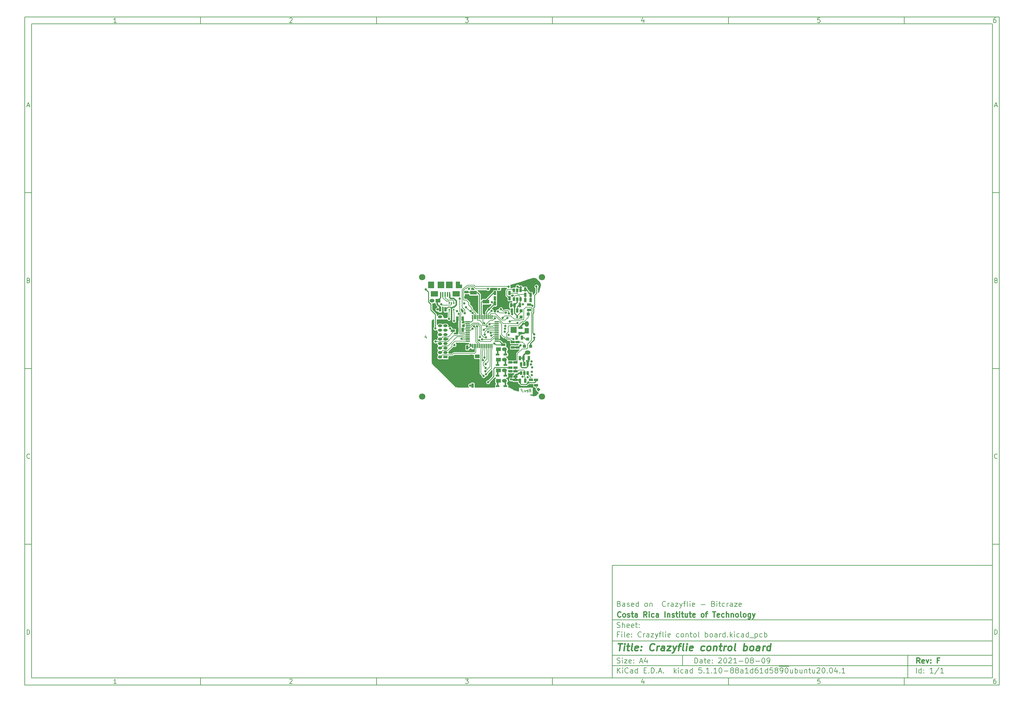
<source format=gbl>
%TF.GenerationSoftware,KiCad,Pcbnew,5.1.10-88a1d61d58~90~ubuntu20.04.1*%
%TF.CreationDate,2021-08-22T20:49:50-06:00*%
%TF.ProjectId,Crazyflie contol board,4372617a-7966-46c6-9965-20636f6e746f,F*%
%TF.SameCoordinates,PX85839e8PY6052f5c*%
%TF.FileFunction,Copper,L4,Bot*%
%TF.FilePolarity,Positive*%
%FSLAX46Y46*%
G04 Gerber Fmt 4.6, Leading zero omitted, Abs format (unit mm)*
G04 Created by KiCad (PCBNEW 5.1.10-88a1d61d58~90~ubuntu20.04.1) date 2021-08-22 20:49:50*
%MOMM*%
%LPD*%
G01*
G04 APERTURE LIST*
%ADD10C,0.020000*%
%ADD11C,0.150000*%
%ADD12C,0.300000*%
%ADD13C,0.400000*%
%TA.AperFunction,NonConductor*%
%ADD14C,0.200025*%
%TD*%
%TA.AperFunction,NonConductor*%
%ADD15C,0.200660*%
%TD*%
%TA.AperFunction,ComponentPad*%
%ADD16C,1.800860*%
%TD*%
%TA.AperFunction,SMDPad,CuDef*%
%ADD17R,0.701040X1.000760*%
%TD*%
%TA.AperFunction,SMDPad,CuDef*%
%ADD18R,1.143000X0.635000*%
%TD*%
%TA.AperFunction,SMDPad,CuDef*%
%ADD19R,0.914400X0.914400*%
%TD*%
%TA.AperFunction,ComponentPad*%
%ADD20O,1.600200X1.198880*%
%TD*%
%TA.AperFunction,ComponentPad*%
%ADD21R,1.399540X1.000760*%
%TD*%
%TA.AperFunction,ComponentPad*%
%ADD22O,1.399540X1.000760*%
%TD*%
%TA.AperFunction,ComponentPad*%
%ADD23O,1.198880X0.800100*%
%TD*%
%TA.AperFunction,ComponentPad*%
%ADD24R,1.198880X0.800100*%
%TD*%
%TA.AperFunction,SMDPad,CuDef*%
%ADD25R,0.299720X1.300480*%
%TD*%
%TA.AperFunction,SMDPad,CuDef*%
%ADD26R,1.300480X0.299720*%
%TD*%
%TA.AperFunction,SMDPad,CuDef*%
%ADD27R,1.000760X0.599440*%
%TD*%
%TA.AperFunction,SMDPad,CuDef*%
%ADD28R,0.635000X1.143000*%
%TD*%
%TA.AperFunction,SMDPad,CuDef*%
%ADD29R,1.899920X1.099820*%
%TD*%
%TA.AperFunction,SMDPad,CuDef*%
%ADD30R,1.699260X1.699260*%
%TD*%
%TA.AperFunction,ComponentPad*%
%ADD31C,0.381000*%
%TD*%
%TA.AperFunction,SMDPad,CuDef*%
%ADD32R,0.398780X0.508000*%
%TD*%
%TA.AperFunction,SMDPad,CuDef*%
%ADD33C,0.020000*%
%TD*%
%TA.AperFunction,ComponentPad*%
%ADD34R,1.198880X1.600200*%
%TD*%
%TA.AperFunction,ComponentPad*%
%ADD35O,1.198880X1.600200*%
%TD*%
%TA.AperFunction,SMDPad,CuDef*%
%ADD36R,1.800860X1.899920*%
%TD*%
%TA.AperFunction,SMDPad,CuDef*%
%ADD37R,1.800860X1.099820*%
%TD*%
%TA.AperFunction,SMDPad,CuDef*%
%ADD38R,1.899920X1.899920*%
%TD*%
%TA.AperFunction,SMDPad,CuDef*%
%ADD39R,2.100580X1.600200*%
%TD*%
%TA.AperFunction,SMDPad,CuDef*%
%ADD40R,0.398780X1.399540*%
%TD*%
%TA.AperFunction,SMDPad,CuDef*%
%ADD41R,1.198880X1.899920*%
%TD*%
%TA.AperFunction,ViaPad*%
%ADD42C,0.635000*%
%TD*%
%TA.AperFunction,Conductor*%
%ADD43C,0.254000*%
%TD*%
%TA.AperFunction,Conductor*%
%ADD44C,0.381000*%
%TD*%
%TA.AperFunction,Conductor*%
%ADD45C,0.203200*%
%TD*%
%TA.AperFunction,Conductor*%
%ADD46C,0.152400*%
%TD*%
%TA.AperFunction,Conductor*%
%ADD47C,0.304800*%
%TD*%
%TA.AperFunction,Conductor*%
%ADD48C,0.177800*%
%TD*%
%TA.AperFunction,Conductor*%
%ADD49C,0.020000*%
%TD*%
G04 APERTURE END LIST*
D10*
D11*
X37002480Y-65004100D02*
X37002480Y-97004100D01*
X145002480Y-97004100D01*
X145002480Y-65004100D01*
X37002480Y-65004100D01*
D10*
D11*
X-129999720Y91003100D02*
X-129999720Y-99004100D01*
X147002480Y-99004100D01*
X147002480Y91003100D01*
X-129999720Y91003100D01*
D10*
D11*
X-127999720Y89003100D02*
X-127999720Y-97004100D01*
X145002480Y-97004100D01*
X145002480Y89003100D01*
X-127999720Y89003100D01*
D10*
D11*
X-79999720Y89003100D02*
X-79999720Y91003100D01*
D10*
D11*
X-29999720Y89003100D02*
X-29999720Y91003100D01*
D10*
D11*
X20000280Y89003100D02*
X20000280Y91003100D01*
D10*
D11*
X70000280Y89003100D02*
X70000280Y91003100D01*
D10*
D11*
X120000280Y89003100D02*
X120000280Y91003100D01*
D10*
D11*
X-103934244Y89415005D02*
X-104677101Y89415005D01*
X-104305673Y89415005D02*
X-104305673Y90715005D01*
X-104429482Y90529291D01*
X-104553292Y90405481D01*
X-104677101Y90343577D01*
D10*
D11*
X-54677101Y90591196D02*
X-54615197Y90653100D01*
X-54491387Y90715005D01*
X-54181863Y90715005D01*
X-54058054Y90653100D01*
X-53996149Y90591196D01*
X-53934244Y90467386D01*
X-53934244Y90343577D01*
X-53996149Y90157862D01*
X-54739006Y89415005D01*
X-53934244Y89415005D01*
D10*
D11*
X-4739006Y90715005D02*
X-3934244Y90715005D01*
X-4367578Y90219767D01*
X-4181863Y90219767D01*
X-4058054Y90157862D01*
X-3996149Y90095958D01*
X-3934244Y89972148D01*
X-3934244Y89662624D01*
X-3996149Y89538815D01*
X-4058054Y89476910D01*
X-4181863Y89415005D01*
X-4553292Y89415005D01*
X-4677101Y89476910D01*
X-4739006Y89538815D01*
D10*
D11*
X45941946Y90281672D02*
X45941946Y89415005D01*
X45632422Y90776910D02*
X45322899Y89848339D01*
X46127660Y89848339D01*
D10*
D11*
X96003851Y90715005D02*
X95384803Y90715005D01*
X95322899Y90095958D01*
X95384803Y90157862D01*
X95508613Y90219767D01*
X95818137Y90219767D01*
X95941946Y90157862D01*
X96003851Y90095958D01*
X96065756Y89972148D01*
X96065756Y89662624D01*
X96003851Y89538815D01*
X95941946Y89476910D01*
X95818137Y89415005D01*
X95508613Y89415005D01*
X95384803Y89476910D01*
X95322899Y89538815D01*
D10*
D11*
X145941946Y90715005D02*
X145694327Y90715005D01*
X145570518Y90653100D01*
X145508613Y90591196D01*
X145384803Y90405481D01*
X145322899Y90157862D01*
X145322899Y89662624D01*
X145384803Y89538815D01*
X145446708Y89476910D01*
X145570518Y89415005D01*
X145818137Y89415005D01*
X145941946Y89476910D01*
X146003851Y89538815D01*
X146065756Y89662624D01*
X146065756Y89972148D01*
X146003851Y90095958D01*
X145941946Y90157862D01*
X145818137Y90219767D01*
X145570518Y90219767D01*
X145446708Y90157862D01*
X145384803Y90095958D01*
X145322899Y89972148D01*
D10*
D11*
X-79999720Y-97004100D02*
X-79999720Y-99004100D01*
D10*
D11*
X-29999720Y-97004100D02*
X-29999720Y-99004100D01*
D10*
D11*
X20000280Y-97004100D02*
X20000280Y-99004100D01*
D10*
D11*
X70000280Y-97004100D02*
X70000280Y-99004100D01*
D10*
D11*
X120000280Y-97004100D02*
X120000280Y-99004100D01*
D10*
D11*
X-103934244Y-98592195D02*
X-104677101Y-98592195D01*
X-104305673Y-98592195D02*
X-104305673Y-97292195D01*
X-104429482Y-97477909D01*
X-104553292Y-97601719D01*
X-104677101Y-97663623D01*
D10*
D11*
X-54677101Y-97416004D02*
X-54615197Y-97354100D01*
X-54491387Y-97292195D01*
X-54181863Y-97292195D01*
X-54058054Y-97354100D01*
X-53996149Y-97416004D01*
X-53934244Y-97539814D01*
X-53934244Y-97663623D01*
X-53996149Y-97849338D01*
X-54739006Y-98592195D01*
X-53934244Y-98592195D01*
D10*
D11*
X-4739006Y-97292195D02*
X-3934244Y-97292195D01*
X-4367578Y-97787433D01*
X-4181863Y-97787433D01*
X-4058054Y-97849338D01*
X-3996149Y-97911242D01*
X-3934244Y-98035052D01*
X-3934244Y-98344576D01*
X-3996149Y-98468385D01*
X-4058054Y-98530290D01*
X-4181863Y-98592195D01*
X-4553292Y-98592195D01*
X-4677101Y-98530290D01*
X-4739006Y-98468385D01*
D10*
D11*
X45941946Y-97725528D02*
X45941946Y-98592195D01*
X45632422Y-97230290D02*
X45322899Y-98158861D01*
X46127660Y-98158861D01*
D10*
D11*
X96003851Y-97292195D02*
X95384803Y-97292195D01*
X95322899Y-97911242D01*
X95384803Y-97849338D01*
X95508613Y-97787433D01*
X95818137Y-97787433D01*
X95941946Y-97849338D01*
X96003851Y-97911242D01*
X96065756Y-98035052D01*
X96065756Y-98344576D01*
X96003851Y-98468385D01*
X95941946Y-98530290D01*
X95818137Y-98592195D01*
X95508613Y-98592195D01*
X95384803Y-98530290D01*
X95322899Y-98468385D01*
D10*
D11*
X145941946Y-97292195D02*
X145694327Y-97292195D01*
X145570518Y-97354100D01*
X145508613Y-97416004D01*
X145384803Y-97601719D01*
X145322899Y-97849338D01*
X145322899Y-98344576D01*
X145384803Y-98468385D01*
X145446708Y-98530290D01*
X145570518Y-98592195D01*
X145818137Y-98592195D01*
X145941946Y-98530290D01*
X146003851Y-98468385D01*
X146065756Y-98344576D01*
X146065756Y-98035052D01*
X146003851Y-97911242D01*
X145941946Y-97849338D01*
X145818137Y-97787433D01*
X145570518Y-97787433D01*
X145446708Y-97849338D01*
X145384803Y-97911242D01*
X145322899Y-98035052D01*
D10*
D11*
X-129999720Y41003100D02*
X-127999720Y41003100D01*
D10*
D11*
X-129999720Y-8996900D02*
X-127999720Y-8996900D01*
D10*
D11*
X-129999720Y-58996900D02*
X-127999720Y-58996900D01*
D10*
D11*
X-129309244Y65786434D02*
X-128690197Y65786434D01*
X-129433054Y65415005D02*
X-128999720Y66715005D01*
X-128566387Y65415005D01*
D10*
D11*
X-128906863Y16095958D02*
X-128721149Y16034053D01*
X-128659244Y15972148D01*
X-128597340Y15848339D01*
X-128597340Y15662624D01*
X-128659244Y15538815D01*
X-128721149Y15476910D01*
X-128844959Y15415005D01*
X-129340197Y15415005D01*
X-129340197Y16715005D01*
X-128906863Y16715005D01*
X-128783054Y16653100D01*
X-128721149Y16591196D01*
X-128659244Y16467386D01*
X-128659244Y16343577D01*
X-128721149Y16219767D01*
X-128783054Y16157862D01*
X-128906863Y16095958D01*
X-129340197Y16095958D01*
D10*
D11*
X-128597340Y-34461185D02*
X-128659244Y-34523090D01*
X-128844959Y-34584995D01*
X-128968768Y-34584995D01*
X-129154482Y-34523090D01*
X-129278292Y-34399280D01*
X-129340197Y-34275471D01*
X-129402101Y-34027852D01*
X-129402101Y-33842138D01*
X-129340197Y-33594519D01*
X-129278292Y-33470709D01*
X-129154482Y-33346900D01*
X-128968768Y-33284995D01*
X-128844959Y-33284995D01*
X-128659244Y-33346900D01*
X-128597340Y-33408804D01*
D10*
D11*
X-129340197Y-84584995D02*
X-129340197Y-83284995D01*
X-129030673Y-83284995D01*
X-128844959Y-83346900D01*
X-128721149Y-83470709D01*
X-128659244Y-83594519D01*
X-128597340Y-83842138D01*
X-128597340Y-84027852D01*
X-128659244Y-84275471D01*
X-128721149Y-84399280D01*
X-128844959Y-84523090D01*
X-129030673Y-84584995D01*
X-129340197Y-84584995D01*
D10*
D11*
X147002480Y41003100D02*
X145002480Y41003100D01*
D10*
D11*
X147002480Y-8996900D02*
X145002480Y-8996900D01*
D10*
D11*
X147002480Y-58996900D02*
X145002480Y-58996900D01*
D10*
D11*
X145692956Y65786434D02*
X146312003Y65786434D01*
X145569146Y65415005D02*
X146002480Y66715005D01*
X146435813Y65415005D01*
D10*
D11*
X146095337Y16095958D02*
X146281051Y16034053D01*
X146342956Y15972148D01*
X146404860Y15848339D01*
X146404860Y15662624D01*
X146342956Y15538815D01*
X146281051Y15476910D01*
X146157241Y15415005D01*
X145662003Y15415005D01*
X145662003Y16715005D01*
X146095337Y16715005D01*
X146219146Y16653100D01*
X146281051Y16591196D01*
X146342956Y16467386D01*
X146342956Y16343577D01*
X146281051Y16219767D01*
X146219146Y16157862D01*
X146095337Y16095958D01*
X145662003Y16095958D01*
D10*
D11*
X146404860Y-34461185D02*
X146342956Y-34523090D01*
X146157241Y-34584995D01*
X146033432Y-34584995D01*
X145847718Y-34523090D01*
X145723908Y-34399280D01*
X145662003Y-34275471D01*
X145600099Y-34027852D01*
X145600099Y-33842138D01*
X145662003Y-33594519D01*
X145723908Y-33470709D01*
X145847718Y-33346900D01*
X146033432Y-33284995D01*
X146157241Y-33284995D01*
X146342956Y-33346900D01*
X146404860Y-33408804D01*
D10*
D11*
X145662003Y-84584995D02*
X145662003Y-83284995D01*
X145971527Y-83284995D01*
X146157241Y-83346900D01*
X146281051Y-83470709D01*
X146342956Y-83594519D01*
X146404860Y-83842138D01*
X146404860Y-84027852D01*
X146342956Y-84275471D01*
X146281051Y-84399280D01*
X146157241Y-84523090D01*
X145971527Y-84584995D01*
X145662003Y-84584995D01*
D10*
D11*
X60434622Y-92782671D02*
X60434622Y-91282671D01*
X60791765Y-91282671D01*
X61006051Y-91354100D01*
X61148908Y-91496957D01*
X61220337Y-91639814D01*
X61291765Y-91925528D01*
X61291765Y-92139814D01*
X61220337Y-92425528D01*
X61148908Y-92568385D01*
X61006051Y-92711242D01*
X60791765Y-92782671D01*
X60434622Y-92782671D01*
X62577480Y-92782671D02*
X62577480Y-91996957D01*
X62506051Y-91854100D01*
X62363194Y-91782671D01*
X62077480Y-91782671D01*
X61934622Y-91854100D01*
X62577480Y-92711242D02*
X62434622Y-92782671D01*
X62077480Y-92782671D01*
X61934622Y-92711242D01*
X61863194Y-92568385D01*
X61863194Y-92425528D01*
X61934622Y-92282671D01*
X62077480Y-92211242D01*
X62434622Y-92211242D01*
X62577480Y-92139814D01*
X63077480Y-91782671D02*
X63648908Y-91782671D01*
X63291765Y-91282671D02*
X63291765Y-92568385D01*
X63363194Y-92711242D01*
X63506051Y-92782671D01*
X63648908Y-92782671D01*
X64720337Y-92711242D02*
X64577480Y-92782671D01*
X64291765Y-92782671D01*
X64148908Y-92711242D01*
X64077480Y-92568385D01*
X64077480Y-91996957D01*
X64148908Y-91854100D01*
X64291765Y-91782671D01*
X64577480Y-91782671D01*
X64720337Y-91854100D01*
X64791765Y-91996957D01*
X64791765Y-92139814D01*
X64077480Y-92282671D01*
X65434622Y-92639814D02*
X65506051Y-92711242D01*
X65434622Y-92782671D01*
X65363194Y-92711242D01*
X65434622Y-92639814D01*
X65434622Y-92782671D01*
X65434622Y-91854100D02*
X65506051Y-91925528D01*
X65434622Y-91996957D01*
X65363194Y-91925528D01*
X65434622Y-91854100D01*
X65434622Y-91996957D01*
X67220337Y-91425528D02*
X67291765Y-91354100D01*
X67434622Y-91282671D01*
X67791765Y-91282671D01*
X67934622Y-91354100D01*
X68006051Y-91425528D01*
X68077480Y-91568385D01*
X68077480Y-91711242D01*
X68006051Y-91925528D01*
X67148908Y-92782671D01*
X68077480Y-92782671D01*
X69006051Y-91282671D02*
X69148908Y-91282671D01*
X69291765Y-91354100D01*
X69363194Y-91425528D01*
X69434622Y-91568385D01*
X69506051Y-91854100D01*
X69506051Y-92211242D01*
X69434622Y-92496957D01*
X69363194Y-92639814D01*
X69291765Y-92711242D01*
X69148908Y-92782671D01*
X69006051Y-92782671D01*
X68863194Y-92711242D01*
X68791765Y-92639814D01*
X68720337Y-92496957D01*
X68648908Y-92211242D01*
X68648908Y-91854100D01*
X68720337Y-91568385D01*
X68791765Y-91425528D01*
X68863194Y-91354100D01*
X69006051Y-91282671D01*
X70077480Y-91425528D02*
X70148908Y-91354100D01*
X70291765Y-91282671D01*
X70648908Y-91282671D01*
X70791765Y-91354100D01*
X70863194Y-91425528D01*
X70934622Y-91568385D01*
X70934622Y-91711242D01*
X70863194Y-91925528D01*
X70006051Y-92782671D01*
X70934622Y-92782671D01*
X72363194Y-92782671D02*
X71506051Y-92782671D01*
X71934622Y-92782671D02*
X71934622Y-91282671D01*
X71791765Y-91496957D01*
X71648908Y-91639814D01*
X71506051Y-91711242D01*
X73006051Y-92211242D02*
X74148908Y-92211242D01*
X75148908Y-91282671D02*
X75291765Y-91282671D01*
X75434622Y-91354100D01*
X75506051Y-91425528D01*
X75577480Y-91568385D01*
X75648908Y-91854100D01*
X75648908Y-92211242D01*
X75577480Y-92496957D01*
X75506051Y-92639814D01*
X75434622Y-92711242D01*
X75291765Y-92782671D01*
X75148908Y-92782671D01*
X75006051Y-92711242D01*
X74934622Y-92639814D01*
X74863194Y-92496957D01*
X74791765Y-92211242D01*
X74791765Y-91854100D01*
X74863194Y-91568385D01*
X74934622Y-91425528D01*
X75006051Y-91354100D01*
X75148908Y-91282671D01*
X76506051Y-91925528D02*
X76363194Y-91854100D01*
X76291765Y-91782671D01*
X76220337Y-91639814D01*
X76220337Y-91568385D01*
X76291765Y-91425528D01*
X76363194Y-91354100D01*
X76506051Y-91282671D01*
X76791765Y-91282671D01*
X76934622Y-91354100D01*
X77006051Y-91425528D01*
X77077480Y-91568385D01*
X77077480Y-91639814D01*
X77006051Y-91782671D01*
X76934622Y-91854100D01*
X76791765Y-91925528D01*
X76506051Y-91925528D01*
X76363194Y-91996957D01*
X76291765Y-92068385D01*
X76220337Y-92211242D01*
X76220337Y-92496957D01*
X76291765Y-92639814D01*
X76363194Y-92711242D01*
X76506051Y-92782671D01*
X76791765Y-92782671D01*
X76934622Y-92711242D01*
X77006051Y-92639814D01*
X77077480Y-92496957D01*
X77077480Y-92211242D01*
X77006051Y-92068385D01*
X76934622Y-91996957D01*
X76791765Y-91925528D01*
X77720337Y-92211242D02*
X78863194Y-92211242D01*
X79863194Y-91282671D02*
X80006051Y-91282671D01*
X80148908Y-91354100D01*
X80220337Y-91425528D01*
X80291765Y-91568385D01*
X80363194Y-91854100D01*
X80363194Y-92211242D01*
X80291765Y-92496957D01*
X80220337Y-92639814D01*
X80148908Y-92711242D01*
X80006051Y-92782671D01*
X79863194Y-92782671D01*
X79720337Y-92711242D01*
X79648908Y-92639814D01*
X79577480Y-92496957D01*
X79506051Y-92211242D01*
X79506051Y-91854100D01*
X79577480Y-91568385D01*
X79648908Y-91425528D01*
X79720337Y-91354100D01*
X79863194Y-91282671D01*
X81077480Y-92782671D02*
X81363194Y-92782671D01*
X81506051Y-92711242D01*
X81577480Y-92639814D01*
X81720337Y-92425528D01*
X81791765Y-92139814D01*
X81791765Y-91568385D01*
X81720337Y-91425528D01*
X81648908Y-91354100D01*
X81506051Y-91282671D01*
X81220337Y-91282671D01*
X81077480Y-91354100D01*
X81006051Y-91425528D01*
X80934622Y-91568385D01*
X80934622Y-91925528D01*
X81006051Y-92068385D01*
X81077480Y-92139814D01*
X81220337Y-92211242D01*
X81506051Y-92211242D01*
X81648908Y-92139814D01*
X81720337Y-92068385D01*
X81791765Y-91925528D01*
D10*
D11*
X37002480Y-93504100D02*
X145002480Y-93504100D01*
D10*
D11*
X38434622Y-95582671D02*
X38434622Y-94082671D01*
X39291765Y-95582671D02*
X38648908Y-94725528D01*
X39291765Y-94082671D02*
X38434622Y-94939814D01*
X39934622Y-95582671D02*
X39934622Y-94582671D01*
X39934622Y-94082671D02*
X39863194Y-94154100D01*
X39934622Y-94225528D01*
X40006051Y-94154100D01*
X39934622Y-94082671D01*
X39934622Y-94225528D01*
X41506051Y-95439814D02*
X41434622Y-95511242D01*
X41220337Y-95582671D01*
X41077480Y-95582671D01*
X40863194Y-95511242D01*
X40720337Y-95368385D01*
X40648908Y-95225528D01*
X40577480Y-94939814D01*
X40577480Y-94725528D01*
X40648908Y-94439814D01*
X40720337Y-94296957D01*
X40863194Y-94154100D01*
X41077480Y-94082671D01*
X41220337Y-94082671D01*
X41434622Y-94154100D01*
X41506051Y-94225528D01*
X42791765Y-95582671D02*
X42791765Y-94796957D01*
X42720337Y-94654100D01*
X42577480Y-94582671D01*
X42291765Y-94582671D01*
X42148908Y-94654100D01*
X42791765Y-95511242D02*
X42648908Y-95582671D01*
X42291765Y-95582671D01*
X42148908Y-95511242D01*
X42077480Y-95368385D01*
X42077480Y-95225528D01*
X42148908Y-95082671D01*
X42291765Y-95011242D01*
X42648908Y-95011242D01*
X42791765Y-94939814D01*
X44148908Y-95582671D02*
X44148908Y-94082671D01*
X44148908Y-95511242D02*
X44006051Y-95582671D01*
X43720337Y-95582671D01*
X43577480Y-95511242D01*
X43506051Y-95439814D01*
X43434622Y-95296957D01*
X43434622Y-94868385D01*
X43506051Y-94725528D01*
X43577480Y-94654100D01*
X43720337Y-94582671D01*
X44006051Y-94582671D01*
X44148908Y-94654100D01*
X46006051Y-94796957D02*
X46506051Y-94796957D01*
X46720337Y-95582671D02*
X46006051Y-95582671D01*
X46006051Y-94082671D01*
X46720337Y-94082671D01*
X47363194Y-95439814D02*
X47434622Y-95511242D01*
X47363194Y-95582671D01*
X47291765Y-95511242D01*
X47363194Y-95439814D01*
X47363194Y-95582671D01*
X48077480Y-95582671D02*
X48077480Y-94082671D01*
X48434622Y-94082671D01*
X48648908Y-94154100D01*
X48791765Y-94296957D01*
X48863194Y-94439814D01*
X48934622Y-94725528D01*
X48934622Y-94939814D01*
X48863194Y-95225528D01*
X48791765Y-95368385D01*
X48648908Y-95511242D01*
X48434622Y-95582671D01*
X48077480Y-95582671D01*
X49577480Y-95439814D02*
X49648908Y-95511242D01*
X49577480Y-95582671D01*
X49506051Y-95511242D01*
X49577480Y-95439814D01*
X49577480Y-95582671D01*
X50220337Y-95154100D02*
X50934622Y-95154100D01*
X50077480Y-95582671D02*
X50577480Y-94082671D01*
X51077480Y-95582671D01*
X51577480Y-95439814D02*
X51648908Y-95511242D01*
X51577480Y-95582671D01*
X51506051Y-95511242D01*
X51577480Y-95439814D01*
X51577480Y-95582671D01*
X54577480Y-95582671D02*
X54577480Y-94082671D01*
X54720337Y-95011242D02*
X55148908Y-95582671D01*
X55148908Y-94582671D02*
X54577480Y-95154100D01*
X55791765Y-95582671D02*
X55791765Y-94582671D01*
X55791765Y-94082671D02*
X55720337Y-94154100D01*
X55791765Y-94225528D01*
X55863194Y-94154100D01*
X55791765Y-94082671D01*
X55791765Y-94225528D01*
X57148908Y-95511242D02*
X57006051Y-95582671D01*
X56720337Y-95582671D01*
X56577480Y-95511242D01*
X56506051Y-95439814D01*
X56434622Y-95296957D01*
X56434622Y-94868385D01*
X56506051Y-94725528D01*
X56577480Y-94654100D01*
X56720337Y-94582671D01*
X57006051Y-94582671D01*
X57148908Y-94654100D01*
X58434622Y-95582671D02*
X58434622Y-94796957D01*
X58363194Y-94654100D01*
X58220337Y-94582671D01*
X57934622Y-94582671D01*
X57791765Y-94654100D01*
X58434622Y-95511242D02*
X58291765Y-95582671D01*
X57934622Y-95582671D01*
X57791765Y-95511242D01*
X57720337Y-95368385D01*
X57720337Y-95225528D01*
X57791765Y-95082671D01*
X57934622Y-95011242D01*
X58291765Y-95011242D01*
X58434622Y-94939814D01*
X59791765Y-95582671D02*
X59791765Y-94082671D01*
X59791765Y-95511242D02*
X59648908Y-95582671D01*
X59363194Y-95582671D01*
X59220337Y-95511242D01*
X59148908Y-95439814D01*
X59077480Y-95296957D01*
X59077480Y-94868385D01*
X59148908Y-94725528D01*
X59220337Y-94654100D01*
X59363194Y-94582671D01*
X59648908Y-94582671D01*
X59791765Y-94654100D01*
X62363194Y-94082671D02*
X61648908Y-94082671D01*
X61577480Y-94796957D01*
X61648908Y-94725528D01*
X61791765Y-94654100D01*
X62148908Y-94654100D01*
X62291765Y-94725528D01*
X62363194Y-94796957D01*
X62434622Y-94939814D01*
X62434622Y-95296957D01*
X62363194Y-95439814D01*
X62291765Y-95511242D01*
X62148908Y-95582671D01*
X61791765Y-95582671D01*
X61648908Y-95511242D01*
X61577480Y-95439814D01*
X63077480Y-95439814D02*
X63148908Y-95511242D01*
X63077480Y-95582671D01*
X63006051Y-95511242D01*
X63077480Y-95439814D01*
X63077480Y-95582671D01*
X64577480Y-95582671D02*
X63720337Y-95582671D01*
X64148908Y-95582671D02*
X64148908Y-94082671D01*
X64006051Y-94296957D01*
X63863194Y-94439814D01*
X63720337Y-94511242D01*
X65220337Y-95439814D02*
X65291765Y-95511242D01*
X65220337Y-95582671D01*
X65148908Y-95511242D01*
X65220337Y-95439814D01*
X65220337Y-95582671D01*
X66720337Y-95582671D02*
X65863194Y-95582671D01*
X66291765Y-95582671D02*
X66291765Y-94082671D01*
X66148908Y-94296957D01*
X66006051Y-94439814D01*
X65863194Y-94511242D01*
X67648908Y-94082671D02*
X67791765Y-94082671D01*
X67934622Y-94154100D01*
X68006051Y-94225528D01*
X68077480Y-94368385D01*
X68148908Y-94654100D01*
X68148908Y-95011242D01*
X68077480Y-95296957D01*
X68006051Y-95439814D01*
X67934622Y-95511242D01*
X67791765Y-95582671D01*
X67648908Y-95582671D01*
X67506051Y-95511242D01*
X67434622Y-95439814D01*
X67363194Y-95296957D01*
X67291765Y-95011242D01*
X67291765Y-94654100D01*
X67363194Y-94368385D01*
X67434622Y-94225528D01*
X67506051Y-94154100D01*
X67648908Y-94082671D01*
X68791765Y-95011242D02*
X69934622Y-95011242D01*
X70863194Y-94725528D02*
X70720337Y-94654100D01*
X70648908Y-94582671D01*
X70577480Y-94439814D01*
X70577480Y-94368385D01*
X70648908Y-94225528D01*
X70720337Y-94154100D01*
X70863194Y-94082671D01*
X71148908Y-94082671D01*
X71291765Y-94154100D01*
X71363194Y-94225528D01*
X71434622Y-94368385D01*
X71434622Y-94439814D01*
X71363194Y-94582671D01*
X71291765Y-94654100D01*
X71148908Y-94725528D01*
X70863194Y-94725528D01*
X70720337Y-94796957D01*
X70648908Y-94868385D01*
X70577480Y-95011242D01*
X70577480Y-95296957D01*
X70648908Y-95439814D01*
X70720337Y-95511242D01*
X70863194Y-95582671D01*
X71148908Y-95582671D01*
X71291765Y-95511242D01*
X71363194Y-95439814D01*
X71434622Y-95296957D01*
X71434622Y-95011242D01*
X71363194Y-94868385D01*
X71291765Y-94796957D01*
X71148908Y-94725528D01*
X72291765Y-94725528D02*
X72148908Y-94654100D01*
X72077480Y-94582671D01*
X72006051Y-94439814D01*
X72006051Y-94368385D01*
X72077480Y-94225528D01*
X72148908Y-94154100D01*
X72291765Y-94082671D01*
X72577480Y-94082671D01*
X72720337Y-94154100D01*
X72791765Y-94225528D01*
X72863194Y-94368385D01*
X72863194Y-94439814D01*
X72791765Y-94582671D01*
X72720337Y-94654100D01*
X72577480Y-94725528D01*
X72291765Y-94725528D01*
X72148908Y-94796957D01*
X72077480Y-94868385D01*
X72006051Y-95011242D01*
X72006051Y-95296957D01*
X72077480Y-95439814D01*
X72148908Y-95511242D01*
X72291765Y-95582671D01*
X72577480Y-95582671D01*
X72720337Y-95511242D01*
X72791765Y-95439814D01*
X72863194Y-95296957D01*
X72863194Y-95011242D01*
X72791765Y-94868385D01*
X72720337Y-94796957D01*
X72577480Y-94725528D01*
X74148908Y-95582671D02*
X74148908Y-94796957D01*
X74077480Y-94654100D01*
X73934622Y-94582671D01*
X73648908Y-94582671D01*
X73506051Y-94654100D01*
X74148908Y-95511242D02*
X74006051Y-95582671D01*
X73648908Y-95582671D01*
X73506051Y-95511242D01*
X73434622Y-95368385D01*
X73434622Y-95225528D01*
X73506051Y-95082671D01*
X73648908Y-95011242D01*
X74006051Y-95011242D01*
X74148908Y-94939814D01*
X75648908Y-95582671D02*
X74791765Y-95582671D01*
X75220337Y-95582671D02*
X75220337Y-94082671D01*
X75077480Y-94296957D01*
X74934622Y-94439814D01*
X74791765Y-94511242D01*
X76934622Y-95582671D02*
X76934622Y-94082671D01*
X76934622Y-95511242D02*
X76791765Y-95582671D01*
X76506051Y-95582671D01*
X76363194Y-95511242D01*
X76291765Y-95439814D01*
X76220337Y-95296957D01*
X76220337Y-94868385D01*
X76291765Y-94725528D01*
X76363194Y-94654100D01*
X76506051Y-94582671D01*
X76791765Y-94582671D01*
X76934622Y-94654100D01*
X78291765Y-94082671D02*
X78006051Y-94082671D01*
X77863194Y-94154100D01*
X77791765Y-94225528D01*
X77648908Y-94439814D01*
X77577480Y-94725528D01*
X77577480Y-95296957D01*
X77648908Y-95439814D01*
X77720337Y-95511242D01*
X77863194Y-95582671D01*
X78148908Y-95582671D01*
X78291765Y-95511242D01*
X78363194Y-95439814D01*
X78434622Y-95296957D01*
X78434622Y-94939814D01*
X78363194Y-94796957D01*
X78291765Y-94725528D01*
X78148908Y-94654100D01*
X77863194Y-94654100D01*
X77720337Y-94725528D01*
X77648908Y-94796957D01*
X77577480Y-94939814D01*
X79863194Y-95582671D02*
X79006051Y-95582671D01*
X79434622Y-95582671D02*
X79434622Y-94082671D01*
X79291765Y-94296957D01*
X79148908Y-94439814D01*
X79006051Y-94511242D01*
X81148908Y-95582671D02*
X81148908Y-94082671D01*
X81148908Y-95511242D02*
X81006051Y-95582671D01*
X80720337Y-95582671D01*
X80577480Y-95511242D01*
X80506051Y-95439814D01*
X80434622Y-95296957D01*
X80434622Y-94868385D01*
X80506051Y-94725528D01*
X80577480Y-94654100D01*
X80720337Y-94582671D01*
X81006051Y-94582671D01*
X81148908Y-94654100D01*
X82577480Y-94082671D02*
X81863194Y-94082671D01*
X81791765Y-94796957D01*
X81863194Y-94725528D01*
X82006051Y-94654100D01*
X82363194Y-94654100D01*
X82506051Y-94725528D01*
X82577480Y-94796957D01*
X82648908Y-94939814D01*
X82648908Y-95296957D01*
X82577480Y-95439814D01*
X82506051Y-95511242D01*
X82363194Y-95582671D01*
X82006051Y-95582671D01*
X81863194Y-95511242D01*
X81791765Y-95439814D01*
X83506051Y-94725528D02*
X83363194Y-94654100D01*
X83291765Y-94582671D01*
X83220337Y-94439814D01*
X83220337Y-94368385D01*
X83291765Y-94225528D01*
X83363194Y-94154100D01*
X83506051Y-94082671D01*
X83791765Y-94082671D01*
X83934622Y-94154100D01*
X84006051Y-94225528D01*
X84077480Y-94368385D01*
X84077480Y-94439814D01*
X84006051Y-94582671D01*
X83934622Y-94654100D01*
X83791765Y-94725528D01*
X83506051Y-94725528D01*
X83363194Y-94796957D01*
X83291765Y-94868385D01*
X83220337Y-95011242D01*
X83220337Y-95296957D01*
X83291765Y-95439814D01*
X83363194Y-95511242D01*
X83506051Y-95582671D01*
X83791765Y-95582671D01*
X83934622Y-95511242D01*
X84006051Y-95439814D01*
X84077480Y-95296957D01*
X84077480Y-95011242D01*
X84006051Y-94868385D01*
X83934622Y-94796957D01*
X83791765Y-94725528D01*
X84363194Y-93674100D02*
X85791765Y-93674100D01*
X84791765Y-95582671D02*
X85077480Y-95582671D01*
X85220337Y-95511242D01*
X85291765Y-95439814D01*
X85434622Y-95225528D01*
X85506051Y-94939814D01*
X85506051Y-94368385D01*
X85434622Y-94225528D01*
X85363194Y-94154100D01*
X85220337Y-94082671D01*
X84934622Y-94082671D01*
X84791765Y-94154100D01*
X84720337Y-94225528D01*
X84648908Y-94368385D01*
X84648908Y-94725528D01*
X84720337Y-94868385D01*
X84791765Y-94939814D01*
X84934622Y-95011242D01*
X85220337Y-95011242D01*
X85363194Y-94939814D01*
X85434622Y-94868385D01*
X85506051Y-94725528D01*
X85791765Y-93674100D02*
X87220337Y-93674100D01*
X86434622Y-94082671D02*
X86577479Y-94082671D01*
X86720337Y-94154100D01*
X86791765Y-94225528D01*
X86863194Y-94368385D01*
X86934622Y-94654100D01*
X86934622Y-95011242D01*
X86863194Y-95296957D01*
X86791765Y-95439814D01*
X86720337Y-95511242D01*
X86577479Y-95582671D01*
X86434622Y-95582671D01*
X86291765Y-95511242D01*
X86220337Y-95439814D01*
X86148908Y-95296957D01*
X86077479Y-95011242D01*
X86077479Y-94654100D01*
X86148908Y-94368385D01*
X86220337Y-94225528D01*
X86291765Y-94154100D01*
X86434622Y-94082671D01*
X88220337Y-94582671D02*
X88220337Y-95582671D01*
X87577479Y-94582671D02*
X87577479Y-95368385D01*
X87648908Y-95511242D01*
X87791765Y-95582671D01*
X88006051Y-95582671D01*
X88148908Y-95511242D01*
X88220337Y-95439814D01*
X88934622Y-95582671D02*
X88934622Y-94082671D01*
X88934622Y-94654100D02*
X89077479Y-94582671D01*
X89363194Y-94582671D01*
X89506051Y-94654100D01*
X89577479Y-94725528D01*
X89648908Y-94868385D01*
X89648908Y-95296957D01*
X89577479Y-95439814D01*
X89506051Y-95511242D01*
X89363194Y-95582671D01*
X89077479Y-95582671D01*
X88934622Y-95511242D01*
X90934622Y-94582671D02*
X90934622Y-95582671D01*
X90291765Y-94582671D02*
X90291765Y-95368385D01*
X90363194Y-95511242D01*
X90506051Y-95582671D01*
X90720337Y-95582671D01*
X90863194Y-95511242D01*
X90934622Y-95439814D01*
X91648908Y-94582671D02*
X91648908Y-95582671D01*
X91648908Y-94725528D02*
X91720337Y-94654100D01*
X91863194Y-94582671D01*
X92077479Y-94582671D01*
X92220337Y-94654100D01*
X92291765Y-94796957D01*
X92291765Y-95582671D01*
X92791765Y-94582671D02*
X93363194Y-94582671D01*
X93006051Y-94082671D02*
X93006051Y-95368385D01*
X93077479Y-95511242D01*
X93220337Y-95582671D01*
X93363194Y-95582671D01*
X94506051Y-94582671D02*
X94506051Y-95582671D01*
X93863194Y-94582671D02*
X93863194Y-95368385D01*
X93934622Y-95511242D01*
X94077480Y-95582671D01*
X94291765Y-95582671D01*
X94434622Y-95511242D01*
X94506051Y-95439814D01*
X95148908Y-94225528D02*
X95220337Y-94154100D01*
X95363194Y-94082671D01*
X95720337Y-94082671D01*
X95863194Y-94154100D01*
X95934622Y-94225528D01*
X96006051Y-94368385D01*
X96006051Y-94511242D01*
X95934622Y-94725528D01*
X95077480Y-95582671D01*
X96006051Y-95582671D01*
X96934622Y-94082671D02*
X97077479Y-94082671D01*
X97220337Y-94154100D01*
X97291765Y-94225528D01*
X97363194Y-94368385D01*
X97434622Y-94654100D01*
X97434622Y-95011242D01*
X97363194Y-95296957D01*
X97291765Y-95439814D01*
X97220337Y-95511242D01*
X97077479Y-95582671D01*
X96934622Y-95582671D01*
X96791765Y-95511242D01*
X96720337Y-95439814D01*
X96648908Y-95296957D01*
X96577479Y-95011242D01*
X96577479Y-94654100D01*
X96648908Y-94368385D01*
X96720337Y-94225528D01*
X96791765Y-94154100D01*
X96934622Y-94082671D01*
X98077479Y-95439814D02*
X98148908Y-95511242D01*
X98077479Y-95582671D01*
X98006051Y-95511242D01*
X98077479Y-95439814D01*
X98077479Y-95582671D01*
X99077479Y-94082671D02*
X99220337Y-94082671D01*
X99363194Y-94154100D01*
X99434622Y-94225528D01*
X99506051Y-94368385D01*
X99577479Y-94654100D01*
X99577479Y-95011242D01*
X99506051Y-95296957D01*
X99434622Y-95439814D01*
X99363194Y-95511242D01*
X99220337Y-95582671D01*
X99077479Y-95582671D01*
X98934622Y-95511242D01*
X98863194Y-95439814D01*
X98791765Y-95296957D01*
X98720337Y-95011242D01*
X98720337Y-94654100D01*
X98791765Y-94368385D01*
X98863194Y-94225528D01*
X98934622Y-94154100D01*
X99077479Y-94082671D01*
X100863194Y-94582671D02*
X100863194Y-95582671D01*
X100506051Y-94011242D02*
X100148908Y-95082671D01*
X101077479Y-95082671D01*
X101648908Y-95439814D02*
X101720337Y-95511242D01*
X101648908Y-95582671D01*
X101577479Y-95511242D01*
X101648908Y-95439814D01*
X101648908Y-95582671D01*
X103148908Y-95582671D02*
X102291765Y-95582671D01*
X102720337Y-95582671D02*
X102720337Y-94082671D01*
X102577479Y-94296957D01*
X102434622Y-94439814D01*
X102291765Y-94511242D01*
D10*
D11*
X37002480Y-90504100D02*
X145002480Y-90504100D01*
D10*
D12*
X124411765Y-92782671D02*
X123911765Y-92068385D01*
X123554622Y-92782671D02*
X123554622Y-91282671D01*
X124126051Y-91282671D01*
X124268908Y-91354100D01*
X124340337Y-91425528D01*
X124411765Y-91568385D01*
X124411765Y-91782671D01*
X124340337Y-91925528D01*
X124268908Y-91996957D01*
X124126051Y-92068385D01*
X123554622Y-92068385D01*
X125626051Y-92711242D02*
X125483194Y-92782671D01*
X125197480Y-92782671D01*
X125054622Y-92711242D01*
X124983194Y-92568385D01*
X124983194Y-91996957D01*
X125054622Y-91854100D01*
X125197480Y-91782671D01*
X125483194Y-91782671D01*
X125626051Y-91854100D01*
X125697480Y-91996957D01*
X125697480Y-92139814D01*
X124983194Y-92282671D01*
X126197480Y-91782671D02*
X126554622Y-92782671D01*
X126911765Y-91782671D01*
X127483194Y-92639814D02*
X127554622Y-92711242D01*
X127483194Y-92782671D01*
X127411765Y-92711242D01*
X127483194Y-92639814D01*
X127483194Y-92782671D01*
X127483194Y-91854100D02*
X127554622Y-91925528D01*
X127483194Y-91996957D01*
X127411765Y-91925528D01*
X127483194Y-91854100D01*
X127483194Y-91996957D01*
X129840337Y-91996957D02*
X129340337Y-91996957D01*
X129340337Y-92782671D02*
X129340337Y-91282671D01*
X130054622Y-91282671D01*
D10*
D11*
X38363194Y-92711242D02*
X38577480Y-92782671D01*
X38934622Y-92782671D01*
X39077480Y-92711242D01*
X39148908Y-92639814D01*
X39220337Y-92496957D01*
X39220337Y-92354100D01*
X39148908Y-92211242D01*
X39077480Y-92139814D01*
X38934622Y-92068385D01*
X38648908Y-91996957D01*
X38506051Y-91925528D01*
X38434622Y-91854100D01*
X38363194Y-91711242D01*
X38363194Y-91568385D01*
X38434622Y-91425528D01*
X38506051Y-91354100D01*
X38648908Y-91282671D01*
X39006051Y-91282671D01*
X39220337Y-91354100D01*
X39863194Y-92782671D02*
X39863194Y-91782671D01*
X39863194Y-91282671D02*
X39791765Y-91354100D01*
X39863194Y-91425528D01*
X39934622Y-91354100D01*
X39863194Y-91282671D01*
X39863194Y-91425528D01*
X40434622Y-91782671D02*
X41220337Y-91782671D01*
X40434622Y-92782671D01*
X41220337Y-92782671D01*
X42363194Y-92711242D02*
X42220337Y-92782671D01*
X41934622Y-92782671D01*
X41791765Y-92711242D01*
X41720337Y-92568385D01*
X41720337Y-91996957D01*
X41791765Y-91854100D01*
X41934622Y-91782671D01*
X42220337Y-91782671D01*
X42363194Y-91854100D01*
X42434622Y-91996957D01*
X42434622Y-92139814D01*
X41720337Y-92282671D01*
X43077480Y-92639814D02*
X43148908Y-92711242D01*
X43077480Y-92782671D01*
X43006051Y-92711242D01*
X43077480Y-92639814D01*
X43077480Y-92782671D01*
X43077480Y-91854100D02*
X43148908Y-91925528D01*
X43077480Y-91996957D01*
X43006051Y-91925528D01*
X43077480Y-91854100D01*
X43077480Y-91996957D01*
X44863194Y-92354100D02*
X45577480Y-92354100D01*
X44720337Y-92782671D02*
X45220337Y-91282671D01*
X45720337Y-92782671D01*
X46863194Y-91782671D02*
X46863194Y-92782671D01*
X46506051Y-91211242D02*
X46148908Y-92282671D01*
X47077480Y-92282671D01*
D10*
D11*
X123434622Y-95582671D02*
X123434622Y-94082671D01*
X124791765Y-95582671D02*
X124791765Y-94082671D01*
X124791765Y-95511242D02*
X124648908Y-95582671D01*
X124363194Y-95582671D01*
X124220337Y-95511242D01*
X124148908Y-95439814D01*
X124077480Y-95296957D01*
X124077480Y-94868385D01*
X124148908Y-94725528D01*
X124220337Y-94654100D01*
X124363194Y-94582671D01*
X124648908Y-94582671D01*
X124791765Y-94654100D01*
X125506051Y-95439814D02*
X125577480Y-95511242D01*
X125506051Y-95582671D01*
X125434622Y-95511242D01*
X125506051Y-95439814D01*
X125506051Y-95582671D01*
X125506051Y-94654100D02*
X125577480Y-94725528D01*
X125506051Y-94796957D01*
X125434622Y-94725528D01*
X125506051Y-94654100D01*
X125506051Y-94796957D01*
X128148908Y-95582671D02*
X127291765Y-95582671D01*
X127720337Y-95582671D02*
X127720337Y-94082671D01*
X127577480Y-94296957D01*
X127434622Y-94439814D01*
X127291765Y-94511242D01*
X129863194Y-94011242D02*
X128577480Y-95939814D01*
X131148908Y-95582671D02*
X130291765Y-95582671D01*
X130720337Y-95582671D02*
X130720337Y-94082671D01*
X130577480Y-94296957D01*
X130434622Y-94439814D01*
X130291765Y-94511242D01*
D10*
D11*
X37002480Y-86504100D02*
X145002480Y-86504100D01*
D10*
D13*
X38714860Y-87208861D02*
X39857718Y-87208861D01*
X39036289Y-89208861D02*
X39286289Y-87208861D01*
X40274384Y-89208861D02*
X40441051Y-87875528D01*
X40524384Y-87208861D02*
X40417241Y-87304100D01*
X40500575Y-87399338D01*
X40607718Y-87304100D01*
X40524384Y-87208861D01*
X40500575Y-87399338D01*
X41107718Y-87875528D02*
X41869622Y-87875528D01*
X41476765Y-87208861D02*
X41262480Y-88923147D01*
X41333908Y-89113623D01*
X41512480Y-89208861D01*
X41702956Y-89208861D01*
X42655337Y-89208861D02*
X42476765Y-89113623D01*
X42405337Y-88923147D01*
X42619622Y-87208861D01*
X44191051Y-89113623D02*
X43988670Y-89208861D01*
X43607718Y-89208861D01*
X43429146Y-89113623D01*
X43357718Y-88923147D01*
X43452956Y-88161242D01*
X43572003Y-87970766D01*
X43774384Y-87875528D01*
X44155337Y-87875528D01*
X44333908Y-87970766D01*
X44405337Y-88161242D01*
X44381527Y-88351719D01*
X43405337Y-88542195D01*
X45155337Y-89018385D02*
X45238670Y-89113623D01*
X45131527Y-89208861D01*
X45048194Y-89113623D01*
X45155337Y-89018385D01*
X45131527Y-89208861D01*
X45286289Y-87970766D02*
X45369622Y-88066004D01*
X45262480Y-88161242D01*
X45179146Y-88066004D01*
X45286289Y-87970766D01*
X45262480Y-88161242D01*
X48774384Y-89018385D02*
X48667241Y-89113623D01*
X48369622Y-89208861D01*
X48179146Y-89208861D01*
X47905337Y-89113623D01*
X47738670Y-88923147D01*
X47667241Y-88732671D01*
X47619622Y-88351719D01*
X47655337Y-88066004D01*
X47798194Y-87685052D01*
X47917241Y-87494576D01*
X48131527Y-87304100D01*
X48429146Y-87208861D01*
X48619622Y-87208861D01*
X48893432Y-87304100D01*
X48976765Y-87399338D01*
X49607718Y-89208861D02*
X49774384Y-87875528D01*
X49726765Y-88256480D02*
X49845813Y-88066004D01*
X49952956Y-87970766D01*
X50155337Y-87875528D01*
X50345813Y-87875528D01*
X51702956Y-89208861D02*
X51833908Y-88161242D01*
X51762480Y-87970766D01*
X51583908Y-87875528D01*
X51202956Y-87875528D01*
X51000575Y-87970766D01*
X51714860Y-89113623D02*
X51512480Y-89208861D01*
X51036289Y-89208861D01*
X50857718Y-89113623D01*
X50786289Y-88923147D01*
X50810099Y-88732671D01*
X50929146Y-88542195D01*
X51131527Y-88446957D01*
X51607718Y-88446957D01*
X51810099Y-88351719D01*
X52631527Y-87875528D02*
X53679146Y-87875528D01*
X52464860Y-89208861D01*
X53512480Y-89208861D01*
X54250575Y-87875528D02*
X54560099Y-89208861D01*
X55202956Y-87875528D02*
X54560099Y-89208861D01*
X54310099Y-89685052D01*
X54202956Y-89780290D01*
X54000575Y-89875528D01*
X55679146Y-87875528D02*
X56441051Y-87875528D01*
X55798194Y-89208861D02*
X56012480Y-87494576D01*
X56131527Y-87304100D01*
X56333908Y-87208861D01*
X56524384Y-87208861D01*
X57226765Y-89208861D02*
X57048194Y-89113623D01*
X56976765Y-88923147D01*
X57191051Y-87208861D01*
X57988670Y-89208861D02*
X58155337Y-87875528D01*
X58238670Y-87208861D02*
X58131527Y-87304100D01*
X58214860Y-87399338D01*
X58322003Y-87304100D01*
X58238670Y-87208861D01*
X58214860Y-87399338D01*
X59714860Y-89113623D02*
X59512480Y-89208861D01*
X59131527Y-89208861D01*
X58952956Y-89113623D01*
X58881527Y-88923147D01*
X58976765Y-88161242D01*
X59095813Y-87970766D01*
X59298194Y-87875528D01*
X59679146Y-87875528D01*
X59857718Y-87970766D01*
X59929146Y-88161242D01*
X59905337Y-88351719D01*
X58929146Y-88542195D01*
X63048194Y-89113623D02*
X62845813Y-89208861D01*
X62464860Y-89208861D01*
X62286289Y-89113623D01*
X62202956Y-89018385D01*
X62131527Y-88827909D01*
X62202956Y-88256480D01*
X62322003Y-88066004D01*
X62429146Y-87970766D01*
X62631527Y-87875528D01*
X63012480Y-87875528D01*
X63191051Y-87970766D01*
X64179146Y-89208861D02*
X64000575Y-89113623D01*
X63917241Y-89018385D01*
X63845813Y-88827909D01*
X63917241Y-88256480D01*
X64036289Y-88066004D01*
X64143432Y-87970766D01*
X64345813Y-87875528D01*
X64631527Y-87875528D01*
X64810099Y-87970766D01*
X64893432Y-88066004D01*
X64964860Y-88256480D01*
X64893432Y-88827909D01*
X64774384Y-89018385D01*
X64667241Y-89113623D01*
X64464860Y-89208861D01*
X64179146Y-89208861D01*
X65869622Y-87875528D02*
X65702956Y-89208861D01*
X65845813Y-88066004D02*
X65952956Y-87970766D01*
X66155337Y-87875528D01*
X66441051Y-87875528D01*
X66619622Y-87970766D01*
X66691051Y-88161242D01*
X66560099Y-89208861D01*
X67393432Y-87875528D02*
X68155337Y-87875528D01*
X67762480Y-87208861D02*
X67548194Y-88923147D01*
X67619622Y-89113623D01*
X67798194Y-89208861D01*
X67988670Y-89208861D01*
X68655337Y-89208861D02*
X68822003Y-87875528D01*
X68774384Y-88256480D02*
X68893432Y-88066004D01*
X69000575Y-87970766D01*
X69202956Y-87875528D01*
X69393432Y-87875528D01*
X70179146Y-89208861D02*
X70000575Y-89113623D01*
X69917241Y-89018385D01*
X69845813Y-88827909D01*
X69917241Y-88256480D01*
X70036289Y-88066004D01*
X70143432Y-87970766D01*
X70345813Y-87875528D01*
X70631527Y-87875528D01*
X70810099Y-87970766D01*
X70893432Y-88066004D01*
X70964860Y-88256480D01*
X70893432Y-88827909D01*
X70774384Y-89018385D01*
X70667241Y-89113623D01*
X70464860Y-89208861D01*
X70179146Y-89208861D01*
X71988670Y-89208861D02*
X71810099Y-89113623D01*
X71738670Y-88923147D01*
X71952956Y-87208861D01*
X74274384Y-89208861D02*
X74524384Y-87208861D01*
X74429146Y-87970766D02*
X74631527Y-87875528D01*
X75012480Y-87875528D01*
X75191051Y-87970766D01*
X75274384Y-88066004D01*
X75345813Y-88256480D01*
X75274384Y-88827909D01*
X75155337Y-89018385D01*
X75048194Y-89113623D01*
X74845813Y-89208861D01*
X74464860Y-89208861D01*
X74286289Y-89113623D01*
X76369622Y-89208861D02*
X76191051Y-89113623D01*
X76107718Y-89018385D01*
X76036289Y-88827909D01*
X76107718Y-88256480D01*
X76226765Y-88066004D01*
X76333908Y-87970766D01*
X76536289Y-87875528D01*
X76822003Y-87875528D01*
X77000575Y-87970766D01*
X77083908Y-88066004D01*
X77155337Y-88256480D01*
X77083908Y-88827909D01*
X76964860Y-89018385D01*
X76857718Y-89113623D01*
X76655337Y-89208861D01*
X76369622Y-89208861D01*
X78750575Y-89208861D02*
X78881527Y-88161242D01*
X78810099Y-87970766D01*
X78631527Y-87875528D01*
X78250575Y-87875528D01*
X78048194Y-87970766D01*
X78762480Y-89113623D02*
X78560099Y-89208861D01*
X78083908Y-89208861D01*
X77905337Y-89113623D01*
X77833908Y-88923147D01*
X77857718Y-88732671D01*
X77976765Y-88542195D01*
X78179146Y-88446957D01*
X78655337Y-88446957D01*
X78857718Y-88351719D01*
X79702956Y-89208861D02*
X79869622Y-87875528D01*
X79822003Y-88256480D02*
X79941051Y-88066004D01*
X80048194Y-87970766D01*
X80250575Y-87875528D01*
X80441051Y-87875528D01*
X81798194Y-89208861D02*
X82048194Y-87208861D01*
X81810099Y-89113623D02*
X81607718Y-89208861D01*
X81226765Y-89208861D01*
X81048194Y-89113623D01*
X80964860Y-89018385D01*
X80893432Y-88827909D01*
X80964860Y-88256480D01*
X81083908Y-88066004D01*
X81191051Y-87970766D01*
X81393432Y-87875528D01*
X81774384Y-87875528D01*
X81952956Y-87970766D01*
D10*
D11*
X38934622Y-84596957D02*
X38434622Y-84596957D01*
X38434622Y-85382671D02*
X38434622Y-83882671D01*
X39148908Y-83882671D01*
X39720337Y-85382671D02*
X39720337Y-84382671D01*
X39720337Y-83882671D02*
X39648908Y-83954100D01*
X39720337Y-84025528D01*
X39791765Y-83954100D01*
X39720337Y-83882671D01*
X39720337Y-84025528D01*
X40648908Y-85382671D02*
X40506051Y-85311242D01*
X40434622Y-85168385D01*
X40434622Y-83882671D01*
X41791765Y-85311242D02*
X41648908Y-85382671D01*
X41363194Y-85382671D01*
X41220337Y-85311242D01*
X41148908Y-85168385D01*
X41148908Y-84596957D01*
X41220337Y-84454100D01*
X41363194Y-84382671D01*
X41648908Y-84382671D01*
X41791765Y-84454100D01*
X41863194Y-84596957D01*
X41863194Y-84739814D01*
X41148908Y-84882671D01*
X42506051Y-85239814D02*
X42577480Y-85311242D01*
X42506051Y-85382671D01*
X42434622Y-85311242D01*
X42506051Y-85239814D01*
X42506051Y-85382671D01*
X42506051Y-84454100D02*
X42577480Y-84525528D01*
X42506051Y-84596957D01*
X42434622Y-84525528D01*
X42506051Y-84454100D01*
X42506051Y-84596957D01*
X45220337Y-85239814D02*
X45148908Y-85311242D01*
X44934622Y-85382671D01*
X44791765Y-85382671D01*
X44577480Y-85311242D01*
X44434622Y-85168385D01*
X44363194Y-85025528D01*
X44291765Y-84739814D01*
X44291765Y-84525528D01*
X44363194Y-84239814D01*
X44434622Y-84096957D01*
X44577480Y-83954100D01*
X44791765Y-83882671D01*
X44934622Y-83882671D01*
X45148908Y-83954100D01*
X45220337Y-84025528D01*
X45863194Y-85382671D02*
X45863194Y-84382671D01*
X45863194Y-84668385D02*
X45934622Y-84525528D01*
X46006051Y-84454100D01*
X46148908Y-84382671D01*
X46291765Y-84382671D01*
X47434622Y-85382671D02*
X47434622Y-84596957D01*
X47363194Y-84454100D01*
X47220337Y-84382671D01*
X46934622Y-84382671D01*
X46791765Y-84454100D01*
X47434622Y-85311242D02*
X47291765Y-85382671D01*
X46934622Y-85382671D01*
X46791765Y-85311242D01*
X46720337Y-85168385D01*
X46720337Y-85025528D01*
X46791765Y-84882671D01*
X46934622Y-84811242D01*
X47291765Y-84811242D01*
X47434622Y-84739814D01*
X48006051Y-84382671D02*
X48791765Y-84382671D01*
X48006051Y-85382671D01*
X48791765Y-85382671D01*
X49220337Y-84382671D02*
X49577480Y-85382671D01*
X49934622Y-84382671D02*
X49577480Y-85382671D01*
X49434622Y-85739814D01*
X49363194Y-85811242D01*
X49220337Y-85882671D01*
X50291765Y-84382671D02*
X50863194Y-84382671D01*
X50506051Y-85382671D02*
X50506051Y-84096957D01*
X50577480Y-83954100D01*
X50720337Y-83882671D01*
X50863194Y-83882671D01*
X51577480Y-85382671D02*
X51434622Y-85311242D01*
X51363194Y-85168385D01*
X51363194Y-83882671D01*
X52148908Y-85382671D02*
X52148908Y-84382671D01*
X52148908Y-83882671D02*
X52077480Y-83954100D01*
X52148908Y-84025528D01*
X52220337Y-83954100D01*
X52148908Y-83882671D01*
X52148908Y-84025528D01*
X53434622Y-85311242D02*
X53291765Y-85382671D01*
X53006051Y-85382671D01*
X52863194Y-85311242D01*
X52791765Y-85168385D01*
X52791765Y-84596957D01*
X52863194Y-84454100D01*
X53006051Y-84382671D01*
X53291765Y-84382671D01*
X53434622Y-84454100D01*
X53506051Y-84596957D01*
X53506051Y-84739814D01*
X52791765Y-84882671D01*
X55934622Y-85311242D02*
X55791765Y-85382671D01*
X55506051Y-85382671D01*
X55363194Y-85311242D01*
X55291765Y-85239814D01*
X55220337Y-85096957D01*
X55220337Y-84668385D01*
X55291765Y-84525528D01*
X55363194Y-84454100D01*
X55506051Y-84382671D01*
X55791765Y-84382671D01*
X55934622Y-84454100D01*
X56791765Y-85382671D02*
X56648908Y-85311242D01*
X56577480Y-85239814D01*
X56506051Y-85096957D01*
X56506051Y-84668385D01*
X56577480Y-84525528D01*
X56648908Y-84454100D01*
X56791765Y-84382671D01*
X57006051Y-84382671D01*
X57148908Y-84454100D01*
X57220337Y-84525528D01*
X57291765Y-84668385D01*
X57291765Y-85096957D01*
X57220337Y-85239814D01*
X57148908Y-85311242D01*
X57006051Y-85382671D01*
X56791765Y-85382671D01*
X57934622Y-84382671D02*
X57934622Y-85382671D01*
X57934622Y-84525528D02*
X58006051Y-84454100D01*
X58148908Y-84382671D01*
X58363194Y-84382671D01*
X58506051Y-84454100D01*
X58577480Y-84596957D01*
X58577480Y-85382671D01*
X59077480Y-84382671D02*
X59648908Y-84382671D01*
X59291765Y-83882671D02*
X59291765Y-85168385D01*
X59363194Y-85311242D01*
X59506051Y-85382671D01*
X59648908Y-85382671D01*
X60363194Y-85382671D02*
X60220337Y-85311242D01*
X60148908Y-85239814D01*
X60077480Y-85096957D01*
X60077480Y-84668385D01*
X60148908Y-84525528D01*
X60220337Y-84454100D01*
X60363194Y-84382671D01*
X60577480Y-84382671D01*
X60720337Y-84454100D01*
X60791765Y-84525528D01*
X60863194Y-84668385D01*
X60863194Y-85096957D01*
X60791765Y-85239814D01*
X60720337Y-85311242D01*
X60577480Y-85382671D01*
X60363194Y-85382671D01*
X61720337Y-85382671D02*
X61577480Y-85311242D01*
X61506051Y-85168385D01*
X61506051Y-83882671D01*
X63434622Y-85382671D02*
X63434622Y-83882671D01*
X63434622Y-84454100D02*
X63577480Y-84382671D01*
X63863194Y-84382671D01*
X64006051Y-84454100D01*
X64077480Y-84525528D01*
X64148908Y-84668385D01*
X64148908Y-85096957D01*
X64077480Y-85239814D01*
X64006051Y-85311242D01*
X63863194Y-85382671D01*
X63577480Y-85382671D01*
X63434622Y-85311242D01*
X65006051Y-85382671D02*
X64863194Y-85311242D01*
X64791765Y-85239814D01*
X64720337Y-85096957D01*
X64720337Y-84668385D01*
X64791765Y-84525528D01*
X64863194Y-84454100D01*
X65006051Y-84382671D01*
X65220337Y-84382671D01*
X65363194Y-84454100D01*
X65434622Y-84525528D01*
X65506051Y-84668385D01*
X65506051Y-85096957D01*
X65434622Y-85239814D01*
X65363194Y-85311242D01*
X65220337Y-85382671D01*
X65006051Y-85382671D01*
X66791765Y-85382671D02*
X66791765Y-84596957D01*
X66720337Y-84454100D01*
X66577480Y-84382671D01*
X66291765Y-84382671D01*
X66148908Y-84454100D01*
X66791765Y-85311242D02*
X66648908Y-85382671D01*
X66291765Y-85382671D01*
X66148908Y-85311242D01*
X66077480Y-85168385D01*
X66077480Y-85025528D01*
X66148908Y-84882671D01*
X66291765Y-84811242D01*
X66648908Y-84811242D01*
X66791765Y-84739814D01*
X67506051Y-85382671D02*
X67506051Y-84382671D01*
X67506051Y-84668385D02*
X67577480Y-84525528D01*
X67648908Y-84454100D01*
X67791765Y-84382671D01*
X67934622Y-84382671D01*
X69077480Y-85382671D02*
X69077480Y-83882671D01*
X69077480Y-85311242D02*
X68934622Y-85382671D01*
X68648908Y-85382671D01*
X68506051Y-85311242D01*
X68434622Y-85239814D01*
X68363194Y-85096957D01*
X68363194Y-84668385D01*
X68434622Y-84525528D01*
X68506051Y-84454100D01*
X68648908Y-84382671D01*
X68934622Y-84382671D01*
X69077480Y-84454100D01*
X69791765Y-85239814D02*
X69863194Y-85311242D01*
X69791765Y-85382671D01*
X69720337Y-85311242D01*
X69791765Y-85239814D01*
X69791765Y-85382671D01*
X70506051Y-85382671D02*
X70506051Y-83882671D01*
X70648908Y-84811242D02*
X71077480Y-85382671D01*
X71077480Y-84382671D02*
X70506051Y-84954100D01*
X71720337Y-85382671D02*
X71720337Y-84382671D01*
X71720337Y-83882671D02*
X71648908Y-83954100D01*
X71720337Y-84025528D01*
X71791765Y-83954100D01*
X71720337Y-83882671D01*
X71720337Y-84025528D01*
X73077480Y-85311242D02*
X72934622Y-85382671D01*
X72648908Y-85382671D01*
X72506051Y-85311242D01*
X72434622Y-85239814D01*
X72363194Y-85096957D01*
X72363194Y-84668385D01*
X72434622Y-84525528D01*
X72506051Y-84454100D01*
X72648908Y-84382671D01*
X72934622Y-84382671D01*
X73077480Y-84454100D01*
X74363194Y-85382671D02*
X74363194Y-84596957D01*
X74291765Y-84454100D01*
X74148908Y-84382671D01*
X73863194Y-84382671D01*
X73720337Y-84454100D01*
X74363194Y-85311242D02*
X74220337Y-85382671D01*
X73863194Y-85382671D01*
X73720337Y-85311242D01*
X73648908Y-85168385D01*
X73648908Y-85025528D01*
X73720337Y-84882671D01*
X73863194Y-84811242D01*
X74220337Y-84811242D01*
X74363194Y-84739814D01*
X75720337Y-85382671D02*
X75720337Y-83882671D01*
X75720337Y-85311242D02*
X75577480Y-85382671D01*
X75291765Y-85382671D01*
X75148908Y-85311242D01*
X75077480Y-85239814D01*
X75006051Y-85096957D01*
X75006051Y-84668385D01*
X75077480Y-84525528D01*
X75148908Y-84454100D01*
X75291765Y-84382671D01*
X75577480Y-84382671D01*
X75720337Y-84454100D01*
X76077480Y-85525528D02*
X77220337Y-85525528D01*
X77577480Y-84382671D02*
X77577480Y-85882671D01*
X77577480Y-84454100D02*
X77720337Y-84382671D01*
X78006051Y-84382671D01*
X78148908Y-84454100D01*
X78220337Y-84525528D01*
X78291765Y-84668385D01*
X78291765Y-85096957D01*
X78220337Y-85239814D01*
X78148908Y-85311242D01*
X78006051Y-85382671D01*
X77720337Y-85382671D01*
X77577480Y-85311242D01*
X79577480Y-85311242D02*
X79434622Y-85382671D01*
X79148908Y-85382671D01*
X79006051Y-85311242D01*
X78934622Y-85239814D01*
X78863194Y-85096957D01*
X78863194Y-84668385D01*
X78934622Y-84525528D01*
X79006051Y-84454100D01*
X79148908Y-84382671D01*
X79434622Y-84382671D01*
X79577480Y-84454100D01*
X80220337Y-85382671D02*
X80220337Y-83882671D01*
X80220337Y-84454100D02*
X80363194Y-84382671D01*
X80648908Y-84382671D01*
X80791765Y-84454100D01*
X80863194Y-84525528D01*
X80934622Y-84668385D01*
X80934622Y-85096957D01*
X80863194Y-85239814D01*
X80791765Y-85311242D01*
X80648908Y-85382671D01*
X80363194Y-85382671D01*
X80220337Y-85311242D01*
D10*
D11*
X37002480Y-80504100D02*
X145002480Y-80504100D01*
D10*
D11*
X38363194Y-82611242D02*
X38577480Y-82682671D01*
X38934622Y-82682671D01*
X39077480Y-82611242D01*
X39148908Y-82539814D01*
X39220337Y-82396957D01*
X39220337Y-82254100D01*
X39148908Y-82111242D01*
X39077480Y-82039814D01*
X38934622Y-81968385D01*
X38648908Y-81896957D01*
X38506051Y-81825528D01*
X38434622Y-81754100D01*
X38363194Y-81611242D01*
X38363194Y-81468385D01*
X38434622Y-81325528D01*
X38506051Y-81254100D01*
X38648908Y-81182671D01*
X39006051Y-81182671D01*
X39220337Y-81254100D01*
X39863194Y-82682671D02*
X39863194Y-81182671D01*
X40506051Y-82682671D02*
X40506051Y-81896957D01*
X40434622Y-81754100D01*
X40291765Y-81682671D01*
X40077480Y-81682671D01*
X39934622Y-81754100D01*
X39863194Y-81825528D01*
X41791765Y-82611242D02*
X41648908Y-82682671D01*
X41363194Y-82682671D01*
X41220337Y-82611242D01*
X41148908Y-82468385D01*
X41148908Y-81896957D01*
X41220337Y-81754100D01*
X41363194Y-81682671D01*
X41648908Y-81682671D01*
X41791765Y-81754100D01*
X41863194Y-81896957D01*
X41863194Y-82039814D01*
X41148908Y-82182671D01*
X43077480Y-82611242D02*
X42934622Y-82682671D01*
X42648908Y-82682671D01*
X42506051Y-82611242D01*
X42434622Y-82468385D01*
X42434622Y-81896957D01*
X42506051Y-81754100D01*
X42648908Y-81682671D01*
X42934622Y-81682671D01*
X43077480Y-81754100D01*
X43148908Y-81896957D01*
X43148908Y-82039814D01*
X42434622Y-82182671D01*
X43577480Y-81682671D02*
X44148908Y-81682671D01*
X43791765Y-81182671D02*
X43791765Y-82468385D01*
X43863194Y-82611242D01*
X44006051Y-82682671D01*
X44148908Y-82682671D01*
X44648908Y-82539814D02*
X44720337Y-82611242D01*
X44648908Y-82682671D01*
X44577480Y-82611242D01*
X44648908Y-82539814D01*
X44648908Y-82682671D01*
X44648908Y-81754100D02*
X44720337Y-81825528D01*
X44648908Y-81896957D01*
X44577480Y-81825528D01*
X44648908Y-81754100D01*
X44648908Y-81896957D01*
D10*
D12*
X39411765Y-79539814D02*
X39340337Y-79611242D01*
X39126051Y-79682671D01*
X38983194Y-79682671D01*
X38768908Y-79611242D01*
X38626051Y-79468385D01*
X38554622Y-79325528D01*
X38483194Y-79039814D01*
X38483194Y-78825528D01*
X38554622Y-78539814D01*
X38626051Y-78396957D01*
X38768908Y-78254100D01*
X38983194Y-78182671D01*
X39126051Y-78182671D01*
X39340337Y-78254100D01*
X39411765Y-78325528D01*
X40268908Y-79682671D02*
X40126051Y-79611242D01*
X40054622Y-79539814D01*
X39983194Y-79396957D01*
X39983194Y-78968385D01*
X40054622Y-78825528D01*
X40126051Y-78754100D01*
X40268908Y-78682671D01*
X40483194Y-78682671D01*
X40626051Y-78754100D01*
X40697480Y-78825528D01*
X40768908Y-78968385D01*
X40768908Y-79396957D01*
X40697480Y-79539814D01*
X40626051Y-79611242D01*
X40483194Y-79682671D01*
X40268908Y-79682671D01*
X41340337Y-79611242D02*
X41483194Y-79682671D01*
X41768908Y-79682671D01*
X41911765Y-79611242D01*
X41983194Y-79468385D01*
X41983194Y-79396957D01*
X41911765Y-79254100D01*
X41768908Y-79182671D01*
X41554622Y-79182671D01*
X41411765Y-79111242D01*
X41340337Y-78968385D01*
X41340337Y-78896957D01*
X41411765Y-78754100D01*
X41554622Y-78682671D01*
X41768908Y-78682671D01*
X41911765Y-78754100D01*
X42411765Y-78682671D02*
X42983194Y-78682671D01*
X42626051Y-78182671D02*
X42626051Y-79468385D01*
X42697480Y-79611242D01*
X42840337Y-79682671D01*
X42983194Y-79682671D01*
X44126051Y-79682671D02*
X44126051Y-78896957D01*
X44054622Y-78754100D01*
X43911765Y-78682671D01*
X43626051Y-78682671D01*
X43483194Y-78754100D01*
X44126051Y-79611242D02*
X43983194Y-79682671D01*
X43626051Y-79682671D01*
X43483194Y-79611242D01*
X43411765Y-79468385D01*
X43411765Y-79325528D01*
X43483194Y-79182671D01*
X43626051Y-79111242D01*
X43983194Y-79111242D01*
X44126051Y-79039814D01*
X46840337Y-79682671D02*
X46340337Y-78968385D01*
X45983194Y-79682671D02*
X45983194Y-78182671D01*
X46554622Y-78182671D01*
X46697480Y-78254100D01*
X46768908Y-78325528D01*
X46840337Y-78468385D01*
X46840337Y-78682671D01*
X46768908Y-78825528D01*
X46697480Y-78896957D01*
X46554622Y-78968385D01*
X45983194Y-78968385D01*
X47483194Y-79682671D02*
X47483194Y-78682671D01*
X47483194Y-78182671D02*
X47411765Y-78254100D01*
X47483194Y-78325528D01*
X47554622Y-78254100D01*
X47483194Y-78182671D01*
X47483194Y-78325528D01*
X48840337Y-79611242D02*
X48697480Y-79682671D01*
X48411765Y-79682671D01*
X48268908Y-79611242D01*
X48197480Y-79539814D01*
X48126051Y-79396957D01*
X48126051Y-78968385D01*
X48197480Y-78825528D01*
X48268908Y-78754100D01*
X48411765Y-78682671D01*
X48697480Y-78682671D01*
X48840337Y-78754100D01*
X50126051Y-79682671D02*
X50126051Y-78896957D01*
X50054622Y-78754100D01*
X49911765Y-78682671D01*
X49626051Y-78682671D01*
X49483194Y-78754100D01*
X50126051Y-79611242D02*
X49983194Y-79682671D01*
X49626051Y-79682671D01*
X49483194Y-79611242D01*
X49411765Y-79468385D01*
X49411765Y-79325528D01*
X49483194Y-79182671D01*
X49626051Y-79111242D01*
X49983194Y-79111242D01*
X50126051Y-79039814D01*
X51983194Y-79682671D02*
X51983194Y-78182671D01*
X52697480Y-78682671D02*
X52697480Y-79682671D01*
X52697480Y-78825528D02*
X52768908Y-78754100D01*
X52911765Y-78682671D01*
X53126051Y-78682671D01*
X53268908Y-78754100D01*
X53340337Y-78896957D01*
X53340337Y-79682671D01*
X53983194Y-79611242D02*
X54126051Y-79682671D01*
X54411765Y-79682671D01*
X54554622Y-79611242D01*
X54626051Y-79468385D01*
X54626051Y-79396957D01*
X54554622Y-79254100D01*
X54411765Y-79182671D01*
X54197480Y-79182671D01*
X54054622Y-79111242D01*
X53983194Y-78968385D01*
X53983194Y-78896957D01*
X54054622Y-78754100D01*
X54197480Y-78682671D01*
X54411765Y-78682671D01*
X54554622Y-78754100D01*
X55054622Y-78682671D02*
X55626051Y-78682671D01*
X55268908Y-78182671D02*
X55268908Y-79468385D01*
X55340337Y-79611242D01*
X55483194Y-79682671D01*
X55626051Y-79682671D01*
X56126051Y-79682671D02*
X56126051Y-78682671D01*
X56126051Y-78182671D02*
X56054622Y-78254100D01*
X56126051Y-78325528D01*
X56197480Y-78254100D01*
X56126051Y-78182671D01*
X56126051Y-78325528D01*
X56626051Y-78682671D02*
X57197480Y-78682671D01*
X56840337Y-78182671D02*
X56840337Y-79468385D01*
X56911765Y-79611242D01*
X57054622Y-79682671D01*
X57197480Y-79682671D01*
X58340337Y-78682671D02*
X58340337Y-79682671D01*
X57697480Y-78682671D02*
X57697480Y-79468385D01*
X57768908Y-79611242D01*
X57911765Y-79682671D01*
X58126051Y-79682671D01*
X58268908Y-79611242D01*
X58340337Y-79539814D01*
X58840337Y-78682671D02*
X59411765Y-78682671D01*
X59054622Y-78182671D02*
X59054622Y-79468385D01*
X59126051Y-79611242D01*
X59268908Y-79682671D01*
X59411765Y-79682671D01*
X60483194Y-79611242D02*
X60340337Y-79682671D01*
X60054622Y-79682671D01*
X59911765Y-79611242D01*
X59840337Y-79468385D01*
X59840337Y-78896957D01*
X59911765Y-78754100D01*
X60054622Y-78682671D01*
X60340337Y-78682671D01*
X60483194Y-78754100D01*
X60554622Y-78896957D01*
X60554622Y-79039814D01*
X59840337Y-79182671D01*
X62554622Y-79682671D02*
X62411765Y-79611242D01*
X62340337Y-79539814D01*
X62268908Y-79396957D01*
X62268908Y-78968385D01*
X62340337Y-78825528D01*
X62411765Y-78754100D01*
X62554622Y-78682671D01*
X62768908Y-78682671D01*
X62911765Y-78754100D01*
X62983194Y-78825528D01*
X63054622Y-78968385D01*
X63054622Y-79396957D01*
X62983194Y-79539814D01*
X62911765Y-79611242D01*
X62768908Y-79682671D01*
X62554622Y-79682671D01*
X63483194Y-78682671D02*
X64054622Y-78682671D01*
X63697480Y-79682671D02*
X63697480Y-78396957D01*
X63768908Y-78254100D01*
X63911765Y-78182671D01*
X64054622Y-78182671D01*
X65483194Y-78182671D02*
X66340337Y-78182671D01*
X65911765Y-79682671D02*
X65911765Y-78182671D01*
X67411765Y-79611242D02*
X67268908Y-79682671D01*
X66983194Y-79682671D01*
X66840337Y-79611242D01*
X66768908Y-79468385D01*
X66768908Y-78896957D01*
X66840337Y-78754100D01*
X66983194Y-78682671D01*
X67268908Y-78682671D01*
X67411765Y-78754100D01*
X67483194Y-78896957D01*
X67483194Y-79039814D01*
X66768908Y-79182671D01*
X68768908Y-79611242D02*
X68626051Y-79682671D01*
X68340337Y-79682671D01*
X68197480Y-79611242D01*
X68126051Y-79539814D01*
X68054622Y-79396957D01*
X68054622Y-78968385D01*
X68126051Y-78825528D01*
X68197480Y-78754100D01*
X68340337Y-78682671D01*
X68626051Y-78682671D01*
X68768908Y-78754100D01*
X69411765Y-79682671D02*
X69411765Y-78182671D01*
X70054622Y-79682671D02*
X70054622Y-78896957D01*
X69983194Y-78754100D01*
X69840337Y-78682671D01*
X69626051Y-78682671D01*
X69483194Y-78754100D01*
X69411765Y-78825528D01*
X70768908Y-78682671D02*
X70768908Y-79682671D01*
X70768908Y-78825528D02*
X70840337Y-78754100D01*
X70983194Y-78682671D01*
X71197480Y-78682671D01*
X71340337Y-78754100D01*
X71411765Y-78896957D01*
X71411765Y-79682671D01*
X72340337Y-79682671D02*
X72197480Y-79611242D01*
X72126051Y-79539814D01*
X72054622Y-79396957D01*
X72054622Y-78968385D01*
X72126051Y-78825528D01*
X72197480Y-78754100D01*
X72340337Y-78682671D01*
X72554622Y-78682671D01*
X72697480Y-78754100D01*
X72768908Y-78825528D01*
X72840337Y-78968385D01*
X72840337Y-79396957D01*
X72768908Y-79539814D01*
X72697480Y-79611242D01*
X72554622Y-79682671D01*
X72340337Y-79682671D01*
X73697480Y-79682671D02*
X73554622Y-79611242D01*
X73483194Y-79468385D01*
X73483194Y-78182671D01*
X74483194Y-79682671D02*
X74340337Y-79611242D01*
X74268908Y-79539814D01*
X74197480Y-79396957D01*
X74197480Y-78968385D01*
X74268908Y-78825528D01*
X74340337Y-78754100D01*
X74483194Y-78682671D01*
X74697480Y-78682671D01*
X74840337Y-78754100D01*
X74911765Y-78825528D01*
X74983194Y-78968385D01*
X74983194Y-79396957D01*
X74911765Y-79539814D01*
X74840337Y-79611242D01*
X74697480Y-79682671D01*
X74483194Y-79682671D01*
X76268908Y-78682671D02*
X76268908Y-79896957D01*
X76197480Y-80039814D01*
X76126051Y-80111242D01*
X75983194Y-80182671D01*
X75768908Y-80182671D01*
X75626051Y-80111242D01*
X76268908Y-79611242D02*
X76126051Y-79682671D01*
X75840337Y-79682671D01*
X75697480Y-79611242D01*
X75626051Y-79539814D01*
X75554622Y-79396957D01*
X75554622Y-78968385D01*
X75626051Y-78825528D01*
X75697480Y-78754100D01*
X75840337Y-78682671D01*
X76126051Y-78682671D01*
X76268908Y-78754100D01*
X76840337Y-78682671D02*
X77197480Y-79682671D01*
X77554622Y-78682671D02*
X77197480Y-79682671D01*
X77054622Y-80039814D01*
X76983194Y-80111242D01*
X76840337Y-80182671D01*
D10*
D11*
X38934622Y-75896957D02*
X39148908Y-75968385D01*
X39220337Y-76039814D01*
X39291765Y-76182671D01*
X39291765Y-76396957D01*
X39220337Y-76539814D01*
X39148908Y-76611242D01*
X39006051Y-76682671D01*
X38434622Y-76682671D01*
X38434622Y-75182671D01*
X38934622Y-75182671D01*
X39077480Y-75254100D01*
X39148908Y-75325528D01*
X39220337Y-75468385D01*
X39220337Y-75611242D01*
X39148908Y-75754100D01*
X39077480Y-75825528D01*
X38934622Y-75896957D01*
X38434622Y-75896957D01*
X40577480Y-76682671D02*
X40577480Y-75896957D01*
X40506051Y-75754100D01*
X40363194Y-75682671D01*
X40077480Y-75682671D01*
X39934622Y-75754100D01*
X40577480Y-76611242D02*
X40434622Y-76682671D01*
X40077480Y-76682671D01*
X39934622Y-76611242D01*
X39863194Y-76468385D01*
X39863194Y-76325528D01*
X39934622Y-76182671D01*
X40077480Y-76111242D01*
X40434622Y-76111242D01*
X40577480Y-76039814D01*
X41220337Y-76611242D02*
X41363194Y-76682671D01*
X41648908Y-76682671D01*
X41791765Y-76611242D01*
X41863194Y-76468385D01*
X41863194Y-76396957D01*
X41791765Y-76254100D01*
X41648908Y-76182671D01*
X41434622Y-76182671D01*
X41291765Y-76111242D01*
X41220337Y-75968385D01*
X41220337Y-75896957D01*
X41291765Y-75754100D01*
X41434622Y-75682671D01*
X41648908Y-75682671D01*
X41791765Y-75754100D01*
X43077480Y-76611242D02*
X42934622Y-76682671D01*
X42648908Y-76682671D01*
X42506051Y-76611242D01*
X42434622Y-76468385D01*
X42434622Y-75896957D01*
X42506051Y-75754100D01*
X42648908Y-75682671D01*
X42934622Y-75682671D01*
X43077480Y-75754100D01*
X43148908Y-75896957D01*
X43148908Y-76039814D01*
X42434622Y-76182671D01*
X44434622Y-76682671D02*
X44434622Y-75182671D01*
X44434622Y-76611242D02*
X44291765Y-76682671D01*
X44006051Y-76682671D01*
X43863194Y-76611242D01*
X43791765Y-76539814D01*
X43720337Y-76396957D01*
X43720337Y-75968385D01*
X43791765Y-75825528D01*
X43863194Y-75754100D01*
X44006051Y-75682671D01*
X44291765Y-75682671D01*
X44434622Y-75754100D01*
X46506051Y-76682671D02*
X46363194Y-76611242D01*
X46291765Y-76539814D01*
X46220337Y-76396957D01*
X46220337Y-75968385D01*
X46291765Y-75825528D01*
X46363194Y-75754100D01*
X46506051Y-75682671D01*
X46720337Y-75682671D01*
X46863194Y-75754100D01*
X46934622Y-75825528D01*
X47006051Y-75968385D01*
X47006051Y-76396957D01*
X46934622Y-76539814D01*
X46863194Y-76611242D01*
X46720337Y-76682671D01*
X46506051Y-76682671D01*
X47648908Y-75682671D02*
X47648908Y-76682671D01*
X47648908Y-75825528D02*
X47720337Y-75754100D01*
X47863194Y-75682671D01*
X48077480Y-75682671D01*
X48220337Y-75754100D01*
X48291765Y-75896957D01*
X48291765Y-76682671D01*
X52148908Y-76539814D02*
X52077480Y-76611242D01*
X51863194Y-76682671D01*
X51720337Y-76682671D01*
X51506051Y-76611242D01*
X51363194Y-76468385D01*
X51291765Y-76325528D01*
X51220337Y-76039814D01*
X51220337Y-75825528D01*
X51291765Y-75539814D01*
X51363194Y-75396957D01*
X51506051Y-75254100D01*
X51720337Y-75182671D01*
X51863194Y-75182671D01*
X52077480Y-75254100D01*
X52148908Y-75325528D01*
X52791765Y-76682671D02*
X52791765Y-75682671D01*
X52791765Y-75968385D02*
X52863194Y-75825528D01*
X52934622Y-75754100D01*
X53077480Y-75682671D01*
X53220337Y-75682671D01*
X54363194Y-76682671D02*
X54363194Y-75896957D01*
X54291765Y-75754100D01*
X54148908Y-75682671D01*
X53863194Y-75682671D01*
X53720337Y-75754100D01*
X54363194Y-76611242D02*
X54220337Y-76682671D01*
X53863194Y-76682671D01*
X53720337Y-76611242D01*
X53648908Y-76468385D01*
X53648908Y-76325528D01*
X53720337Y-76182671D01*
X53863194Y-76111242D01*
X54220337Y-76111242D01*
X54363194Y-76039814D01*
X54934622Y-75682671D02*
X55720337Y-75682671D01*
X54934622Y-76682671D01*
X55720337Y-76682671D01*
X56148908Y-75682671D02*
X56506051Y-76682671D01*
X56863194Y-75682671D02*
X56506051Y-76682671D01*
X56363194Y-77039814D01*
X56291765Y-77111242D01*
X56148908Y-77182671D01*
X57220337Y-75682671D02*
X57791765Y-75682671D01*
X57434622Y-76682671D02*
X57434622Y-75396957D01*
X57506051Y-75254100D01*
X57648908Y-75182671D01*
X57791765Y-75182671D01*
X58506051Y-76682671D02*
X58363194Y-76611242D01*
X58291765Y-76468385D01*
X58291765Y-75182671D01*
X59077480Y-76682671D02*
X59077480Y-75682671D01*
X59077480Y-75182671D02*
X59006051Y-75254100D01*
X59077480Y-75325528D01*
X59148908Y-75254100D01*
X59077480Y-75182671D01*
X59077480Y-75325528D01*
X60363194Y-76611242D02*
X60220337Y-76682671D01*
X59934622Y-76682671D01*
X59791765Y-76611242D01*
X59720337Y-76468385D01*
X59720337Y-75896957D01*
X59791765Y-75754100D01*
X59934622Y-75682671D01*
X60220337Y-75682671D01*
X60363194Y-75754100D01*
X60434622Y-75896957D01*
X60434622Y-76039814D01*
X59720337Y-76182671D01*
X62220337Y-76111242D02*
X63363194Y-76111242D01*
X65720337Y-75896957D02*
X65934622Y-75968385D01*
X66006051Y-76039814D01*
X66077480Y-76182671D01*
X66077480Y-76396957D01*
X66006051Y-76539814D01*
X65934622Y-76611242D01*
X65791765Y-76682671D01*
X65220337Y-76682671D01*
X65220337Y-75182671D01*
X65720337Y-75182671D01*
X65863194Y-75254100D01*
X65934622Y-75325528D01*
X66006051Y-75468385D01*
X66006051Y-75611242D01*
X65934622Y-75754100D01*
X65863194Y-75825528D01*
X65720337Y-75896957D01*
X65220337Y-75896957D01*
X66720337Y-76682671D02*
X66720337Y-75682671D01*
X66720337Y-75182671D02*
X66648908Y-75254100D01*
X66720337Y-75325528D01*
X66791765Y-75254100D01*
X66720337Y-75182671D01*
X66720337Y-75325528D01*
X67220337Y-75682671D02*
X67791765Y-75682671D01*
X67434622Y-75182671D02*
X67434622Y-76468385D01*
X67506051Y-76611242D01*
X67648908Y-76682671D01*
X67791765Y-76682671D01*
X68934622Y-76611242D02*
X68791765Y-76682671D01*
X68506051Y-76682671D01*
X68363194Y-76611242D01*
X68291765Y-76539814D01*
X68220337Y-76396957D01*
X68220337Y-75968385D01*
X68291765Y-75825528D01*
X68363194Y-75754100D01*
X68506051Y-75682671D01*
X68791765Y-75682671D01*
X68934622Y-75754100D01*
X69577480Y-76682671D02*
X69577480Y-75682671D01*
X69577480Y-75968385D02*
X69648908Y-75825528D01*
X69720337Y-75754100D01*
X69863194Y-75682671D01*
X70006051Y-75682671D01*
X71148908Y-76682671D02*
X71148908Y-75896957D01*
X71077480Y-75754100D01*
X70934622Y-75682671D01*
X70648908Y-75682671D01*
X70506051Y-75754100D01*
X71148908Y-76611242D02*
X71006051Y-76682671D01*
X70648908Y-76682671D01*
X70506051Y-76611242D01*
X70434622Y-76468385D01*
X70434622Y-76325528D01*
X70506051Y-76182671D01*
X70648908Y-76111242D01*
X71006051Y-76111242D01*
X71148908Y-76039814D01*
X71720337Y-75682671D02*
X72506051Y-75682671D01*
X71720337Y-76682671D01*
X72506051Y-76682671D01*
X73648908Y-76611242D02*
X73506051Y-76682671D01*
X73220337Y-76682671D01*
X73077480Y-76611242D01*
X73006051Y-76468385D01*
X73006051Y-75896957D01*
X73077480Y-75754100D01*
X73220337Y-75682671D01*
X73506051Y-75682671D01*
X73648908Y-75754100D01*
X73720337Y-75896957D01*
X73720337Y-76039814D01*
X73006051Y-76182671D01*
D10*
D11*
X57002480Y-90504100D02*
X57002480Y-93504100D01*
D10*
D11*
X121002480Y-90504100D02*
X121002480Y-97004100D01*
D14*
X13420228Y-15662910D02*
X13639303Y-15281910D01*
X13877428Y-15662910D02*
X13777416Y-14862810D01*
X13472616Y-14862810D01*
X13401178Y-14900910D01*
X13367841Y-14939010D01*
X13339266Y-15015210D01*
X13353553Y-15129510D01*
X13401178Y-15205710D01*
X13444041Y-15243810D01*
X13525003Y-15281910D01*
X13829803Y-15281910D01*
X12767766Y-15624810D02*
X12848728Y-15662910D01*
X13001128Y-15662910D01*
X13072566Y-15624810D01*
X13101141Y-15548610D01*
X13063041Y-15243810D01*
X13015416Y-15167610D01*
X12934453Y-15129510D01*
X12782053Y-15129510D01*
X12710616Y-15167610D01*
X12682041Y-15243810D01*
X12691566Y-15320010D01*
X13082091Y-15396210D01*
X12401053Y-15129510D02*
X12277228Y-15662910D01*
X12020053Y-15129510D01*
X11772403Y-15586710D02*
X11739066Y-15624810D01*
X11781928Y-15662910D01*
X11815266Y-15624810D01*
X11772403Y-15586710D01*
X11781928Y-15662910D01*
X11081841Y-15243810D02*
X11348541Y-15243810D01*
X11400928Y-15662910D02*
X11300916Y-14862810D01*
X10919916Y-14862810D01*
D15*
D14*
X-15847060Y171450D02*
X-15847060Y-361950D01*
X-16037560Y476250D02*
X-16228060Y-95250D01*
X-15732760Y-95250D01*
D15*
D16*
%TO.P,PCB_EDGE2,1*%
%TO.N,N/C*%
X17000220Y17000220D03*
%TD*%
%TO.P,PCB_EDGE2,1*%
%TO.N,N/C*%
X-17000220Y-17000220D03*
%TD*%
%TO.P,PCB_EDGE2,1*%
%TO.N,N/C*%
X17000220Y-17000220D03*
%TD*%
%TO.P,PCB_EDGE1,1*%
%TO.N,N/C*%
X-17000220Y17000220D03*
%TD*%
D17*
%TO.P,U9,6*%
%TO.N,VCC*%
X11046460Y-10271760D03*
%TO.P,U9,5*%
%TO.N,N-000078*%
X11998960Y-10271760D03*
%TO.P,U9,4*%
%TO.N,N-000087*%
X12951460Y-10271760D03*
%TO.P,U9,3*%
%TO.N,VCOM*%
X12951460Y-7731760D03*
%TO.P,U9,2*%
%TO.N,GND*%
X11998960Y-7731760D03*
%TO.P,U9,1*%
%TO.N,VCOM*%
X11046460Y-7731760D03*
%TD*%
%TO.P,U7,6*%
%TO.N,VCCA*%
X10947400Y13271500D03*
%TO.P,U7,5*%
%TO.N,N-000080*%
X9994900Y13271500D03*
%TO.P,U7,4*%
%TO.N,N-000079*%
X9042400Y13271500D03*
%TO.P,U7,3*%
%TO.N,N-000093*%
X9042400Y10731500D03*
%TO.P,U7,2*%
%TO.N,GND*%
X9994900Y10731500D03*
%TO.P,U7,1*%
%TO.N,N-000093*%
X10947400Y10731500D03*
%TD*%
D18*
%TO.P,R38,1*%
%TO.N,N-000076*%
X15300960Y-13761720D03*
%TO.P,R38,2*%
%TO.N,VCC*%
X15300960Y-12237720D03*
%TD*%
D19*
%TO.P,Q6,S*%
%TO.N,GND*%
X11084560Y7388860D03*
%TO.P,Q6,G*%
%TO.N,/POWER/VUSB*%
X11084560Y5610860D03*
%TO.P,Q6,D*%
%TO.N,N-000077*%
X13116560Y6499860D03*
%TD*%
%TO.P,Q5,S*%
%TO.N,/POWER/VBAT*%
X12011660Y-2616200D03*
%TO.P,Q5,G*%
%TO.N,VCOM*%
X13789660Y-2616200D03*
%TO.P,Q5,D*%
%TO.N,N-000089*%
X12900660Y-584200D03*
%TD*%
D20*
%TO.P,P9,1*%
%TO.N,GND*%
X12900660Y-4399280D03*
%TD*%
D21*
%TO.P,P8,1*%
%TO.N,/POWER/VUSB*%
X-12562840Y10302240D03*
D22*
%TO.P,P8,2*%
%TO.N,DGND*%
X-14234160Y10302240D03*
%TD*%
D18*
%TO.P,R33,1*%
%TO.N,N-000081*%
X13401040Y9161780D03*
%TO.P,R33,2*%
%TO.N,N-000077*%
X13401040Y7637780D03*
%TD*%
D21*
%TO.P,P2,1*%
%TO.N,+BATT*%
X4663440Y-6499860D03*
D22*
%TO.P,P2,2*%
%TO.N,N-000052*%
X6334760Y-6499860D03*
%TD*%
D21*
%TO.P,P5,1*%
%TO.N,VCC*%
X-1363980Y-5499100D03*
D22*
%TO.P,P5,2*%
%TO.N,DGND*%
X-3035300Y-5499100D03*
%TD*%
D21*
%TO.P,P4,1*%
%TO.N,+BATT*%
X4663440Y-12499340D03*
D22*
%TO.P,P4,2*%
%TO.N,N-000053*%
X6334760Y-12499340D03*
%TD*%
D21*
%TO.P,P1,1*%
%TO.N,+BATT*%
X4663440Y-3500120D03*
D22*
%TO.P,P1,2*%
%TO.N,N-000051*%
X6334760Y-3500120D03*
%TD*%
D21*
%TO.P,P3,1*%
%TO.N,+BATT*%
X4663440Y-9499600D03*
D22*
%TO.P,P3,2*%
%TO.N,N-000011*%
X6334760Y-9499600D03*
%TD*%
D23*
%TO.P,P6,19*%
%TO.N,AGND*%
X-10464800Y5715000D03*
%TO.P,P6,17*%
%TO.N,DGND*%
X-10464800Y4445000D03*
%TO.P,P6,20*%
%TO.N,VCCA*%
X-11932920Y5715000D03*
%TO.P,P6,18*%
%TO.N,DGND*%
X-11932920Y4445000D03*
D24*
%TO.P,P6,1*%
%TO.N,VCC*%
X-10464800Y-5715000D03*
D23*
%TO.P,P6,2*%
%TO.N,/TMS*%
X-11932920Y-5715000D03*
%TO.P,P6,4*%
%TO.N,/TCK*%
X-11932920Y-4445000D03*
%TO.P,P6,6*%
%TO.N,/TDO*%
X-11932920Y-3175000D03*
%TO.P,P6,8*%
%TO.N,/TDI*%
X-11932920Y-1905000D03*
%TO.P,P6,10*%
%TO.N,/SNRST*%
X-11932920Y-635000D03*
%TO.P,P6,12*%
%TO.N,/EXT_SPI_MOSI*%
X-11932920Y635000D03*
%TO.P,P6,14*%
%TO.N,/EXT_SPI_MISO*%
X-11932920Y1905000D03*
%TO.P,P6,16*%
%TO.N,VCOM*%
X-11932920Y3175000D03*
%TO.P,P6,3*%
%TO.N,/EXT_I2C_SCL/TX*%
X-10464800Y-4445000D03*
%TO.P,P6,5*%
%TO.N,/EXT_I2C_SDA/RX*%
X-10464800Y-3175000D03*
%TO.P,P6,7*%
%TO.N,N/C*%
X-10464800Y-1905000D03*
%TO.P,P6,9*%
%TO.N,DGND*%
X-10464800Y-635000D03*
%TO.P,P6,11*%
%TO.N,/EXT_SPI_CS*%
X-10464800Y635000D03*
%TO.P,P6,13*%
%TO.N,/EXT_SPI_SCK*%
X-10464800Y1905000D03*
%TO.P,P6,15*%
%TO.N,VCC*%
X-10464800Y3175000D03*
%TD*%
D25*
%TO.P,U1,4*%
%TO.N,/POWER/PGOOD*%
X-1249680Y5600700D03*
%TO.P,U1,5*%
%TO.N,N-000028*%
X-749300Y5600700D03*
%TO.P,U1,6*%
%TO.N,N-000029*%
X-248920Y5600700D03*
%TO.P,U1,7*%
%TO.N,/SNRST*%
X248920Y5600700D03*
%TO.P,U1,8*%
%TO.N,AGND*%
X749300Y5600700D03*
%TO.P,U1,1*%
%TO.N,VCC*%
X-2750820Y5600700D03*
%TO.P,U1,2*%
%TO.N,/POWER/EN1*%
X-2250440Y5600700D03*
%TO.P,U1,3*%
%TO.N,/IMU/INT_GA*%
X-1750060Y5600700D03*
D26*
%TO.P,U1,13*%
%TO.N,/POWER/VBAT*%
X4099560Y4251960D03*
%TO.P,U1,14*%
%TO.N,/EXT_SPI_CS*%
X4099560Y3751580D03*
%TO.P,U1,15*%
%TO.N,/EXT_SPI_SCK*%
X4099560Y3251200D03*
%TO.P,U1,16*%
%TO.N,/EXT_SPI_MISO*%
X4099560Y2750820D03*
%TO.P,U1,17*%
%TO.N,/EXT_SPI_MOSI*%
X4099560Y2250440D03*
%TO.P,U1,18*%
%TO.N,/MOTOR2*%
X4099560Y1750060D03*
%TO.P,U1,19*%
%TO.N,/MOTOR1*%
X4099560Y1252220D03*
%TO.P,U1,20*%
%TO.N,/POWER/CHG*%
X4099560Y751840D03*
D25*
%TO.P,U1,25*%
%TO.N,/WIRELESS/W_CS*%
X2750820Y-2598420D03*
%TO.P,U1,26*%
%TO.N,/WIRELESS/SPI_SCK*%
X2250440Y-2598420D03*
%TO.P,U1,27*%
%TO.N,/WIRELESS/SPI_MISO*%
X1750060Y-2598420D03*
%TO.P,U1,28*%
%TO.N,/WIRELESS/SPI_MOSI*%
X1249680Y-2598420D03*
%TO.P,U1,29*%
%TO.N,/WIRELESS/W_CK*%
X749300Y-2598420D03*
%TO.P,U1,30*%
%TO.N,/WIRELESS/W_INT*%
X248920Y-2598420D03*
%TO.P,U1,31*%
%TO.N,/WIRELESS/W_CE*%
X-248920Y-2598420D03*
%TO.P,U1,32*%
%TO.N,/POWER/USBD-*%
X-749300Y-2598420D03*
D26*
%TO.P,U1,37*%
%TO.N,/TCK*%
X-4099560Y-1249680D03*
%TO.P,U1,38*%
%TO.N,/TDI*%
X-4099560Y-749300D03*
%TO.P,U1,39*%
%TO.N,/TDO*%
X-4099560Y-248920D03*
%TO.P,U1,40*%
%TO.N,/LED_RED*%
X-4099560Y251460D03*
%TO.P,U1,41*%
%TO.N,/LED_GREEN*%
X-4099560Y751840D03*
%TO.P,U1,42*%
%TO.N,/IMU/I2C_SCL_VCCA*%
X-4099560Y1252220D03*
%TO.P,U1,43*%
%TO.N,/IMU/I2C_SDA_VCCA*%
X-4099560Y1750060D03*
%TO.P,U1,44*%
%TO.N,/BOOT0*%
X-4099560Y2250440D03*
D25*
%TO.P,U1,9*%
%TO.N,VCCA*%
X1249680Y5600700D03*
%TO.P,U1,10*%
%TO.N,/POWER/USB_CON*%
X1750060Y5600700D03*
%TO.P,U1,11*%
%TO.N,/POWER/SYSOFF*%
X2250440Y5600700D03*
%TO.P,U1,12*%
%TO.N,/POWER/EN2*%
X2750820Y5600700D03*
D26*
%TO.P,U1,21*%
%TO.N,/EXT_I2C_SCL/TX*%
X4099560Y251460D03*
%TO.P,U1,22*%
%TO.N,/EXT_I2C_SDA/RX*%
X4099560Y-248920D03*
%TO.P,U1,23*%
%TO.N,DGND*%
X4099560Y-749300D03*
%TO.P,U1,24*%
%TO.N,VCC*%
X4099560Y-1249680D03*
D25*
%TO.P,U1,33*%
%TO.N,/POWER/USBD+*%
X-1249680Y-2598420D03*
%TO.P,U1,34*%
%TO.N,/TMS*%
X-1750060Y-2598420D03*
%TO.P,U1,35*%
%TO.N,DGND*%
X-2250440Y-2598420D03*
%TO.P,U1,36*%
%TO.N,VCC*%
X-2750820Y-2598420D03*
D26*
%TO.P,U1,45*%
%TO.N,/MOTOR4*%
X-4099560Y2750820D03*
%TO.P,U1,46*%
%TO.N,/MOTOR3*%
X-4099560Y3251200D03*
%TO.P,U1,47*%
%TO.N,DGND*%
X-4099560Y3751580D03*
%TO.P,U1,48*%
%TO.N,VCC*%
X-4099560Y4251960D03*
%TD*%
D27*
%TO.P,D4,2*%
%TO.N,+BATT*%
X4399280Y-14000480D03*
%TO.P,D4,1*%
%TO.N,N-000053*%
X6598920Y-14000480D03*
%TD*%
%TO.P,D3,2*%
%TO.N,+BATT*%
X4399280Y-11000740D03*
%TO.P,D3,1*%
%TO.N,N-000011*%
X6598920Y-11000740D03*
%TD*%
%TO.P,D2,2*%
%TO.N,+BATT*%
X4399280Y-8001000D03*
%TO.P,D2,1*%
%TO.N,N-000052*%
X6598920Y-8001000D03*
%TD*%
%TO.P,D1,2*%
%TO.N,+BATT*%
X4399280Y-5001260D03*
%TO.P,D1,1*%
%TO.N,N-000051*%
X6598920Y-5001260D03*
%TD*%
D18*
%TO.P,R32,1*%
%TO.N,GND*%
X10099040Y-2961640D03*
%TO.P,R32,2*%
%TO.N,/POWER/VBAT*%
X10099040Y-1437640D03*
%TD*%
D28*
%TO.P,R30,1*%
%TO.N,N-000089*%
X11361420Y-198120D03*
%TO.P,R30,2*%
%TO.N,+BATT*%
X9837420Y-198120D03*
%TD*%
%TO.P,R29,1*%
%TO.N,DGND*%
X9237980Y-6002020D03*
%TO.P,R29,2*%
%TO.N,GND*%
X10761980Y-6002020D03*
%TD*%
%TO.P,R7,1*%
%TO.N,/BOOT0*%
X-5537200Y1998980D03*
%TO.P,R7,2*%
%TO.N,DGND*%
X-7061200Y1998980D03*
%TD*%
D18*
%TO.P,R28,1*%
%TO.N,DGND*%
X7998460Y-11264900D03*
%TO.P,R28,2*%
%TO.N,N-000078*%
X7998460Y-9740900D03*
%TD*%
%TO.P,R23,1*%
%TO.N,N-000078*%
X9499600Y-8763000D03*
%TO.P,R23,2*%
%TO.N,/POWER/PGOOD*%
X9499600Y-7239000D03*
%TD*%
%TO.P,R21,1*%
%TO.N,/POWER/PGOOD*%
X8001000Y-7239000D03*
%TO.P,R21,2*%
%TO.N,VCC*%
X8001000Y-8763000D03*
%TD*%
%TO.P,R20,1*%
%TO.N,N-000078*%
X9499600Y-9740900D03*
%TO.P,R20,2*%
%TO.N,VCC*%
X9499600Y-11264900D03*
%TD*%
D28*
%TO.P,R16,1*%
%TO.N,N-000080*%
X12237720Y10500360D03*
%TO.P,R16,2*%
%TO.N,VCCA*%
X13761720Y10500360D03*
%TD*%
%TO.P,R17,1*%
%TO.N,N-000093*%
X9961880Y7500620D03*
%TO.P,R17,2*%
%TO.N,VCOM*%
X8437880Y7500620D03*
%TD*%
%TO.P,R18,1*%
%TO.N,AGND*%
X6238240Y12499340D03*
%TO.P,R18,2*%
%TO.N,N-000080*%
X7762240Y12499340D03*
%TD*%
%TO.P,R19,1*%
%TO.N,AGND*%
X6738620Y8999220D03*
%TO.P,R19,2*%
%TO.N,GND*%
X8262620Y8999220D03*
%TD*%
%TO.P,C14,1*%
%TO.N,VCC*%
X-2738120Y-13799820D03*
%TO.P,C14,2*%
%TO.N,DGND*%
X-4262120Y-13799820D03*
%TD*%
%TO.P,C8,1*%
%TO.N,VCCA*%
X3637280Y10998200D03*
%TO.P,C8,2*%
%TO.N,AGND*%
X5161280Y10998200D03*
%TD*%
%TO.P,C7,1*%
%TO.N,VCCA*%
X3637280Y9497060D03*
%TO.P,C7,2*%
%TO.N,AGND*%
X5161280Y9497060D03*
%TD*%
%TO.P,C6,1*%
%TO.N,VCC*%
X-5537200Y5199380D03*
%TO.P,C6,2*%
%TO.N,DGND*%
X-7061200Y5199380D03*
%TD*%
%TO.P,C5,1*%
%TO.N,VCC*%
X-4239260Y-2999740D03*
%TO.P,C5,2*%
%TO.N,DGND*%
X-5763260Y-2999740D03*
%TD*%
D18*
%TO.P,C4,1*%
%TO.N,VCC*%
X5999480Y-2263140D03*
%TO.P,C4,2*%
%TO.N,DGND*%
X5999480Y-739140D03*
%TD*%
D28*
%TO.P,C3,1*%
%TO.N,N-000029*%
X3637280Y12496800D03*
%TO.P,C3,2*%
%TO.N,AGND*%
X5161280Y12496800D03*
%TD*%
D18*
%TO.P,C2,1*%
%TO.N,N-000028*%
X-4500880Y12760960D03*
%TO.P,C2,2*%
%TO.N,AGND*%
X-4500880Y11236960D03*
%TD*%
%TO.P,C1,1*%
%TO.N,/SNRST*%
X-8300720Y1737360D03*
%TO.P,C1,2*%
%TO.N,DGND*%
X-8300720Y3261360D03*
%TD*%
%TO.P,C41,1*%
%TO.N,/POWER/VBAT*%
X8699500Y-1437640D03*
%TO.P,C41,2*%
%TO.N,GND*%
X8699500Y-2961640D03*
%TD*%
%TO.P,C40,1*%
%TO.N,N-000087*%
X13830300Y-12237720D03*
%TO.P,C40,2*%
%TO.N,DGND*%
X13830300Y-13761720D03*
%TD*%
%TO.P,C39,1*%
%TO.N,+BATT*%
X10899140Y1041400D03*
%TO.P,C39,2*%
%TO.N,GND*%
X10899140Y2565400D03*
%TD*%
D28*
%TO.P,C38,1*%
%TO.N,VCOM*%
X13261340Y-6002020D03*
%TO.P,C38,2*%
%TO.N,GND*%
X11737340Y-6002020D03*
%TD*%
D18*
%TO.P,C37,1*%
%TO.N,VCC*%
X9499600Y-12240260D03*
%TO.P,C37,2*%
%TO.N,DGND*%
X9499600Y-13764260D03*
%TD*%
D28*
%TO.P,C36,1*%
%TO.N,/POWER/VUSB*%
X-11960860Y7800340D03*
%TO.P,C36,2*%
%TO.N,DGND*%
X-10436860Y7800340D03*
%TD*%
%TO.P,C35,1*%
%TO.N,VCC*%
X10739120Y-12499340D03*
%TO.P,C35,2*%
%TO.N,N-000078*%
X12263120Y-12499340D03*
%TD*%
%TO.P,C32,1*%
%TO.N,N-000079*%
X7762240Y11000740D03*
%TO.P,C32,2*%
%TO.N,AGND*%
X6238240Y11000740D03*
%TD*%
%TO.P,C31,1*%
%TO.N,N-000093*%
X10756900Y9001760D03*
%TO.P,C31,2*%
%TO.N,GND*%
X9232900Y9001760D03*
%TD*%
%TO.P,C30,1*%
%TO.N,VCCA*%
X12237720Y13500100D03*
%TO.P,C30,2*%
%TO.N,AGND*%
X13761720Y13500100D03*
%TD*%
%TO.P,C29,1*%
%TO.N,VCCA*%
X13761720Y12001500D03*
%TO.P,C29,2*%
%TO.N,N-000080*%
X12237720Y12001500D03*
%TD*%
D29*
%TO.P,X1,4*%
%TO.N,AGND*%
X-2501900Y10050780D03*
%TO.P,X1,3*%
%TO.N,N-000029*%
X1099820Y10050780D03*
%TO.P,X1,1*%
%TO.N,N-000028*%
X-2501900Y12550140D03*
%TO.P,X1,2*%
%TO.N,AGND*%
X1099820Y12550140D03*
%TD*%
D30*
%TO.P,U8,17*%
%TO.N,GND*%
X8999220Y1998980D03*
D31*
X8999220Y1998980D03*
X8498840Y1498600D03*
X9499600Y1498600D03*
X8498840Y2499360D03*
X9499600Y2499360D03*
%TD*%
D32*
%TO.P,U6,1*%
%TO.N,/POWER/USBD+*%
X-8049260Y7749540D03*
%TO.P,U6,3*%
%TO.N,/POWER/USBD-*%
X-9349740Y7749540D03*
%TO.P,U6,5*%
%TO.N,/POWER/USB_CON*%
X-8699500Y9649460D03*
%TO.P,U6,2*%
%TO.N,DGND*%
X-8699500Y7749540D03*
%TO.P,U6,4*%
%TO.N,/POWER/D-*%
X-9349740Y9649460D03*
%TO.P,U6,6*%
%TO.N,/POWER/D+*%
X-8049260Y9649460D03*
%TD*%
%TA.AperFunction,SMDPad,CuDef*%
D33*
%TO.P,D8,1*%
%TO.N,N-000076*%
G36*
X16028915Y-14405285D02*
G01*
X16592875Y-14969245D01*
X16028915Y-15533205D01*
X15464955Y-14969245D01*
X16028915Y-14405285D01*
G37*
%TD.AperFunction*%
%TA.AperFunction,SMDPad,CuDef*%
%TO.P,D8,2*%
%TO.N,DGND*%
G36*
X14969245Y-15464955D02*
G01*
X15533205Y-16028915D01*
X14969245Y-16592875D01*
X14405285Y-16028915D01*
X14969245Y-15464955D01*
G37*
%TD.AperFunction*%
%TD*%
D34*
%TO.P,BT1,1*%
%TO.N,+BATT*%
X12700000Y1752600D03*
D35*
%TO.P,BT1,2*%
%TO.N,GND*%
X12700000Y3652520D03*
%TD*%
D36*
%TO.P,P7,*%
%TO.N,*%
X-14500860Y14800580D03*
D37*
X-6550660Y14401800D03*
D38*
X-11699240Y14800580D03*
X-9301480Y14800580D03*
D39*
X-7401560Y12250420D03*
X-13599160Y12250420D03*
D40*
%TO.P,P7,3*%
%TO.N,/POWER/D+*%
X-10500360Y12100560D03*
%TO.P,P7,4*%
%TO.N,N/C*%
X-9850120Y12100560D03*
%TO.P,P7,5*%
%TO.N,DGND*%
X-9199880Y12100560D03*
%TO.P,P7,2*%
%TO.N,/POWER/D-*%
X-11150600Y12100560D03*
%TO.P,P7,1*%
%TO.N,/POWER/VUSB*%
X-11800840Y12100560D03*
D41*
%TO.P,P7,*%
%TO.N,*%
X-6850380Y14800580D03*
%TD*%
D42*
%TO.N,/EXT_I2C_SCL/TX*%
X-25400Y-741680D03*
%TO.N,/EXT_I2C_SDA/RX*%
X-822960Y-1000760D03*
%TO.N,/EXT_SPI_CS*%
X2062480Y3629660D03*
%TO.N,/EXT_SPI_MISO*%
X530860Y2001520D03*
%TO.N,/EXT_SPI_MOSI*%
X764540Y645160D03*
%TO.N,/EXT_SPI_SCK*%
X1376680Y2994660D03*
%TO.N,/IMU/I2C_SCL_VCCA*%
X-6390640Y10899140D03*
%TO.N,/IMU/I2C_SDA_VCCA*%
X-2760980Y2359660D03*
%TO.N,/IMU/INT_GA*%
X1671320Y13662660D03*
%TO.N,/LED_GREEN*%
X-6629400Y6588760D03*
X7480300Y14300200D03*
X-4930140Y6720840D03*
%TO.N,/LED_RED*%
X-13251180Y-1290320D03*
%TO.N,/MOTOR1*%
X2468880Y1160780D03*
%TO.N,/MOTOR2*%
X1678940Y1440180D03*
%TO.N,/MOTOR3*%
X1049020Y-119380D03*
%TO.N,/MOTOR4*%
X-579120Y-60960D03*
%TO.N,/POWER/CHG*%
X2590800Y358140D03*
%TO.N,/POWER/EN1*%
X-2687320Y6784340D03*
%TO.N,/POWER/EN2*%
X10081260Y3929380D03*
%TO.N,/POWER/PGOOD*%
X3629660Y5293360D03*
X7858760Y4338320D03*
%TO.N,/POWER/SYSOFF*%
X7185660Y5412740D03*
%TO.N,/POWER/USBD+*%
X-2260600Y2989580D03*
X-7980680Y4579620D03*
%TO.N,/POWER/USBD-*%
X-1450340Y3009900D03*
X-9410700Y5158740D03*
%TO.N,/POWER/USB_CON*%
X-4599940Y8470900D03*
X-11630660Y9298940D03*
X2700020Y7399020D03*
X-3268980Y7350760D03*
%TO.N,/POWER/VUSB*%
X5798820Y5389880D03*
X-12700000Y7800340D03*
X7520940Y541020D03*
%TO.N,/SNRST*%
X614680Y3873500D03*
X-9100820Y2400300D03*
%TO.N,/TDI*%
X-5836920Y-546100D03*
%TO.N,/WIRELESS/SPI_MISO*%
X1000760Y-7698740D03*
%TO.N,/WIRELESS/SPI_MOSI*%
X1000760Y-8801100D03*
%TO.N,/WIRELESS/SPI_SCK*%
X899160Y-9799320D03*
%TO.N,/WIRELESS/W_CE*%
X398780Y-11099800D03*
%TO.N,/WIRELESS/W_CK*%
X680720Y-5900420D03*
%TO.N,/WIRELESS/W_CS*%
X1059180Y-10599420D03*
%TO.N,/WIRELESS/W_INT*%
X220980Y-6659880D03*
%TO.N,AGND*%
X13098780Y14099540D03*
X8569960Y11739880D03*
X-2499360Y8600440D03*
X6210300Y13721080D03*
X-5600700Y7299960D03*
X13700760Y14698980D03*
X6149340Y7980680D03*
X640080Y6731000D03*
X-2799080Y13700760D03*
X-1930400Y7670800D03*
X14500860Y14500860D03*
X2570480Y13530580D03*
%TO.N,DGND*%
X-14000480Y-7500620D03*
X-8001000Y-12499340D03*
X8199120Y-4099560D03*
X-12999720Y-7500620D03*
X-9100820Y-8399780D03*
X8770620Y-14511020D03*
X701040Y-13799820D03*
X-8669020Y-4180840D03*
X8069580Y-14069060D03*
X-14000480Y-5999480D03*
X-2100580Y-10500360D03*
X-10200640Y-8699500D03*
X-11501120Y-8498840D03*
X-2499360Y-9100820D03*
X-500380Y-11998960D03*
X-4300220Y-8199120D03*
X-5290820Y3091180D03*
X-11998960Y-7500620D03*
X-5999480Y-12499340D03*
X-7800340Y-6299200D03*
X-8399780Y-5699760D03*
X-7000240Y-5600700D03*
X-14000480Y-4500880D03*
X8001000Y-10650220D03*
X-9100820Y-7500620D03*
X-9999980Y-7500620D03*
X-2359660Y-3870960D03*
X-14000480Y-2999740D03*
X8999220Y-4399280D03*
X-8999220Y-12499340D03*
X-5300980Y-7500620D03*
X-7000240Y-12499340D03*
X-5999480Y-6499860D03*
X-12999720Y-8498840D03*
X-4399280Y-6499860D03*
X-7500620Y-14000480D03*
X-5300980Y-5600700D03*
X-3401060Y-10500360D03*
X-4099560Y-12700000D03*
X-11000740Y-7500620D03*
X-9100820Y-6299200D03*
%TO.N,GND*%
X11501120Y-11300460D03*
X11699240Y3799840D03*
X12931140Y-11460480D03*
X10010140Y5648960D03*
X13898880Y-7800340D03*
X14201140Y-8699500D03*
X14000480Y-7000240D03*
X10899140Y-2400300D03*
%TO.N,N-000069*%
X5300980Y7899400D03*
X7599680Y6639560D03*
%TO.N,N-000073*%
X6799580Y6918960D03*
X4500880Y7289800D03*
%TO.N,N-000077*%
X8900160Y-599440D03*
%TO.N,N-000081*%
X14259560Y8823960D03*
%TO.N,VCC*%
X-5450840Y4140200D03*
X14800580Y769620D03*
X3500120Y-1899920D03*
X-3411220Y-13799820D03*
X13070840Y-12999720D03*
X-13299440Y2400300D03*
X1678940Y-12860020D03*
X15430500Y14333220D03*
X8161020Y-12070080D03*
X-3319780Y-2260600D03*
X-7879080Y-2280920D03*
X-16040100Y13479780D03*
%TO.N,VCCA*%
X-7099300Y7299960D03*
X-3700780Y13700760D03*
X4831080Y13609320D03*
X2748280Y9850120D03*
X11000740Y14099540D03*
X10099040Y14300200D03*
X1899920Y7800340D03*
X11600180Y9298940D03*
X-5100320Y9499600D03*
%TO.N,VCOM*%
X6570980Y3098800D03*
X8509000Y6510020D03*
X14099540Y-10899140D03*
X14800580Y-200660D03*
X14099540Y-9900920D03*
X12760960Y-6850380D03*
X6428740Y1480820D03*
X6489700Y2301240D03*
%TD*%
D43*
%TO.N,+BATT*%
X10899140Y863600D02*
X9837420Y-198120D01*
D44*
X4399280Y-6964680D02*
X4864100Y-6499860D01*
X4399280Y-5001260D02*
X4399280Y-3964940D01*
X4399280Y-11000740D02*
X4399280Y-9964420D01*
X4399280Y-14000480D02*
X4399280Y-12964160D01*
X10899140Y1041400D02*
X11938000Y1041400D01*
X11938000Y1041400D02*
X12700000Y1953260D01*
X4399280Y-12964160D02*
X4864100Y-12499340D01*
X4399280Y-9964420D02*
X4864100Y-9499600D01*
X4399280Y-3964940D02*
X4864100Y-3500120D01*
D43*
X10899140Y1041400D02*
X10899140Y863600D01*
D44*
X4399280Y-8001000D02*
X4399280Y-6964680D01*
D45*
%TO.N,/BOOT0*%
X-4099560Y2250440D02*
X-5285740Y2250440D01*
X-5285740Y2250440D02*
X-5537200Y1998980D01*
%TO.N,/EXT_I2C_SCL/TX*%
X3413760Y251460D02*
X4099560Y251460D01*
X-25400Y-741680D02*
X2420620Y-741680D01*
X2420620Y-741680D02*
X3413760Y251460D01*
%TO.N,/EXT_I2C_SDA/RX*%
X-822960Y-1000760D02*
X-502920Y-1320800D01*
X3429000Y-248920D02*
X4099560Y-248920D01*
X2357120Y-1320800D02*
X3429000Y-248920D01*
X-502920Y-1320800D02*
X2357120Y-1320800D01*
%TO.N,/EXT_SPI_CS*%
X2184400Y3751580D02*
X2062480Y3629660D01*
X4099560Y3751580D02*
X2184400Y3751580D01*
%TO.N,/EXT_SPI_MISO*%
X1910080Y2684780D02*
X1638300Y2413000D01*
X1638300Y2413000D02*
X942340Y2413000D01*
X942340Y2413000D02*
X530860Y2001520D01*
X4033520Y2684780D02*
X1910080Y2684780D01*
X4099560Y2750820D02*
X4033520Y2684780D01*
%TO.N,/EXT_SPI_MOSI*%
X1991360Y2250440D02*
X1790700Y2049780D01*
X4099560Y2250440D02*
X1991360Y2250440D01*
X1790700Y2049780D02*
X1465580Y2049780D01*
X1465580Y2049780D02*
X764540Y1348740D01*
X764540Y1348740D02*
X764540Y645160D01*
%TO.N,/EXT_SPI_SCK*%
X1430020Y3048000D02*
X1376680Y2994660D01*
X3187700Y3251200D02*
X2984500Y3048000D01*
X2984500Y3048000D02*
X1430020Y3048000D01*
X4099560Y3251200D02*
X3187700Y3251200D01*
%TO.N,/IMU/I2C_SCL_VCCA*%
X-6009640Y6350000D02*
X-6009640Y6860540D01*
X-6019800Y1140460D02*
X-6111240Y1231900D01*
X-4940300Y1140460D02*
X-6019800Y1140460D01*
X-6390640Y7241540D02*
X-6390640Y10899140D01*
X-6111240Y1231900D02*
X-6111240Y6248400D01*
X-4828540Y1252220D02*
X-4940300Y1140460D01*
X-6111240Y6248400D02*
X-6009640Y6350000D01*
X-6009640Y6860540D02*
X-6390640Y7241540D01*
X-4099560Y1252220D02*
X-4828540Y1252220D01*
%TO.N,/IMU/I2C_SDA_VCCA*%
X-4099560Y1750060D02*
X-3370580Y1750060D01*
X-2760980Y2359660D02*
X-3370580Y1750060D01*
%TO.N,/IMU/INT_GA*%
X-4500880Y10500360D02*
X-5199380Y10500360D01*
X-3799840Y9799320D02*
X-4500880Y10500360D01*
X-4498340Y13799820D02*
X-4732020Y13799820D01*
X-1762760Y13662660D02*
X-2400300Y14300200D01*
X-1750060Y6667500D02*
X-2997200Y7914640D01*
X-5199380Y10500360D02*
X-5339080Y10640060D01*
X-3997960Y14300200D02*
X-4498340Y13799820D01*
X1671320Y13662660D02*
X-1762760Y13662660D01*
X-3799840Y9098280D02*
X-3799840Y9799320D01*
X-2997200Y7914640D02*
X-2997200Y8295640D01*
X-5339080Y10640060D02*
X-5339080Y13192760D01*
X-4732020Y13799820D02*
X-5339080Y13192760D01*
X-2997200Y8295640D02*
X-3799840Y9098280D01*
X-2400300Y14300200D02*
X-3997960Y14300200D01*
X-1750060Y5600700D02*
X-1750060Y6667500D01*
%TO.N,/LED_GREEN*%
X-1965960Y14373860D02*
X-2252980Y14660880D01*
X-4930140Y7701280D02*
X-4930140Y6720840D01*
X7406640Y14373860D02*
X-1965960Y14373860D01*
X-6471920Y1084580D02*
X-6471920Y6431280D01*
X-5699760Y13340080D02*
X-5699760Y8470900D01*
X-4099560Y751840D02*
X-5201920Y751840D01*
X-6471920Y6431280D02*
X-6629400Y6588760D01*
X-5699760Y8470900D02*
X-4930140Y7701280D01*
X-4643120Y14160500D02*
X-4879340Y14160500D01*
X-5201920Y751840D02*
X-5229860Y779780D01*
X-4142740Y14660880D02*
X-4643120Y14160500D01*
X-2252980Y14660880D02*
X-4142740Y14660880D01*
X-6167120Y779780D02*
X-6471920Y1084580D01*
X7480300Y14300200D02*
X7406640Y14373860D01*
X-5229860Y779780D02*
X-6167120Y779780D01*
X-4879340Y14160500D02*
X-5699760Y13340080D01*
%TO.N,/LED_RED*%
X-5303520Y251460D02*
X-5466080Y414020D01*
D46*
X-9771380Y-1270000D02*
X-12788900Y-1270000D01*
D45*
X-12788900Y-1270000D02*
X-13230860Y-1270000D01*
D46*
X-8084820Y414020D02*
X-8087360Y414020D01*
D45*
X-5466080Y414020D02*
X-8084820Y414020D01*
X-8087360Y414020D02*
X-9771380Y-1270000D01*
X-4099560Y251460D02*
X-5303520Y251460D01*
X-13230860Y-1270000D02*
X-13251180Y-1290320D01*
%TO.N,/MOTOR1*%
X4099560Y1252220D02*
X2560320Y1252220D01*
X2560320Y1252220D02*
X2468880Y1160780D01*
%TO.N,/MOTOR2*%
X1988820Y1750060D02*
X1678940Y1440180D01*
X4099560Y1750060D02*
X1988820Y1750060D01*
%TO.N,/MOTOR3*%
X-1082040Y3970020D02*
X-218440Y3106420D01*
X-218440Y558800D02*
X459740Y-119380D01*
X459740Y-119380D02*
X1049020Y-119380D01*
X-218440Y3106420D02*
X-218440Y558800D01*
X-4099560Y3251200D02*
X-3335020Y3251200D01*
X-3335020Y3251200D02*
X-2616200Y3970020D01*
X-2616200Y3970020D02*
X-1082040Y3970020D01*
%TO.N,/MOTOR4*%
X-3238500Y2750820D02*
X-2819400Y3169920D01*
X-579120Y2959100D02*
X-579120Y-60960D01*
X-2819400Y3169920D02*
X-2819400Y3261360D01*
X-2819400Y3261360D02*
X-2471420Y3609340D01*
X-1229360Y3609340D02*
X-579120Y2959100D01*
X-4099560Y2750820D02*
X-3238500Y2750820D01*
X-2471420Y3609340D02*
X-1229360Y3609340D01*
%TO.N,/POWER/CHG*%
X3187700Y751840D02*
X4099560Y751840D01*
X2794000Y358140D02*
X2590800Y358140D01*
X3187700Y751840D02*
X2794000Y358140D01*
%TO.N,/POWER/D+*%
X-8379460Y10449560D02*
X-9768840Y10449560D01*
X-8049260Y9649460D02*
X-8049260Y10119360D01*
X-10500360Y11181080D02*
X-10500360Y12100560D01*
X-9768840Y10449560D02*
X-10500360Y11181080D01*
X-8049260Y10119360D02*
X-8379460Y10449560D01*
%TO.N,/POWER/D-*%
X-9349740Y9989820D02*
X-9448800Y10088880D01*
X-11150600Y11170920D02*
X-11150600Y12100560D01*
X-9448800Y10088880D02*
X-10068560Y10088880D01*
X-10068560Y10088880D02*
X-11150600Y11170920D01*
X-9349740Y9649460D02*
X-9349740Y9989820D01*
%TO.N,/POWER/EN1*%
X-2250440Y6512560D02*
X-2415540Y6512560D01*
X-2415540Y6512560D02*
X-2687320Y6784340D01*
X-2250440Y5600700D02*
X-2250440Y6512560D01*
%TO.N,/POWER/EN2*%
X10081260Y3929380D02*
X9906000Y3754120D01*
X3045460Y5895340D02*
X3868420Y5895340D01*
X3868420Y5895340D02*
X6009640Y3754120D01*
X6009640Y3754120D02*
X9906000Y3754120D01*
X3045460Y5895340D02*
X2750820Y5600700D01*
%TO.N,/POWER/PGOOD*%
X12900660Y-3200400D02*
X12700000Y-3401060D01*
X-1249680Y5600700D02*
X-1249680Y4688840D01*
X12900660Y-2095500D02*
X14030960Y-965200D01*
X11788140Y4856480D02*
X10888980Y4856480D01*
X3012440Y4676140D02*
X2240280Y4676140D01*
X13990320Y8249920D02*
X13840460Y8399780D01*
X11844020Y4912360D02*
X11788140Y4856480D01*
X121920Y3279140D02*
X35560Y3365500D01*
X3629660Y5293360D02*
X3012440Y4676140D01*
X12400280Y8399780D02*
X11844020Y7843520D01*
X9999980Y-6738620D02*
X9499600Y-7239000D01*
X10888980Y4856480D02*
X10657840Y4625340D01*
X12900660Y-3200400D02*
X12900660Y-2095500D01*
X14239240Y7109460D02*
X14030960Y6901180D01*
X11844020Y7843520D02*
X11844020Y4912360D01*
X35560Y3365500D02*
X35560Y3975100D01*
X13840460Y8399780D02*
X12400280Y8399780D01*
X8145780Y4625340D02*
X7858760Y4338320D01*
X2240280Y4676140D02*
X843280Y3279140D01*
X843280Y3279140D02*
X121920Y3279140D01*
X12700000Y-3401060D02*
X11399520Y-3401060D01*
X9999980Y-4800600D02*
X9999980Y-6738620D01*
X14239240Y8150860D02*
X14239240Y7109460D01*
X14140180Y8249920D02*
X14239240Y8150860D01*
X13990320Y8249920D02*
X14140180Y8249920D01*
X35560Y3975100D02*
X-678180Y4688840D01*
X11399520Y-3401060D02*
X9999980Y-4800600D01*
X14030960Y-965200D02*
X14030960Y6901180D01*
X10657840Y4625340D02*
X8145780Y4625340D01*
X-678180Y4688840D02*
X-1249680Y4688840D01*
X9499600Y-7239000D02*
X8001000Y-7239000D01*
%TO.N,/POWER/SYSOFF*%
X6548120Y4775200D02*
X5557520Y4775200D01*
X5557520Y4775200D02*
X3690620Y6642100D01*
X2540000Y6642100D02*
X2250440Y6352540D01*
X7185660Y5412740D02*
X6548120Y4775200D01*
X3690620Y6642100D02*
X2540000Y6642100D01*
X2250440Y6352540D02*
X2250440Y5600700D01*
%TO.N,/POWER/USBD+*%
X-1770380Y2499360D02*
X-1770380Y-1394460D01*
X-2260600Y2989580D02*
X-1770380Y2499360D01*
X-7980680Y6880860D02*
X-8049260Y6949440D01*
X-1249680Y-1915160D02*
X-1249680Y-2598420D01*
X-7980680Y4579620D02*
X-7980680Y6880860D01*
X-1770380Y-1394460D02*
X-1249680Y-1915160D01*
X-8049260Y7749540D02*
X-8049260Y6949440D01*
%TO.N,/POWER/USBD-*%
X-9410700Y5158740D02*
X-9410700Y7089140D01*
X-9349740Y7150100D02*
X-9349740Y7749540D01*
X-9410700Y7089140D02*
X-9349740Y7150100D01*
X-749300Y-1686560D02*
X-970280Y-1686560D01*
X-1409700Y-1247140D02*
X-1409700Y2969260D01*
X-970280Y-1686560D02*
X-1409700Y-1247140D01*
X-1409700Y2969260D02*
X-1450340Y3009900D01*
X-749300Y-2598420D02*
X-749300Y-1686560D01*
%TO.N,/POWER/USB_CON*%
X1750060Y5600700D02*
X1750060Y6449060D01*
X-8920480Y8999220D02*
X-11330940Y8999220D01*
X-4599940Y8470900D02*
X-3479800Y7350760D01*
X-3479800Y7350760D02*
X-3268980Y7350760D01*
X1750060Y6449060D02*
X2700020Y7399020D01*
X-8699500Y9220200D02*
X-8920480Y8999220D01*
X-8699500Y9220200D02*
X-8699500Y9649460D01*
X-11330940Y8999220D02*
X-11630660Y9298940D01*
%TO.N,/POWER/VBAT*%
X6299200Y-99060D02*
X5600700Y599440D01*
X12011660Y-2616200D02*
X12011660Y-2011680D01*
X5600700Y3599180D02*
X5600700Y599440D01*
X8699500Y-1437640D02*
X7962900Y-701040D01*
X10099040Y-1437640D02*
X8699500Y-1437640D01*
X4947920Y4251960D02*
X5600700Y3599180D01*
X7254240Y-701040D02*
X6652260Y-99060D01*
X6652260Y-99060D02*
X6299200Y-99060D01*
X11437620Y-1437640D02*
X10099040Y-1437640D01*
X4947920Y4251960D02*
X4099560Y4251960D01*
X12011660Y-2011680D02*
X11437620Y-1437640D01*
X7962900Y-701040D02*
X7254240Y-701040D01*
D47*
%TO.N,/POWER/VUSB*%
X-11960860Y7800340D02*
X-12700000Y7800340D01*
D45*
X6428740Y6019800D02*
X5798820Y5389880D01*
D44*
X-12766040Y9316720D02*
X-12763500Y10302240D01*
D47*
X-12600940Y10302240D02*
X-12763500Y10302240D01*
D45*
X9121140Y5041900D02*
X8143240Y6019800D01*
D47*
X-11800840Y12100560D02*
X-11800840Y11102340D01*
D45*
X10515600Y5041900D02*
X9121140Y5041900D01*
D47*
X-11800840Y11102340D02*
X-12600940Y10302240D01*
D44*
X-11960860Y8511540D02*
X-12766040Y9316720D01*
D45*
X11084560Y5610860D02*
X10515600Y5041900D01*
X8143240Y6019800D02*
X6428740Y6019800D01*
D44*
X-11960860Y7800340D02*
X-11960860Y8511540D01*
D45*
%TO.N,/SNRST*%
X-9100820Y2400300D02*
X-8437880Y1737360D01*
X248920Y4277360D02*
X614680Y3911600D01*
X-8437880Y1737360D02*
X-8300720Y1737360D01*
D46*
X-9601200Y0D02*
X-11198860Y0D01*
X-11198860Y0D02*
X-11833860Y-635000D01*
D45*
X248920Y5600700D02*
X248920Y4277360D01*
X-8300720Y1737360D02*
X-8300720Y1297940D01*
X614680Y3911600D02*
X614680Y3873500D01*
X-8300720Y1297940D02*
X-9598660Y0D01*
X-9598660Y0D02*
X-9601200Y0D01*
%TO.N,/TCK*%
X-8600440Y-2100580D02*
X-7749540Y-1249680D01*
X-7749540Y-1249680D02*
X-4099560Y-1249680D01*
X-11833860Y-4445000D02*
X-11198860Y-3810000D01*
X-9710420Y-3810000D02*
X-8600440Y-2700020D01*
X-8600440Y-2700020D02*
X-8600440Y-2100580D01*
D46*
X-11198860Y-3810000D02*
X-9710420Y-3810000D01*
D45*
%TO.N,/TDI*%
X-5633720Y-749300D02*
X-5836920Y-546100D01*
X-4099560Y-749300D02*
X-5633720Y-749300D01*
%TO.N,/TDO*%
X-11833860Y-3175000D02*
X-11198860Y-2540000D01*
X-9687560Y-2540000D02*
X-7094220Y53340D01*
D46*
X-11198860Y-2540000D02*
X-9687560Y-2540000D01*
D45*
X-7094220Y53340D02*
X-5613400Y53340D01*
X-5613400Y53340D02*
X-5311140Y-248920D01*
X-5311140Y-248920D02*
X-4099560Y-248920D01*
%TO.N,/TMS*%
X-8481060Y-5080000D02*
X-8100060Y-4699000D01*
X-1750060Y-4371340D02*
X-1750060Y-2598420D01*
X-9489440Y-5080000D02*
X-8481060Y-5080000D01*
X-2077720Y-4699000D02*
X-1750060Y-4371340D01*
D46*
X-11290300Y-5080000D02*
X-9489440Y-5080000D01*
D45*
X-8100060Y-4699000D02*
X-2077720Y-4699000D01*
X-11833860Y-5715000D02*
X-11290300Y-5080000D01*
%TO.N,/WIRELESS/SPI_MISO*%
X1750060Y-6949440D02*
X1750060Y-2598420D01*
X1000760Y-7698740D02*
X1750060Y-6949440D01*
%TO.N,/WIRELESS/SPI_MOSI*%
X304800Y-7393940D02*
X1366520Y-6332220D01*
X1366520Y-6332220D02*
X1366520Y-3665220D01*
X1249680Y-3548380D02*
X1249680Y-2598420D01*
X1000760Y-8801100D02*
X304800Y-8105140D01*
X1366520Y-3665220D02*
X1249680Y-3548380D01*
X304800Y-8105140D02*
X304800Y-7393940D01*
%TO.N,/WIRELESS/SPI_SCK*%
X899160Y-9799320D02*
X2250440Y-8448040D01*
X2250440Y-8448040D02*
X2250440Y-2598420D01*
%TO.N,/WIRELESS/W_CE*%
X-355600Y-3644900D02*
X-355600Y-10345420D01*
X-248920Y-3538220D02*
X-355600Y-3644900D01*
X-248920Y-2598420D02*
X-248920Y-3538220D01*
X-355600Y-10345420D02*
X398780Y-11099800D01*
%TO.N,/WIRELESS/W_CK*%
X749300Y-2598420D02*
X749300Y-5831840D01*
X749300Y-5831840D02*
X680720Y-5900420D01*
%TO.N,/WIRELESS/W_CS*%
X2687320Y-3573780D02*
X2687320Y-8971280D01*
X2750820Y-2598420D02*
X2750820Y-3510280D01*
X2687320Y-8971280D02*
X1059180Y-10599420D01*
X2750820Y-3510280D02*
X2687320Y-3573780D01*
%TO.N,/WIRELESS/W_INT*%
X248920Y-3782060D02*
X248920Y-2598420D01*
X60960Y-6499860D02*
X60960Y-3970020D01*
X60960Y-3970020D02*
X248920Y-3782060D01*
X220980Y-6659880D02*
X60960Y-6499860D01*
D43*
%TO.N,AGND*%
X749300Y5600700D02*
X749300Y6621780D01*
X6235700Y12496800D02*
X6238240Y12499340D01*
X6238240Y13693140D02*
X6238240Y12499340D01*
X-2501900Y10703560D02*
X-3035300Y11236960D01*
X13098780Y14099540D02*
X13761720Y13538200D01*
X-2501900Y8602980D02*
X-2499360Y8600440D01*
X13761720Y14638020D02*
X13700760Y14698980D01*
X5161280Y10998200D02*
X5161280Y9497060D01*
X13761720Y13500100D02*
X13761720Y14638020D01*
X6738620Y8569960D02*
X6738620Y8999220D01*
X5161280Y12496800D02*
X5161280Y10998200D01*
X-2501900Y10050780D02*
X-2501900Y8602980D01*
X-2501900Y10050780D02*
X-2501900Y10703560D01*
X749300Y6621780D02*
X640080Y6731000D01*
X5161280Y12496800D02*
X6235700Y12496800D01*
X-3035300Y11236960D02*
X-4500880Y11236960D01*
X6238240Y12499340D02*
X6238240Y11000740D01*
X6149340Y7980680D02*
X6738620Y8569960D01*
X1590040Y12550140D02*
X2570480Y13530580D01*
X13761720Y13538200D02*
X13761720Y13500100D01*
X6210300Y13721080D02*
X6238240Y13693140D01*
X1099820Y12550140D02*
X1590040Y12550140D01*
%TO.N,DGND*%
X4099560Y-749300D02*
X5989320Y-749300D01*
D44*
X-8699500Y7749540D02*
X-8699500Y4800600D01*
D43*
X-2250440Y-3761740D02*
X-2359660Y-3870960D01*
D44*
X-7399020Y10269220D02*
X-8130540Y11000740D01*
D43*
X-8300720Y3261360D02*
X-7312660Y3261360D01*
X-9055100Y4445000D02*
X-10563860Y4445000D01*
D45*
X-5290820Y3469640D02*
X-5290820Y3091180D01*
D43*
X-14000480Y-4500880D02*
X-14000480Y-2999740D01*
X13497560Y-13764260D02*
X13830300Y-13761720D01*
X7998460Y-11264900D02*
X7998460Y-10652760D01*
X10571480Y-14201140D02*
X10134600Y-13764260D01*
X-7099300Y-5699760D02*
X-8399780Y-5699760D01*
X5989320Y-749300D02*
X5999480Y-739140D01*
X-7487920Y-2999740D02*
X-8669020Y-4180840D01*
X8498840Y-4399280D02*
X8199120Y-4099560D01*
D44*
X9499600Y-13782040D02*
X8770620Y-14511020D01*
D43*
X9237980Y-6002020D02*
X9237980Y-4638040D01*
X-9100820Y8549640D02*
X-9687560Y8549640D01*
X-5298440Y-5600700D02*
X-5300980Y-5600700D01*
X-11501120Y-8498840D02*
X-12999720Y-8498840D01*
X9237980Y-4638040D02*
X8999220Y-4399280D01*
X-5300980Y-7500620D02*
X-4602480Y-8199120D01*
D45*
X-4099560Y3751580D02*
X-5008880Y3751580D01*
D43*
X-8699500Y7749540D02*
X-8699500Y8148320D01*
D45*
X-5008880Y3751580D02*
X-5290820Y3469640D01*
D43*
X-8699500Y8148320D02*
X-9100820Y8549640D01*
X-2250440Y-2598420D02*
X-2250440Y-3761740D01*
X13830300Y-13761720D02*
X13208000Y-13761720D01*
X7480300Y-13479780D02*
X8069580Y-14069060D01*
X-7061200Y3009900D02*
X-7061200Y1998980D01*
X8199120Y-3949700D02*
X6979920Y-2730500D01*
D44*
X-8001000Y8498840D02*
X-8351520Y8498840D01*
D43*
X6979920Y-970280D02*
X6748780Y-739140D01*
X-7312660Y3261360D02*
X-7061200Y3009900D01*
X13208000Y-13761720D02*
X12768580Y-14201140D01*
X-4399280Y-6499860D02*
X-5298440Y-5600700D01*
X7955280Y-11264900D02*
X7480300Y-11739880D01*
X8199120Y-4099560D02*
X8199120Y-3949700D01*
X14968220Y-14899640D02*
X13830300Y-13761720D01*
X-4262120Y-12862560D02*
X-4262120Y-13799820D01*
X-11000740Y-7500620D02*
X-9999980Y-7500620D01*
X12768580Y-14201140D02*
X10571480Y-14201140D01*
D44*
X-9199880Y12100560D02*
X-9199880Y11191240D01*
X9499600Y-13764260D02*
X9499600Y-13782040D01*
D43*
X-9100820Y-7500620D02*
X-9100820Y-6299200D01*
X13497560Y-13764260D02*
X13830300Y-13761720D01*
X-12999720Y-7500620D02*
X-11998960Y-7500620D01*
D44*
X-8351520Y8498840D02*
X-8699500Y8150860D01*
X-7399020Y9100820D02*
X-7399020Y10269220D01*
D43*
X-7500620Y-14000480D02*
X-8999220Y-12499340D01*
X6748780Y-739140D02*
X5999480Y-739140D01*
X-9900920Y-8399780D02*
X-9100820Y-8399780D01*
X14721840Y-16276320D02*
X14968220Y-16029940D01*
X-4602480Y-8199120D02*
X-4300220Y-8199120D01*
X-7061200Y5199380D02*
X-7061200Y3009900D01*
X14968220Y-16029940D02*
X14968220Y-14899640D01*
X-8699500Y4800600D02*
X-9055100Y4445000D01*
X14721840Y-16276320D02*
X14968220Y-16029940D01*
D44*
X-8699500Y8148320D02*
X-8699500Y8150860D01*
X-7399020Y9100820D02*
X-8001000Y8498840D01*
D43*
X7998460Y-11264900D02*
X7955280Y-11264900D01*
X7998460Y-10652760D02*
X8001000Y-10650220D01*
X8999220Y-4399280D02*
X8498840Y-4399280D01*
X-8001000Y-12499340D02*
X-7000240Y-12499340D01*
X-7800340Y-6299200D02*
X-5999480Y-6499860D01*
X-10200640Y-8699500D02*
X-9900920Y-8399780D01*
D44*
X-8130540Y11000740D02*
X-9009380Y11000740D01*
D43*
X7480300Y-11739880D02*
X7480300Y-13479780D01*
X-7000240Y-12499340D02*
X-5999480Y-12499340D01*
X-4099560Y-12700000D02*
X-4262120Y-12862560D01*
X-9687560Y8549640D02*
X-10436860Y7800340D01*
X-14000480Y-7500620D02*
X-14000480Y-5999480D01*
X10134600Y-13764260D02*
X9499600Y-13764260D01*
X6979920Y-2730500D02*
X6979920Y-970280D01*
D44*
X-9009380Y11000740D02*
X-9199880Y11191240D01*
D43*
X-7000240Y-5600700D02*
X-7099300Y-5699760D01*
X-5763260Y-2999740D02*
X-7487920Y-2999740D01*
D44*
%TO.N,GND*%
X12352020Y3799840D02*
X12700000Y3451860D01*
X11737340Y-5161280D02*
X12499340Y-4399280D01*
D47*
X9232900Y9001760D02*
X9232900Y6776720D01*
X8265160Y9001760D02*
X8262620Y8999220D01*
X9232900Y6776720D02*
X10010140Y5999480D01*
X9232900Y9001760D02*
X8265160Y9001760D01*
D45*
X10010140Y5999480D02*
X10010140Y5648960D01*
X11084560Y7388860D02*
X11084560Y7086600D01*
D44*
X10899140Y2999740D02*
X11699240Y3799840D01*
X10899140Y2565400D02*
X10899140Y2999740D01*
D47*
X11737340Y-6002020D02*
X10761980Y-6002020D01*
X11998960Y-7731760D02*
X11968480Y-7731760D01*
X10337800Y-2961640D02*
X10899140Y-2400300D01*
X11968480Y-7731760D02*
X11899900Y-7800340D01*
X10099040Y-2961640D02*
X10337800Y-2961640D01*
X9994900Y10731500D02*
X9994900Y9763760D01*
X11899900Y-7800340D02*
X11998960Y-7731760D01*
D44*
X11699240Y3799840D02*
X12352020Y3799840D01*
D47*
X11737340Y-6936740D02*
X11998960Y-7198360D01*
X10099040Y-2961640D02*
X8699500Y-2961640D01*
D44*
X11737340Y-6002020D02*
X11737340Y-5161280D01*
D47*
X11998960Y-7198360D02*
X11998960Y-7731760D01*
D45*
X10010140Y6012180D02*
X10010140Y5999480D01*
X11084560Y7086600D02*
X10010140Y6012180D01*
D47*
X9994900Y9763760D02*
X9232900Y9001760D01*
X11737340Y-6002020D02*
X11737340Y-6936740D01*
D44*
X12499340Y-4399280D02*
X12900660Y-4399280D01*
%TO.N,N-000011*%
X6598920Y-11000740D02*
X6598920Y-9964420D01*
X6598920Y-9964420D02*
X6134100Y-9499600D01*
D43*
%TO.N,N-000028*%
X-2712720Y12760960D02*
X-2501900Y12550140D01*
X-1264920Y12550140D02*
X-2501900Y12550140D01*
X-749300Y5600700D02*
X-749300Y12034520D01*
X-4500880Y12760960D02*
X-2712720Y12760960D01*
X-749300Y12034520D02*
X-1264920Y12550140D01*
%TO.N,N-000029*%
X-248920Y9939020D02*
X-248920Y5600700D01*
X1099820Y10050780D02*
X-137160Y10050780D01*
X3197860Y12496800D02*
X3637280Y12496800D01*
X1099820Y10050780D02*
X1099820Y10398760D01*
X-137160Y10050780D02*
X-248920Y9939020D01*
X1099820Y10398760D02*
X3197860Y12496800D01*
D44*
%TO.N,N-000051*%
X6598920Y-5001260D02*
X6598920Y-3964940D01*
X6598920Y-3964940D02*
X6134100Y-3500120D01*
%TO.N,N-000052*%
X6598920Y-8001000D02*
X6598920Y-6964680D01*
X6598920Y-6964680D02*
X6134100Y-6499860D01*
%TO.N,N-000053*%
X6598920Y-14000480D02*
X6598920Y-12964160D01*
X6598920Y-12964160D02*
X6134100Y-12499340D01*
D45*
%TO.N,N-000069*%
X7541260Y6697980D02*
X7541260Y7228840D01*
X7541260Y7228840D02*
X7228840Y7541260D01*
X6339840Y7320280D02*
X5880100Y7320280D01*
X7599680Y6639560D02*
X7541260Y6697980D01*
X7228840Y7541260D02*
X6560820Y7541260D01*
X5880100Y7320280D02*
X5300980Y7899400D01*
X6560820Y7541260D02*
X6339840Y7320280D01*
%TO.N,N-000073*%
X6799580Y6918960D02*
X6710680Y6830060D01*
X4960620Y6830060D02*
X4500880Y7289800D01*
X6710680Y6830060D02*
X4960620Y6830060D01*
%TO.N,N-000076*%
X15400020Y-14338300D02*
X16029940Y-14968220D01*
X15300960Y-13761720D02*
X15400020Y-14338300D01*
%TO.N,N-000077*%
X7399020Y2999740D02*
X7399020Y1399540D01*
X6901180Y160020D02*
X7401560Y-340360D01*
X10899140Y3909060D02*
X10909300Y3909060D01*
X7401560Y-340360D02*
X8641080Y-340360D01*
X7399020Y1399540D02*
X6901180Y901700D01*
X13116560Y7520940D02*
X13401040Y7637780D01*
X10200640Y3210560D02*
X7609840Y3210560D01*
X8641080Y-340360D02*
X8900160Y-599440D01*
X7609840Y3210560D02*
X7399020Y2999740D01*
X12999720Y7637780D02*
X13116560Y7520940D01*
X10909300Y3909060D02*
X11399520Y4399280D01*
X13116560Y6499860D02*
X13116560Y5527040D01*
X6901180Y901700D02*
X6901180Y160020D01*
X13116560Y6499860D02*
X13116560Y7454900D01*
X10200640Y3210560D02*
X10899140Y3909060D01*
X11988800Y4399280D02*
X13116560Y5527040D01*
X13116560Y7454900D02*
X13401040Y7637780D01*
X13401040Y7637780D02*
X12999720Y7637780D01*
X11399520Y4399280D02*
X11988800Y4399280D01*
%TO.N,N-000078*%
X12263120Y-11643360D02*
X12263120Y-12499340D01*
X11838940Y-9441180D02*
X10414000Y-9441180D01*
X10414000Y-9441180D02*
X10358120Y-9497060D01*
X11998960Y-9601200D02*
X11838940Y-9441180D01*
X10358120Y-9497060D02*
X10353040Y-9497060D01*
X12100560Y-11071860D02*
X12100560Y-11480800D01*
X9499600Y-8763000D02*
X9499600Y-9740900D01*
X12100560Y-11480800D02*
X12263120Y-11643360D01*
X11998960Y-10970260D02*
X12100560Y-11071860D01*
X7998460Y-9740900D02*
X9499600Y-9740900D01*
X11998960Y-10271760D02*
X11998960Y-9601200D01*
X10353040Y-9497060D02*
X10109200Y-9740900D01*
X10109200Y-9740900D02*
X9499600Y-9740900D01*
X11998960Y-10271760D02*
X11998960Y-10970260D01*
%TO.N,N-000079*%
X8498840Y13500100D02*
X7299960Y13500100D01*
X7299960Y13500100D02*
X7000240Y13200380D01*
X9042400Y13271500D02*
X8727440Y13271500D01*
X7000240Y11762740D02*
X7762240Y11000740D01*
X7000240Y13200380D02*
X7000240Y11762740D01*
X8727440Y13271500D02*
X8498840Y13500100D01*
%TO.N,N-000080*%
X9994900Y12565380D02*
X9994900Y12306300D01*
X10200640Y12100560D02*
X12138660Y12100560D01*
X9819640Y12390120D02*
X7871460Y12390120D01*
X9994900Y12306300D02*
X10200640Y12100560D01*
X9994900Y13271500D02*
X9994900Y12565380D01*
X7871460Y12390120D02*
X7762240Y12499340D01*
X12237720Y12001500D02*
X12237720Y10500360D01*
X12138660Y12100560D02*
X12237720Y12001500D01*
X9994900Y12565380D02*
X9819640Y12390120D01*
D48*
%TO.N,N-000081*%
X14259560Y8823960D02*
X13967460Y9161780D01*
X13401040Y9161780D02*
X13967460Y9161780D01*
D45*
%TO.N,N-000087*%
X12951460Y-10271760D02*
X12951460Y-10632440D01*
X13830300Y-11511280D02*
X13830300Y-12237720D01*
X12951460Y-10632440D02*
X13830300Y-11511280D01*
D43*
%TO.N,N-000089*%
X11361420Y-198120D02*
X11902440Y-198120D01*
X12288520Y-584200D02*
X12900660Y-584200D01*
X11902440Y-198120D02*
X12288520Y-584200D01*
%TO.N,N-000093*%
X9961880Y8562340D02*
X9961880Y7500620D01*
D45*
X10947400Y10731500D02*
X10947400Y10048240D01*
X9398000Y11699240D02*
X10599420Y11699240D01*
D43*
X10756900Y9001760D02*
X10401300Y9001760D01*
D45*
X10947400Y10048240D02*
X10756900Y9857740D01*
X10947400Y11351260D02*
X10947400Y10731500D01*
X10599420Y11699240D02*
X10947400Y11351260D01*
D43*
X10401300Y9001760D02*
X9961880Y8562340D01*
D45*
X10756900Y9857740D02*
X10756900Y9001760D01*
X9042400Y10731500D02*
X9042400Y11343640D01*
X9042400Y11343640D02*
X9398000Y11699240D01*
D43*
%TO.N,VCC*%
X-3634740Y-2999740D02*
X-3634740Y-2913380D01*
X-4099560Y4251960D02*
X-3162300Y4251960D01*
X-2750820Y4663440D02*
X-3162300Y4251960D01*
D44*
X9499600Y-12240260D02*
X10480040Y-12240260D01*
D43*
X14919960Y8590280D02*
X14919960Y11899900D01*
X-5537200Y4638040D02*
X-5537200Y5199380D01*
X-14599920Y9301480D02*
X-15280640Y9982200D01*
D44*
X9685020Y-10634980D02*
X9499600Y-10820400D01*
D43*
X14625320Y6878320D02*
X14417040Y6670040D01*
D44*
X8821420Y-12240260D02*
X8651240Y-12070080D01*
X9499600Y-10820400D02*
X9499600Y-11264900D01*
D43*
X6987540Y-8658860D02*
X3660140Y-8658860D01*
D44*
X10020300Y-10634980D02*
X9685020Y-10634980D01*
D43*
X12570460Y-13500100D02*
X13070840Y-12999720D01*
X-2750820Y5600700D02*
X-2750820Y4663440D01*
D44*
X8651240Y-12070080D02*
X8161020Y-12070080D01*
D43*
X3863340Y-2263140D02*
X3500120Y-1899920D01*
X15400020Y-12501880D02*
X14902180Y-12999720D01*
X10739120Y-13159740D02*
X11079480Y-13500100D01*
X3309620Y-11229340D02*
X1678940Y-12860020D01*
D44*
X9499600Y-12240260D02*
X8821420Y-12240260D01*
D43*
X3309620Y-9009380D02*
X3309620Y-11229340D01*
X14625320Y8295640D02*
X14625320Y6878320D01*
D45*
X-5537200Y4226560D02*
X-5450840Y4140200D01*
D43*
X15450820Y12430760D02*
X15450820Y14249400D01*
X4099560Y-1249680D02*
X4986020Y-1249680D01*
X10739120Y-12499340D02*
X10739120Y-13159740D01*
X5999480Y-2263140D02*
X3863340Y-2263140D01*
X11079480Y-13500100D02*
X12570460Y-13500100D01*
X14919960Y11899900D02*
X15450820Y12430760D01*
D44*
X10383520Y-10271760D02*
X10020300Y-10634980D01*
D43*
X-5151120Y4251960D02*
X-5537200Y4638040D01*
X-2738120Y-13799820D02*
X-3411220Y-13799820D01*
X3660140Y-8658860D02*
X3309620Y-9009380D01*
X-4099560Y4251960D02*
X-5151120Y4251960D01*
X-2750820Y-2598420D02*
X-3319780Y-2598420D01*
X7091680Y-8763000D02*
X6987540Y-8658860D01*
D44*
X11046460Y-10271760D02*
X10383520Y-10271760D01*
D43*
X15450820Y14249400D02*
X15430500Y14333220D01*
X-3319780Y-2598420D02*
X-3319780Y-2260600D01*
X15300960Y-12237720D02*
X15400020Y-12501880D01*
X-15280640Y12720320D02*
X-16040100Y13479780D01*
X14417040Y6670040D02*
X14417040Y1153160D01*
X-3634740Y-2913380D02*
X-3319780Y-2598420D01*
D44*
X9499600Y-11264900D02*
X9499600Y-12240260D01*
D43*
X10480040Y-12240260D02*
X10739120Y-12499340D01*
X14417040Y1153160D02*
X14800580Y769620D01*
D45*
X-5537200Y5199380D02*
X-5537200Y4226560D01*
D43*
X-13299440Y2400300D02*
X-13299440Y6360160D01*
X-13299440Y6360160D02*
X-14599920Y7660640D01*
X-15280640Y9982200D02*
X-15280640Y12720320D01*
X-4239260Y-2999740D02*
X-3634740Y-2999740D01*
X-14599920Y7660640D02*
X-14599920Y9301480D01*
X4986020Y-1249680D02*
X5999480Y-2263140D01*
X14902180Y-12999720D02*
X13070840Y-12999720D01*
X7091680Y-8763000D02*
X8001000Y-8763000D01*
X14919960Y8590280D02*
X14625320Y8295640D01*
%TO.N,VCCA*%
X3637280Y9497060D02*
X3637280Y10998200D01*
X13761720Y12001500D02*
X13761720Y10500360D01*
X12499340Y13500100D02*
X12999720Y12999720D01*
X10947400Y13271500D02*
X12009120Y13271500D01*
X3637280Y9497060D02*
X3596640Y9497060D01*
X10947400Y14046200D02*
X11000740Y14099540D01*
X12999720Y12999720D02*
X12999720Y12763500D01*
X10947400Y13271500D02*
X10947400Y14046200D01*
X1249680Y7150100D02*
X1899920Y7800340D01*
X11000740Y13324840D02*
X10947400Y13271500D01*
X3596640Y9497060D02*
X1899920Y7800340D01*
X11000740Y14099540D02*
X11000740Y13324840D01*
X12009120Y13271500D02*
X12237720Y13500100D01*
D45*
X3101340Y9497060D02*
X2748280Y9850120D01*
D43*
X1249680Y7150100D02*
X1249680Y5600700D01*
X10299700Y14099540D02*
X10099040Y14300200D01*
D45*
X3637280Y9497060D02*
X3101340Y9497060D01*
D43*
X12999720Y12763500D02*
X13761720Y12001500D01*
X11000740Y14099540D02*
X10299700Y14099540D01*
X12237720Y13500100D02*
X12499340Y13500100D01*
D44*
%TO.N,VCOM*%
X8437880Y7500620D02*
X8437880Y6581140D01*
X8437880Y6581140D02*
X8509000Y6510020D01*
D47*
X13789660Y-2616200D02*
X13789660Y-1910080D01*
X13789660Y-1910080D02*
X14800580Y-899160D01*
X14800580Y-899160D02*
X14800580Y-200660D01*
X11046460Y-8475980D02*
X11046460Y-7731760D01*
X12951460Y-8376920D02*
X12578080Y-8750300D01*
X12578080Y-8750300D02*
X11320780Y-8750300D01*
X12951460Y-7246620D02*
X12951460Y-7040880D01*
X11320780Y-8750300D02*
X11046460Y-8475980D01*
X12951460Y-7246620D02*
X12951460Y-7731760D01*
X13261340Y-6936740D02*
X12951460Y-7246620D01*
X13261340Y-6002020D02*
X13261340Y-6936740D01*
X12951460Y-7731760D02*
X12951460Y-8376920D01*
X12951460Y-7040880D02*
X12760960Y-6850380D01*
%TD*%
D43*
%TO.N,DGND*%
X14516764Y-14397542D02*
X14582952Y-14432921D01*
X14654771Y-14454707D01*
X14729460Y-14462063D01*
X14933248Y-14462063D01*
X14936367Y-14472343D01*
X14947291Y-14512074D01*
X14950145Y-14517768D01*
X14951998Y-14523876D01*
X14971427Y-14560224D01*
X14989891Y-14597059D01*
X14993808Y-14602096D01*
X14996812Y-14607715D01*
X15022945Y-14639558D01*
X15048253Y-14672098D01*
X15071051Y-14691830D01*
X15142849Y-14763628D01*
X15111254Y-14822737D01*
X15089468Y-14894556D01*
X15082112Y-14969245D01*
X15089468Y-15043934D01*
X15111254Y-15115753D01*
X15146633Y-15181941D01*
X15194244Y-15239956D01*
X15758204Y-15803916D01*
X15816219Y-15851527D01*
X15882407Y-15886906D01*
X15922719Y-15899135D01*
X15218465Y-16603389D01*
X14624636Y-16749557D01*
X13686363Y-16456533D01*
X14462760Y-16456533D01*
X14462760Y-14353223D01*
X14516764Y-14397542D01*
%TA.AperFunction,Conductor*%
D49*
G36*
X14516764Y-14397542D02*
G01*
X14582952Y-14432921D01*
X14654771Y-14454707D01*
X14729460Y-14462063D01*
X14933248Y-14462063D01*
X14936367Y-14472343D01*
X14947291Y-14512074D01*
X14950145Y-14517768D01*
X14951998Y-14523876D01*
X14971427Y-14560224D01*
X14989891Y-14597059D01*
X14993808Y-14602096D01*
X14996812Y-14607715D01*
X15022945Y-14639558D01*
X15048253Y-14672098D01*
X15071051Y-14691830D01*
X15142849Y-14763628D01*
X15111254Y-14822737D01*
X15089468Y-14894556D01*
X15082112Y-14969245D01*
X15089468Y-15043934D01*
X15111254Y-15115753D01*
X15146633Y-15181941D01*
X15194244Y-15239956D01*
X15758204Y-15803916D01*
X15816219Y-15851527D01*
X15882407Y-15886906D01*
X15922719Y-15899135D01*
X15218465Y-16603389D01*
X14624636Y-16749557D01*
X13686363Y-16456533D01*
X14462760Y-16456533D01*
X14462760Y-14353223D01*
X14516764Y-14397542D01*
G37*
%TD.AperFunction*%
D43*
X8781592Y-10412101D02*
X8853411Y-10433887D01*
X8928100Y-10441243D01*
X9071449Y-10441243D01*
X9027624Y-10494644D01*
X9022116Y-10501356D01*
X8988334Y-10564557D01*
X8928100Y-10564557D01*
X8853411Y-10571913D01*
X8781592Y-10593699D01*
X8715404Y-10629078D01*
X8657389Y-10676689D01*
X8609778Y-10734704D01*
X8574399Y-10800892D01*
X8552613Y-10872711D01*
X8545257Y-10947400D01*
X8545257Y-11486740D01*
X8491884Y-11451077D01*
X8364765Y-11398423D01*
X8229816Y-11371580D01*
X8092224Y-11371580D01*
X7957275Y-11398423D01*
X7830156Y-11451077D01*
X7715752Y-11527519D01*
X7618459Y-11624812D01*
X7542017Y-11739216D01*
X7489363Y-11866335D01*
X7462520Y-12001284D01*
X7462520Y-12138876D01*
X7489363Y-12273825D01*
X7542017Y-12400944D01*
X7618459Y-12515348D01*
X7715752Y-12612641D01*
X7830156Y-12689083D01*
X7957275Y-12741737D01*
X8092224Y-12768580D01*
X8229816Y-12768580D01*
X8364765Y-12741737D01*
X8475647Y-12695809D01*
X8502375Y-12717744D01*
X8601658Y-12770812D01*
X8612858Y-12774210D01*
X8657389Y-12828471D01*
X8715404Y-12876082D01*
X8781592Y-12911461D01*
X8853411Y-12933247D01*
X8928100Y-12940603D01*
X10038777Y-12940603D01*
X10038777Y-13070840D01*
X10046133Y-13145529D01*
X10067919Y-13217348D01*
X10103298Y-13283536D01*
X10150909Y-13341551D01*
X10208924Y-13389162D01*
X10275112Y-13424541D01*
X10310361Y-13435234D01*
X10314691Y-13443335D01*
X10356855Y-13494712D01*
X10378173Y-13520688D01*
X10397551Y-13536591D01*
X10702621Y-13841660D01*
X10718532Y-13861048D01*
X10795885Y-13924529D01*
X10884137Y-13971701D01*
X10979895Y-14000749D01*
X11054533Y-14008100D01*
X11054536Y-14008100D01*
X11079480Y-14010557D01*
X11104424Y-14008100D01*
X12545516Y-14008100D01*
X12570460Y-14010557D01*
X12595404Y-14008100D01*
X12595407Y-14008100D01*
X12670045Y-14000749D01*
X12765803Y-13971701D01*
X12854055Y-13924529D01*
X12931408Y-13861048D01*
X12947315Y-13841666D01*
X13090760Y-13698220D01*
X13139636Y-13698220D01*
X13274585Y-13671377D01*
X13401704Y-13618723D01*
X13516108Y-13542281D01*
X13550669Y-13507720D01*
X14346617Y-13507720D01*
X14346617Y-14079220D01*
X14353973Y-14153909D01*
X14375759Y-14225728D01*
X14411138Y-14291916D01*
X14412621Y-14293723D01*
X10337800Y-14293723D01*
X10337800Y-15378631D01*
X9648840Y-15195608D01*
X9029432Y-15002166D01*
X8420908Y-14594721D01*
X8404189Y-14585274D01*
X7762604Y-14284284D01*
X7739137Y-14275970D01*
X7708665Y-14272260D01*
X7482143Y-14272260D01*
X7482143Y-13700760D01*
X7474787Y-13626071D01*
X7453001Y-13554252D01*
X7417622Y-13488064D01*
X7370011Y-13430049D01*
X7311996Y-13382438D01*
X7245808Y-13347059D01*
X7173989Y-13325273D01*
X7170420Y-13324921D01*
X7170420Y-13113369D01*
X7270536Y-12991377D01*
X7352378Y-12838261D01*
X7402777Y-12672121D01*
X7419794Y-12499340D01*
X7402777Y-12326559D01*
X7352378Y-12160419D01*
X7270536Y-12007303D01*
X7160395Y-11873095D01*
X7026187Y-11762954D01*
X6877170Y-11683303D01*
X7099300Y-11683303D01*
X7173989Y-11675947D01*
X7245808Y-11654161D01*
X7311996Y-11618782D01*
X7370011Y-11571171D01*
X7417622Y-11513156D01*
X7453001Y-11446968D01*
X7474787Y-11375149D01*
X7482143Y-11300460D01*
X7482143Y-10701020D01*
X7474787Y-10626331D01*
X7453001Y-10554512D01*
X7417622Y-10488324D01*
X7374765Y-10436102D01*
X7426960Y-10441243D01*
X8569960Y-10441243D01*
X8644649Y-10433887D01*
X8716468Y-10412101D01*
X8749030Y-10394696D01*
X8781592Y-10412101D01*
%TA.AperFunction,Conductor*%
D49*
G36*
X8781592Y-10412101D02*
G01*
X8853411Y-10433887D01*
X8928100Y-10441243D01*
X9071449Y-10441243D01*
X9027624Y-10494644D01*
X9022116Y-10501356D01*
X8988334Y-10564557D01*
X8928100Y-10564557D01*
X8853411Y-10571913D01*
X8781592Y-10593699D01*
X8715404Y-10629078D01*
X8657389Y-10676689D01*
X8609778Y-10734704D01*
X8574399Y-10800892D01*
X8552613Y-10872711D01*
X8545257Y-10947400D01*
X8545257Y-11486740D01*
X8491884Y-11451077D01*
X8364765Y-11398423D01*
X8229816Y-11371580D01*
X8092224Y-11371580D01*
X7957275Y-11398423D01*
X7830156Y-11451077D01*
X7715752Y-11527519D01*
X7618459Y-11624812D01*
X7542017Y-11739216D01*
X7489363Y-11866335D01*
X7462520Y-12001284D01*
X7462520Y-12138876D01*
X7489363Y-12273825D01*
X7542017Y-12400944D01*
X7618459Y-12515348D01*
X7715752Y-12612641D01*
X7830156Y-12689083D01*
X7957275Y-12741737D01*
X8092224Y-12768580D01*
X8229816Y-12768580D01*
X8364765Y-12741737D01*
X8475647Y-12695809D01*
X8502375Y-12717744D01*
X8601658Y-12770812D01*
X8612858Y-12774210D01*
X8657389Y-12828471D01*
X8715404Y-12876082D01*
X8781592Y-12911461D01*
X8853411Y-12933247D01*
X8928100Y-12940603D01*
X10038777Y-12940603D01*
X10038777Y-13070840D01*
X10046133Y-13145529D01*
X10067919Y-13217348D01*
X10103298Y-13283536D01*
X10150909Y-13341551D01*
X10208924Y-13389162D01*
X10275112Y-13424541D01*
X10310361Y-13435234D01*
X10314691Y-13443335D01*
X10356855Y-13494712D01*
X10378173Y-13520688D01*
X10397551Y-13536591D01*
X10702621Y-13841660D01*
X10718532Y-13861048D01*
X10795885Y-13924529D01*
X10884137Y-13971701D01*
X10979895Y-14000749D01*
X11054533Y-14008100D01*
X11054536Y-14008100D01*
X11079480Y-14010557D01*
X11104424Y-14008100D01*
X12545516Y-14008100D01*
X12570460Y-14010557D01*
X12595404Y-14008100D01*
X12595407Y-14008100D01*
X12670045Y-14000749D01*
X12765803Y-13971701D01*
X12854055Y-13924529D01*
X12931408Y-13861048D01*
X12947315Y-13841666D01*
X13090760Y-13698220D01*
X13139636Y-13698220D01*
X13274585Y-13671377D01*
X13401704Y-13618723D01*
X13516108Y-13542281D01*
X13550669Y-13507720D01*
X14346617Y-13507720D01*
X14346617Y-14079220D01*
X14353973Y-14153909D01*
X14375759Y-14225728D01*
X14411138Y-14291916D01*
X14412621Y-14293723D01*
X10337800Y-14293723D01*
X10337800Y-15378631D01*
X9648840Y-15195608D01*
X9029432Y-15002166D01*
X8420908Y-14594721D01*
X8404189Y-14585274D01*
X7762604Y-14284284D01*
X7739137Y-14275970D01*
X7708665Y-14272260D01*
X7482143Y-14272260D01*
X7482143Y-13700760D01*
X7474787Y-13626071D01*
X7453001Y-13554252D01*
X7417622Y-13488064D01*
X7370011Y-13430049D01*
X7311996Y-13382438D01*
X7245808Y-13347059D01*
X7173989Y-13325273D01*
X7170420Y-13324921D01*
X7170420Y-13113369D01*
X7270536Y-12991377D01*
X7352378Y-12838261D01*
X7402777Y-12672121D01*
X7419794Y-12499340D01*
X7402777Y-12326559D01*
X7352378Y-12160419D01*
X7270536Y-12007303D01*
X7160395Y-11873095D01*
X7026187Y-11762954D01*
X6877170Y-11683303D01*
X7099300Y-11683303D01*
X7173989Y-11675947D01*
X7245808Y-11654161D01*
X7311996Y-11618782D01*
X7370011Y-11571171D01*
X7417622Y-11513156D01*
X7453001Y-11446968D01*
X7474787Y-11375149D01*
X7482143Y-11300460D01*
X7482143Y-10701020D01*
X7474787Y-10626331D01*
X7453001Y-10554512D01*
X7417622Y-10488324D01*
X7374765Y-10436102D01*
X7426960Y-10441243D01*
X8569960Y-10441243D01*
X8644649Y-10433887D01*
X8716468Y-10412101D01*
X8749030Y-10394696D01*
X8781592Y-10412101D01*
G37*
%TD.AperFunction*%
D43*
X-13807440Y2880129D02*
X-13842001Y2845568D01*
X-13918443Y2731164D01*
X-13971097Y2604045D01*
X-13997940Y2469096D01*
X-13997940Y2331504D01*
X-13971097Y2196555D01*
X-13918443Y2069436D01*
X-13842001Y1955032D01*
X-13744708Y1857739D01*
X-13630304Y1781297D01*
X-13503185Y1728643D01*
X-13368236Y1701800D01*
X-13230644Y1701800D01*
X-13095695Y1728643D01*
X-12968576Y1781297D01*
X-12908884Y1821182D01*
X-12902059Y1751887D01*
X-12857397Y1604659D01*
X-12784871Y1468972D01*
X-12687268Y1350042D01*
X-12589736Y1270000D01*
X-12687268Y1189958D01*
X-12784871Y1071028D01*
X-12857397Y935341D01*
X-12902059Y788113D01*
X-12917139Y635000D01*
X-12902059Y481887D01*
X-12857397Y334659D01*
X-12784871Y198972D01*
X-12687268Y80042D01*
X-12589736Y0D01*
X-12687268Y-80042D01*
X-12784871Y-198972D01*
X-12857397Y-334659D01*
X-12902059Y-481887D01*
X-12917139Y-635000D01*
X-12913086Y-676148D01*
X-12920316Y-671317D01*
X-13047435Y-618663D01*
X-13182384Y-591820D01*
X-13319976Y-591820D01*
X-13454925Y-618663D01*
X-13582044Y-671317D01*
X-13696448Y-747759D01*
X-13793741Y-845052D01*
X-13870183Y-959456D01*
X-13922837Y-1086575D01*
X-13949680Y-1221524D01*
X-13949680Y-1359116D01*
X-13922837Y-1494065D01*
X-13870183Y-1621184D01*
X-13793741Y-1735588D01*
X-13696448Y-1832881D01*
X-13582044Y-1909323D01*
X-13454925Y-1961977D01*
X-13319976Y-1988820D01*
X-13182384Y-1988820D01*
X-13047435Y-1961977D01*
X-12920316Y-1909323D01*
X-12916936Y-1907064D01*
X-12902059Y-2058113D01*
X-12857397Y-2205341D01*
X-12784871Y-2341028D01*
X-12687268Y-2459958D01*
X-12589736Y-2540000D01*
X-12687268Y-2620042D01*
X-12784871Y-2738972D01*
X-12857397Y-2874659D01*
X-12902059Y-3021887D01*
X-12917139Y-3175000D01*
X-12902059Y-3328113D01*
X-12857397Y-3475341D01*
X-12784871Y-3611028D01*
X-12687268Y-3729958D01*
X-12589736Y-3810000D01*
X-12687268Y-3890042D01*
X-12784871Y-4008972D01*
X-12857397Y-4144659D01*
X-12902059Y-4291887D01*
X-12917139Y-4445000D01*
X-12902059Y-4598113D01*
X-12857397Y-4745341D01*
X-12784871Y-4881028D01*
X-12687268Y-4999958D01*
X-12589736Y-5080000D01*
X-12687268Y-5160042D01*
X-12784871Y-5278972D01*
X-12857397Y-5414659D01*
X-12902059Y-5561887D01*
X-12917139Y-5715000D01*
X-12902059Y-5868113D01*
X-12857397Y-6015341D01*
X-12784871Y-6151028D01*
X-12687268Y-6269958D01*
X-12568338Y-6367561D01*
X-12432651Y-6440087D01*
X-12285423Y-6484749D01*
X-12170680Y-6496050D01*
X-11695160Y-6496050D01*
X-11580417Y-6484749D01*
X-11433189Y-6440087D01*
X-11333610Y-6386861D01*
X-11276936Y-6433372D01*
X-11210748Y-6468751D01*
X-11138929Y-6490537D01*
X-11064240Y-6497893D01*
X-9865360Y-6497893D01*
X-9790671Y-6490537D01*
X-9718852Y-6468751D01*
X-9652664Y-6433372D01*
X-9594649Y-6385761D01*
X-9547038Y-6327746D01*
X-9511659Y-6261558D01*
X-9489873Y-6189739D01*
X-9482517Y-6115050D01*
X-9482517Y-5562600D01*
X-8504765Y-5562600D01*
X-8481060Y-5564935D01*
X-8457355Y-5562600D01*
X-8457353Y-5562600D01*
X-8386454Y-5555617D01*
X-8295483Y-5528022D01*
X-8211645Y-5483209D01*
X-8138159Y-5422901D01*
X-8123043Y-5404482D01*
X-7900161Y-5181600D01*
X-2446593Y-5181600D01*
X-2446593Y-5999480D01*
X-2439237Y-6074169D01*
X-2417451Y-6145988D01*
X-2382072Y-6212176D01*
X-2334461Y-6270191D01*
X-2276446Y-6317802D01*
X-2210258Y-6353181D01*
X-2138439Y-6374967D01*
X-2063750Y-6382323D01*
X-838200Y-6382323D01*
X-838199Y-10321705D01*
X-840535Y-10345420D01*
X-831216Y-10440026D01*
X-803622Y-10530996D01*
X-758808Y-10614835D01*
X-724904Y-10656147D01*
X-698500Y-10688321D01*
X-680087Y-10703432D01*
X-299720Y-11083799D01*
X-299720Y-11168596D01*
X-272877Y-11303545D01*
X-220223Y-11430664D01*
X-143781Y-11545068D01*
X-46488Y-11642361D01*
X67916Y-11718803D01*
X195035Y-11771457D01*
X329984Y-11798300D01*
X467576Y-11798300D01*
X602525Y-11771457D01*
X729644Y-11718803D01*
X844048Y-11642361D01*
X941341Y-11545068D01*
X1017783Y-11430664D01*
X1070437Y-11303545D01*
X1071556Y-11297920D01*
X1127976Y-11297920D01*
X1262925Y-11271077D01*
X1390044Y-11218423D01*
X1504448Y-11141981D01*
X1601741Y-11044688D01*
X1678183Y-10930284D01*
X1730837Y-10803165D01*
X1757680Y-10668216D01*
X1757680Y-10583419D01*
X2801620Y-9539480D01*
X2801621Y-11018919D01*
X1659020Y-12161520D01*
X1610144Y-12161520D01*
X1475195Y-12188363D01*
X1348076Y-12241017D01*
X1233672Y-12317459D01*
X1136379Y-12414752D01*
X1059937Y-12529156D01*
X1007283Y-12656275D01*
X980440Y-12791224D01*
X980440Y-12928816D01*
X1007283Y-13063765D01*
X1059937Y-13190884D01*
X1136379Y-13305288D01*
X1233672Y-13402581D01*
X1348076Y-13479023D01*
X1475195Y-13531677D01*
X1610144Y-13558520D01*
X1747736Y-13558520D01*
X1882685Y-13531677D01*
X2009804Y-13479023D01*
X2124208Y-13402581D01*
X2221501Y-13305288D01*
X2297943Y-13190884D01*
X2350597Y-13063765D01*
X2377440Y-12928816D01*
X2377440Y-12879940D01*
X3651185Y-11606195D01*
X3661026Y-11598119D01*
X3686204Y-11618782D01*
X3752392Y-11654161D01*
X3783088Y-11663472D01*
X3750974Y-11680638D01*
X3692959Y-11728249D01*
X3645348Y-11786264D01*
X3609969Y-11852452D01*
X3588183Y-11924271D01*
X3580827Y-11998960D01*
X3580827Y-12999720D01*
X3588183Y-13074409D01*
X3609969Y-13146228D01*
X3645348Y-13212416D01*
X3692959Y-13270431D01*
X3750974Y-13318042D01*
X3786119Y-13336828D01*
X3752392Y-13347059D01*
X3686204Y-13382438D01*
X3628189Y-13430049D01*
X3580578Y-13488064D01*
X3545199Y-13554252D01*
X3523413Y-13626071D01*
X3516057Y-13700760D01*
X3516057Y-14272260D01*
X-2037777Y-14272260D01*
X-2037777Y-13228320D01*
X-2045133Y-13153631D01*
X-2066919Y-13081812D01*
X-2102298Y-13015624D01*
X-2149909Y-12957609D01*
X-2207924Y-12909998D01*
X-2274112Y-12874619D01*
X-2345931Y-12852833D01*
X-2420620Y-12845477D01*
X-3055620Y-12845477D01*
X-3130309Y-12852833D01*
X-3202128Y-12874619D01*
X-3268316Y-12909998D01*
X-3326331Y-12957609D01*
X-3373942Y-13015624D01*
X-3409321Y-13081812D01*
X-3415239Y-13101320D01*
X-3480016Y-13101320D01*
X-3614965Y-13128163D01*
X-3742084Y-13180817D01*
X-3856488Y-13257259D01*
X-3953781Y-13354552D01*
X-4030223Y-13468956D01*
X-4082877Y-13596075D01*
X-4109720Y-13731024D01*
X-4109720Y-13868616D01*
X-4082877Y-14003565D01*
X-4030223Y-14130684D01*
X-3953781Y-14245088D01*
X-3926609Y-14272260D01*
X-6977754Y-14272260D01*
X-7614206Y-14011287D01*
X-14007958Y-7708044D01*
X-14272260Y-7076342D01*
X-14272260Y4549874D01*
X-13947874Y4874260D01*
X-13807439Y4874260D01*
X-13807440Y2880129D01*
%TA.AperFunction,Conductor*%
D49*
G36*
X-13807440Y2880129D02*
G01*
X-13842001Y2845568D01*
X-13918443Y2731164D01*
X-13971097Y2604045D01*
X-13997940Y2469096D01*
X-13997940Y2331504D01*
X-13971097Y2196555D01*
X-13918443Y2069436D01*
X-13842001Y1955032D01*
X-13744708Y1857739D01*
X-13630304Y1781297D01*
X-13503185Y1728643D01*
X-13368236Y1701800D01*
X-13230644Y1701800D01*
X-13095695Y1728643D01*
X-12968576Y1781297D01*
X-12908884Y1821182D01*
X-12902059Y1751887D01*
X-12857397Y1604659D01*
X-12784871Y1468972D01*
X-12687268Y1350042D01*
X-12589736Y1270000D01*
X-12687268Y1189958D01*
X-12784871Y1071028D01*
X-12857397Y935341D01*
X-12902059Y788113D01*
X-12917139Y635000D01*
X-12902059Y481887D01*
X-12857397Y334659D01*
X-12784871Y198972D01*
X-12687268Y80042D01*
X-12589736Y0D01*
X-12687268Y-80042D01*
X-12784871Y-198972D01*
X-12857397Y-334659D01*
X-12902059Y-481887D01*
X-12917139Y-635000D01*
X-12913086Y-676148D01*
X-12920316Y-671317D01*
X-13047435Y-618663D01*
X-13182384Y-591820D01*
X-13319976Y-591820D01*
X-13454925Y-618663D01*
X-13582044Y-671317D01*
X-13696448Y-747759D01*
X-13793741Y-845052D01*
X-13870183Y-959456D01*
X-13922837Y-1086575D01*
X-13949680Y-1221524D01*
X-13949680Y-1359116D01*
X-13922837Y-1494065D01*
X-13870183Y-1621184D01*
X-13793741Y-1735588D01*
X-13696448Y-1832881D01*
X-13582044Y-1909323D01*
X-13454925Y-1961977D01*
X-13319976Y-1988820D01*
X-13182384Y-1988820D01*
X-13047435Y-1961977D01*
X-12920316Y-1909323D01*
X-12916936Y-1907064D01*
X-12902059Y-2058113D01*
X-12857397Y-2205341D01*
X-12784871Y-2341028D01*
X-12687268Y-2459958D01*
X-12589736Y-2540000D01*
X-12687268Y-2620042D01*
X-12784871Y-2738972D01*
X-12857397Y-2874659D01*
X-12902059Y-3021887D01*
X-12917139Y-3175000D01*
X-12902059Y-3328113D01*
X-12857397Y-3475341D01*
X-12784871Y-3611028D01*
X-12687268Y-3729958D01*
X-12589736Y-3810000D01*
X-12687268Y-3890042D01*
X-12784871Y-4008972D01*
X-12857397Y-4144659D01*
X-12902059Y-4291887D01*
X-12917139Y-4445000D01*
X-12902059Y-4598113D01*
X-12857397Y-4745341D01*
X-12784871Y-4881028D01*
X-12687268Y-4999958D01*
X-12589736Y-5080000D01*
X-12687268Y-5160042D01*
X-12784871Y-5278972D01*
X-12857397Y-5414659D01*
X-12902059Y-5561887D01*
X-12917139Y-5715000D01*
X-12902059Y-5868113D01*
X-12857397Y-6015341D01*
X-12784871Y-6151028D01*
X-12687268Y-6269958D01*
X-12568338Y-6367561D01*
X-12432651Y-6440087D01*
X-12285423Y-6484749D01*
X-12170680Y-6496050D01*
X-11695160Y-6496050D01*
X-11580417Y-6484749D01*
X-11433189Y-6440087D01*
X-11333610Y-6386861D01*
X-11276936Y-6433372D01*
X-11210748Y-6468751D01*
X-11138929Y-6490537D01*
X-11064240Y-6497893D01*
X-9865360Y-6497893D01*
X-9790671Y-6490537D01*
X-9718852Y-6468751D01*
X-9652664Y-6433372D01*
X-9594649Y-6385761D01*
X-9547038Y-6327746D01*
X-9511659Y-6261558D01*
X-9489873Y-6189739D01*
X-9482517Y-6115050D01*
X-9482517Y-5562600D01*
X-8504765Y-5562600D01*
X-8481060Y-5564935D01*
X-8457355Y-5562600D01*
X-8457353Y-5562600D01*
X-8386454Y-5555617D01*
X-8295483Y-5528022D01*
X-8211645Y-5483209D01*
X-8138159Y-5422901D01*
X-8123043Y-5404482D01*
X-7900161Y-5181600D01*
X-2446593Y-5181600D01*
X-2446593Y-5999480D01*
X-2439237Y-6074169D01*
X-2417451Y-6145988D01*
X-2382072Y-6212176D01*
X-2334461Y-6270191D01*
X-2276446Y-6317802D01*
X-2210258Y-6353181D01*
X-2138439Y-6374967D01*
X-2063750Y-6382323D01*
X-838200Y-6382323D01*
X-838199Y-10321705D01*
X-840535Y-10345420D01*
X-831216Y-10440026D01*
X-803622Y-10530996D01*
X-758808Y-10614835D01*
X-724904Y-10656147D01*
X-698500Y-10688321D01*
X-680087Y-10703432D01*
X-299720Y-11083799D01*
X-299720Y-11168596D01*
X-272877Y-11303545D01*
X-220223Y-11430664D01*
X-143781Y-11545068D01*
X-46488Y-11642361D01*
X67916Y-11718803D01*
X195035Y-11771457D01*
X329984Y-11798300D01*
X467576Y-11798300D01*
X602525Y-11771457D01*
X729644Y-11718803D01*
X844048Y-11642361D01*
X941341Y-11545068D01*
X1017783Y-11430664D01*
X1070437Y-11303545D01*
X1071556Y-11297920D01*
X1127976Y-11297920D01*
X1262925Y-11271077D01*
X1390044Y-11218423D01*
X1504448Y-11141981D01*
X1601741Y-11044688D01*
X1678183Y-10930284D01*
X1730837Y-10803165D01*
X1757680Y-10668216D01*
X1757680Y-10583419D01*
X2801620Y-9539480D01*
X2801621Y-11018919D01*
X1659020Y-12161520D01*
X1610144Y-12161520D01*
X1475195Y-12188363D01*
X1348076Y-12241017D01*
X1233672Y-12317459D01*
X1136379Y-12414752D01*
X1059937Y-12529156D01*
X1007283Y-12656275D01*
X980440Y-12791224D01*
X980440Y-12928816D01*
X1007283Y-13063765D01*
X1059937Y-13190884D01*
X1136379Y-13305288D01*
X1233672Y-13402581D01*
X1348076Y-13479023D01*
X1475195Y-13531677D01*
X1610144Y-13558520D01*
X1747736Y-13558520D01*
X1882685Y-13531677D01*
X2009804Y-13479023D01*
X2124208Y-13402581D01*
X2221501Y-13305288D01*
X2297943Y-13190884D01*
X2350597Y-13063765D01*
X2377440Y-12928816D01*
X2377440Y-12879940D01*
X3651185Y-11606195D01*
X3661026Y-11598119D01*
X3686204Y-11618782D01*
X3752392Y-11654161D01*
X3783088Y-11663472D01*
X3750974Y-11680638D01*
X3692959Y-11728249D01*
X3645348Y-11786264D01*
X3609969Y-11852452D01*
X3588183Y-11924271D01*
X3580827Y-11998960D01*
X3580827Y-12999720D01*
X3588183Y-13074409D01*
X3609969Y-13146228D01*
X3645348Y-13212416D01*
X3692959Y-13270431D01*
X3750974Y-13318042D01*
X3786119Y-13336828D01*
X3752392Y-13347059D01*
X3686204Y-13382438D01*
X3628189Y-13430049D01*
X3580578Y-13488064D01*
X3545199Y-13554252D01*
X3523413Y-13626071D01*
X3516057Y-13700760D01*
X3516057Y-14272260D01*
X-2037777Y-14272260D01*
X-2037777Y-13228320D01*
X-2045133Y-13153631D01*
X-2066919Y-13081812D01*
X-2102298Y-13015624D01*
X-2149909Y-12957609D01*
X-2207924Y-12909998D01*
X-2274112Y-12874619D01*
X-2345931Y-12852833D01*
X-2420620Y-12845477D01*
X-3055620Y-12845477D01*
X-3130309Y-12852833D01*
X-3202128Y-12874619D01*
X-3268316Y-12909998D01*
X-3326331Y-12957609D01*
X-3373942Y-13015624D01*
X-3409321Y-13081812D01*
X-3415239Y-13101320D01*
X-3480016Y-13101320D01*
X-3614965Y-13128163D01*
X-3742084Y-13180817D01*
X-3856488Y-13257259D01*
X-3953781Y-13354552D01*
X-4030223Y-13468956D01*
X-4082877Y-13596075D01*
X-4109720Y-13731024D01*
X-4109720Y-13868616D01*
X-4082877Y-14003565D01*
X-4030223Y-14130684D01*
X-3953781Y-14245088D01*
X-3926609Y-14272260D01*
X-6977754Y-14272260D01*
X-7614206Y-14011287D01*
X-14007958Y-7708044D01*
X-14272260Y-7076342D01*
X-14272260Y4549874D01*
X-13947874Y4874260D01*
X-13807439Y4874260D01*
X-13807440Y2880129D01*
G37*
%TD.AperFunction*%
D43*
X5125084Y504834D02*
X5152678Y413864D01*
X5197492Y330025D01*
X5235442Y283783D01*
X5257800Y256539D01*
X5276213Y241428D01*
X5941183Y-423542D01*
X5956299Y-441961D01*
X6029785Y-502269D01*
X6113623Y-547082D01*
X6204594Y-574677D01*
X6275493Y-581660D01*
X6275494Y-581660D01*
X6299199Y-583995D01*
X6322904Y-581660D01*
X6452361Y-581660D01*
X6896223Y-1025522D01*
X6911339Y-1043941D01*
X6984825Y-1104249D01*
X7068663Y-1149062D01*
X7159634Y-1176657D01*
X7230533Y-1183640D01*
X7230534Y-1183640D01*
X7254239Y-1185975D01*
X7277944Y-1183640D01*
X7745157Y-1183640D01*
X7745157Y-1755140D01*
X7752513Y-1829829D01*
X7774299Y-1901648D01*
X7809678Y-1967836D01*
X7857289Y-2025851D01*
X7915304Y-2073462D01*
X7981492Y-2108841D01*
X8053311Y-2130627D01*
X8128000Y-2137983D01*
X9271000Y-2137983D01*
X9345689Y-2130627D01*
X9399270Y-2114373D01*
X9452851Y-2130627D01*
X9527540Y-2137983D01*
X10251744Y-2137983D01*
X10227483Y-2196555D01*
X10214605Y-2261297D01*
X9527540Y-2261297D01*
X9452851Y-2268653D01*
X9399270Y-2284907D01*
X9345689Y-2268653D01*
X9271000Y-2261297D01*
X8128000Y-2261297D01*
X8053311Y-2268653D01*
X7981492Y-2290439D01*
X7915304Y-2325818D01*
X7857289Y-2373429D01*
X7809678Y-2431444D01*
X7774299Y-2497632D01*
X7752513Y-2569451D01*
X7745157Y-2644140D01*
X7745157Y-3279140D01*
X7752513Y-3353829D01*
X7774299Y-3425648D01*
X7809678Y-3491836D01*
X7857289Y-3549851D01*
X7915304Y-3597462D01*
X7981492Y-3632841D01*
X8053311Y-3654627D01*
X8128000Y-3661983D01*
X9271000Y-3661983D01*
X9345689Y-3654627D01*
X9399270Y-3638373D01*
X9452851Y-3654627D01*
X9527540Y-3661983D01*
X10456098Y-3661983D01*
X9675498Y-4442583D01*
X9657079Y-4457699D01*
X9596771Y-4531185D01*
X9551958Y-4615024D01*
X9524363Y-4705995D01*
X9519486Y-4755514D01*
X9515045Y-4800600D01*
X9517380Y-4824305D01*
X9517381Y-6538657D01*
X8928100Y-6538657D01*
X8853411Y-6546013D01*
X8781592Y-6567799D01*
X8750300Y-6584525D01*
X8719008Y-6567799D01*
X8647189Y-6546013D01*
X8572500Y-6538657D01*
X7429500Y-6538657D01*
X7415840Y-6540002D01*
X7419794Y-6499860D01*
X7402777Y-6327079D01*
X7352378Y-6160939D01*
X7270536Y-6007823D01*
X7160395Y-5873615D01*
X7026187Y-5763474D01*
X6877170Y-5683823D01*
X7099300Y-5683823D01*
X7173989Y-5676467D01*
X7245808Y-5654681D01*
X7311996Y-5619302D01*
X7370011Y-5571691D01*
X7417622Y-5513676D01*
X7453001Y-5447488D01*
X7474787Y-5375669D01*
X7482143Y-5300980D01*
X7482143Y-4701540D01*
X7474787Y-4626851D01*
X7453001Y-4555032D01*
X7417622Y-4488844D01*
X7370011Y-4430829D01*
X7311996Y-4383218D01*
X7245808Y-4347839D01*
X7173989Y-4326053D01*
X7170420Y-4325701D01*
X7170420Y-4114149D01*
X7270536Y-3992157D01*
X7352378Y-3839041D01*
X7402777Y-3672901D01*
X7419794Y-3500120D01*
X7402777Y-3327339D01*
X7352378Y-3161199D01*
X7270536Y-3008083D01*
X7160395Y-2873875D01*
X7026187Y-2763734D01*
X6929293Y-2711943D01*
X6946467Y-2655329D01*
X6953823Y-2580640D01*
X6953823Y-1945640D01*
X6946467Y-1870951D01*
X6924681Y-1799132D01*
X6889302Y-1732944D01*
X6841691Y-1674929D01*
X6783676Y-1627318D01*
X6717488Y-1591939D01*
X6645669Y-1570153D01*
X6570980Y-1562797D01*
X6017557Y-1562797D01*
X5362875Y-908115D01*
X5346968Y-888732D01*
X5269615Y-825251D01*
X5181363Y-778079D01*
X5085605Y-749031D01*
X5010967Y-741680D01*
X5010964Y-741680D01*
X4986020Y-739223D01*
X4961076Y-741680D01*
X4916515Y-741680D01*
X4962496Y-717102D01*
X5020511Y-669491D01*
X5068122Y-611476D01*
X5103501Y-545288D01*
X5125287Y-473469D01*
X5132643Y-398780D01*
X5132643Y-99060D01*
X5125287Y-24371D01*
X5117509Y1270D01*
X5125287Y26911D01*
X5132643Y101600D01*
X5132643Y401320D01*
X5125287Y476009D01*
X5117509Y501650D01*
X5123464Y521281D01*
X5125084Y504834D01*
%TA.AperFunction,Conductor*%
D49*
G36*
X5125084Y504834D02*
G01*
X5152678Y413864D01*
X5197492Y330025D01*
X5235442Y283783D01*
X5257800Y256539D01*
X5276213Y241428D01*
X5941183Y-423542D01*
X5956299Y-441961D01*
X6029785Y-502269D01*
X6113623Y-547082D01*
X6204594Y-574677D01*
X6275493Y-581660D01*
X6275494Y-581660D01*
X6299199Y-583995D01*
X6322904Y-581660D01*
X6452361Y-581660D01*
X6896223Y-1025522D01*
X6911339Y-1043941D01*
X6984825Y-1104249D01*
X7068663Y-1149062D01*
X7159634Y-1176657D01*
X7230533Y-1183640D01*
X7230534Y-1183640D01*
X7254239Y-1185975D01*
X7277944Y-1183640D01*
X7745157Y-1183640D01*
X7745157Y-1755140D01*
X7752513Y-1829829D01*
X7774299Y-1901648D01*
X7809678Y-1967836D01*
X7857289Y-2025851D01*
X7915304Y-2073462D01*
X7981492Y-2108841D01*
X8053311Y-2130627D01*
X8128000Y-2137983D01*
X9271000Y-2137983D01*
X9345689Y-2130627D01*
X9399270Y-2114373D01*
X9452851Y-2130627D01*
X9527540Y-2137983D01*
X10251744Y-2137983D01*
X10227483Y-2196555D01*
X10214605Y-2261297D01*
X9527540Y-2261297D01*
X9452851Y-2268653D01*
X9399270Y-2284907D01*
X9345689Y-2268653D01*
X9271000Y-2261297D01*
X8128000Y-2261297D01*
X8053311Y-2268653D01*
X7981492Y-2290439D01*
X7915304Y-2325818D01*
X7857289Y-2373429D01*
X7809678Y-2431444D01*
X7774299Y-2497632D01*
X7752513Y-2569451D01*
X7745157Y-2644140D01*
X7745157Y-3279140D01*
X7752513Y-3353829D01*
X7774299Y-3425648D01*
X7809678Y-3491836D01*
X7857289Y-3549851D01*
X7915304Y-3597462D01*
X7981492Y-3632841D01*
X8053311Y-3654627D01*
X8128000Y-3661983D01*
X9271000Y-3661983D01*
X9345689Y-3654627D01*
X9399270Y-3638373D01*
X9452851Y-3654627D01*
X9527540Y-3661983D01*
X10456098Y-3661983D01*
X9675498Y-4442583D01*
X9657079Y-4457699D01*
X9596771Y-4531185D01*
X9551958Y-4615024D01*
X9524363Y-4705995D01*
X9519486Y-4755514D01*
X9515045Y-4800600D01*
X9517380Y-4824305D01*
X9517381Y-6538657D01*
X8928100Y-6538657D01*
X8853411Y-6546013D01*
X8781592Y-6567799D01*
X8750300Y-6584525D01*
X8719008Y-6567799D01*
X8647189Y-6546013D01*
X8572500Y-6538657D01*
X7429500Y-6538657D01*
X7415840Y-6540002D01*
X7419794Y-6499860D01*
X7402777Y-6327079D01*
X7352378Y-6160939D01*
X7270536Y-6007823D01*
X7160395Y-5873615D01*
X7026187Y-5763474D01*
X6877170Y-5683823D01*
X7099300Y-5683823D01*
X7173989Y-5676467D01*
X7245808Y-5654681D01*
X7311996Y-5619302D01*
X7370011Y-5571691D01*
X7417622Y-5513676D01*
X7453001Y-5447488D01*
X7474787Y-5375669D01*
X7482143Y-5300980D01*
X7482143Y-4701540D01*
X7474787Y-4626851D01*
X7453001Y-4555032D01*
X7417622Y-4488844D01*
X7370011Y-4430829D01*
X7311996Y-4383218D01*
X7245808Y-4347839D01*
X7173989Y-4326053D01*
X7170420Y-4325701D01*
X7170420Y-4114149D01*
X7270536Y-3992157D01*
X7352378Y-3839041D01*
X7402777Y-3672901D01*
X7419794Y-3500120D01*
X7402777Y-3327339D01*
X7352378Y-3161199D01*
X7270536Y-3008083D01*
X7160395Y-2873875D01*
X7026187Y-2763734D01*
X6929293Y-2711943D01*
X6946467Y-2655329D01*
X6953823Y-2580640D01*
X6953823Y-1945640D01*
X6946467Y-1870951D01*
X6924681Y-1799132D01*
X6889302Y-1732944D01*
X6841691Y-1674929D01*
X6783676Y-1627318D01*
X6717488Y-1591939D01*
X6645669Y-1570153D01*
X6570980Y-1562797D01*
X6017557Y-1562797D01*
X5362875Y-908115D01*
X5346968Y-888732D01*
X5269615Y-825251D01*
X5181363Y-778079D01*
X5085605Y-749031D01*
X5010967Y-741680D01*
X5010964Y-741680D01*
X4986020Y-739223D01*
X4961076Y-741680D01*
X4916515Y-741680D01*
X4962496Y-717102D01*
X5020511Y-669491D01*
X5068122Y-611476D01*
X5103501Y-545288D01*
X5125287Y-473469D01*
X5132643Y-398780D01*
X5132643Y-99060D01*
X5125287Y-24371D01*
X5117509Y1270D01*
X5125287Y26911D01*
X5132643Y101600D01*
X5132643Y401320D01*
X5125287Y476009D01*
X5117509Y501650D01*
X5123464Y521281D01*
X5125084Y504834D01*
G37*
%TD.AperFunction*%
D43*
X-4896308Y-1753241D02*
X-4824489Y-1775027D01*
X-4749800Y-1782383D01*
X-3829392Y-1782383D01*
X-3862341Y-1815332D01*
X-3938783Y-1929736D01*
X-3986691Y-2045397D01*
X-4556760Y-2045397D01*
X-4631449Y-2052753D01*
X-4703268Y-2074539D01*
X-4769456Y-2109918D01*
X-4827471Y-2157529D01*
X-4875082Y-2215544D01*
X-4910461Y-2281732D01*
X-4932247Y-2353551D01*
X-4939603Y-2428240D01*
X-4939603Y-3571240D01*
X-4932247Y-3645929D01*
X-4910461Y-3717748D01*
X-4875082Y-3783936D01*
X-4827471Y-3841951D01*
X-4769456Y-3889562D01*
X-4703268Y-3924941D01*
X-4631449Y-3946727D01*
X-4556760Y-3954083D01*
X-3921760Y-3954083D01*
X-3847071Y-3946727D01*
X-3775252Y-3924941D01*
X-3709064Y-3889562D01*
X-3651049Y-3841951D01*
X-3603438Y-3783936D01*
X-3568059Y-3717748D01*
X-3546273Y-3645929D01*
X-3538917Y-3571240D01*
X-3538917Y-3500760D01*
X-3535155Y-3500389D01*
X-3439397Y-3471341D01*
X-3351145Y-3424169D01*
X-3273792Y-3360688D01*
X-3267256Y-3352724D01*
X-3254381Y-3395168D01*
X-3219002Y-3461356D01*
X-3171391Y-3519371D01*
X-3113376Y-3566982D01*
X-3047188Y-3602361D01*
X-2975369Y-3624147D01*
X-2900680Y-3631503D01*
X-2600960Y-3631503D01*
X-2526271Y-3624147D01*
X-2454452Y-3602361D01*
X-2388264Y-3566982D01*
X-2330249Y-3519371D01*
X-2282638Y-3461356D01*
X-2250440Y-3401119D01*
X-2232659Y-3434383D01*
X-2232660Y-4171441D01*
X-2277619Y-4216400D01*
X-8076364Y-4216400D01*
X-8100061Y-4214066D01*
X-8123758Y-4216400D01*
X-8123767Y-4216400D01*
X-8194666Y-4223383D01*
X-8285637Y-4250978D01*
X-8369475Y-4295791D01*
X-8442961Y-4356099D01*
X-8458077Y-4374518D01*
X-8680959Y-4597400D01*
X-9495591Y-4597400D01*
X-9480581Y-4445000D01*
X-9495661Y-4291887D01*
X-9508572Y-4249324D01*
X-9441005Y-4213208D01*
X-9385934Y-4168013D01*
X-8275952Y-3058032D01*
X-8257539Y-3042921D01*
X-8235130Y-3015616D01*
X-8214588Y-2990585D01*
X-8197231Y-2969435D01*
X-8169115Y-2916835D01*
X-8082825Y-2952577D01*
X-7947876Y-2979420D01*
X-7810284Y-2979420D01*
X-7675335Y-2952577D01*
X-7548216Y-2899923D01*
X-7433812Y-2823481D01*
X-7336519Y-2726188D01*
X-7260077Y-2611784D01*
X-7207423Y-2484665D01*
X-7180580Y-2349716D01*
X-7180580Y-2212124D01*
X-7207423Y-2077175D01*
X-7260077Y-1950056D01*
X-7336519Y-1835652D01*
X-7433812Y-1738359D01*
X-7442910Y-1732280D01*
X-4935522Y-1732280D01*
X-4896308Y-1753241D01*
%TA.AperFunction,Conductor*%
D49*
G36*
X-4896308Y-1753241D02*
G01*
X-4824489Y-1775027D01*
X-4749800Y-1782383D01*
X-3829392Y-1782383D01*
X-3862341Y-1815332D01*
X-3938783Y-1929736D01*
X-3986691Y-2045397D01*
X-4556760Y-2045397D01*
X-4631449Y-2052753D01*
X-4703268Y-2074539D01*
X-4769456Y-2109918D01*
X-4827471Y-2157529D01*
X-4875082Y-2215544D01*
X-4910461Y-2281732D01*
X-4932247Y-2353551D01*
X-4939603Y-2428240D01*
X-4939603Y-3571240D01*
X-4932247Y-3645929D01*
X-4910461Y-3717748D01*
X-4875082Y-3783936D01*
X-4827471Y-3841951D01*
X-4769456Y-3889562D01*
X-4703268Y-3924941D01*
X-4631449Y-3946727D01*
X-4556760Y-3954083D01*
X-3921760Y-3954083D01*
X-3847071Y-3946727D01*
X-3775252Y-3924941D01*
X-3709064Y-3889562D01*
X-3651049Y-3841951D01*
X-3603438Y-3783936D01*
X-3568059Y-3717748D01*
X-3546273Y-3645929D01*
X-3538917Y-3571240D01*
X-3538917Y-3500760D01*
X-3535155Y-3500389D01*
X-3439397Y-3471341D01*
X-3351145Y-3424169D01*
X-3273792Y-3360688D01*
X-3267256Y-3352724D01*
X-3254381Y-3395168D01*
X-3219002Y-3461356D01*
X-3171391Y-3519371D01*
X-3113376Y-3566982D01*
X-3047188Y-3602361D01*
X-2975369Y-3624147D01*
X-2900680Y-3631503D01*
X-2600960Y-3631503D01*
X-2526271Y-3624147D01*
X-2454452Y-3602361D01*
X-2388264Y-3566982D01*
X-2330249Y-3519371D01*
X-2282638Y-3461356D01*
X-2250440Y-3401119D01*
X-2232659Y-3434383D01*
X-2232660Y-4171441D01*
X-2277619Y-4216400D01*
X-8076364Y-4216400D01*
X-8100061Y-4214066D01*
X-8123758Y-4216400D01*
X-8123767Y-4216400D01*
X-8194666Y-4223383D01*
X-8285637Y-4250978D01*
X-8369475Y-4295791D01*
X-8442961Y-4356099D01*
X-8458077Y-4374518D01*
X-8680959Y-4597400D01*
X-9495591Y-4597400D01*
X-9480581Y-4445000D01*
X-9495661Y-4291887D01*
X-9508572Y-4249324D01*
X-9441005Y-4213208D01*
X-9385934Y-4168013D01*
X-8275952Y-3058032D01*
X-8257539Y-3042921D01*
X-8235130Y-3015616D01*
X-8214588Y-2990585D01*
X-8197231Y-2969435D01*
X-8169115Y-2916835D01*
X-8082825Y-2952577D01*
X-7947876Y-2979420D01*
X-7810284Y-2979420D01*
X-7675335Y-2952577D01*
X-7548216Y-2899923D01*
X-7433812Y-2823481D01*
X-7336519Y-2726188D01*
X-7260077Y-2611784D01*
X-7207423Y-2484665D01*
X-7180580Y-2349716D01*
X-7180580Y-2212124D01*
X-7207423Y-2077175D01*
X-7260077Y-1950056D01*
X-7336519Y-1835652D01*
X-7433812Y-1738359D01*
X-7442910Y-1732280D01*
X-4935522Y-1732280D01*
X-4896308Y-1753241D01*
G37*
%TD.AperFunction*%
D43*
X-9695806Y-475617D02*
X-9662752Y-478873D01*
X-9996679Y-812800D01*
X-10971270Y-812800D01*
X-10963781Y-788113D01*
X-10948701Y-635000D01*
X-10963781Y-481887D01*
X-10971270Y-457200D01*
X-9756520Y-457200D01*
X-9695806Y-475617D01*
%TA.AperFunction,Conductor*%
D49*
G36*
X-9695806Y-475617D02*
G01*
X-9662752Y-478873D01*
X-9996679Y-812800D01*
X-10971270Y-812800D01*
X-10963781Y-788113D01*
X-10948701Y-635000D01*
X-10963781Y-481887D01*
X-10971270Y-457200D01*
X-9756520Y-457200D01*
X-9695806Y-475617D01*
G37*
%TD.AperFunction*%
D43*
X-10029703Y4827876D02*
X-9953261Y4713472D01*
X-9855968Y4616179D01*
X-9741564Y4539737D01*
X-9614445Y4487083D01*
X-9479496Y4460240D01*
X-9341904Y4460240D01*
X-9206955Y4487083D01*
X-9079836Y4539737D01*
X-8965432Y4616179D01*
X-8868139Y4713472D01*
X-8791697Y4827876D01*
X-8772484Y4874260D01*
X-8614687Y4874260D01*
X-8652337Y4783365D01*
X-8679180Y4648416D01*
X-8679180Y4510824D01*
X-8652337Y4375875D01*
X-8599683Y4248756D01*
X-8523241Y4134352D01*
X-8425948Y4037059D01*
X-8311544Y3960617D01*
X-8184425Y3907963D01*
X-8049476Y3881120D01*
X-7911884Y3881120D01*
X-7776935Y3907963D01*
X-7649816Y3960617D01*
X-7535412Y4037059D01*
X-7438119Y4134352D01*
X-7361677Y4248756D01*
X-7309023Y4375875D01*
X-7282180Y4510824D01*
X-7282180Y4648416D01*
X-7309023Y4783365D01*
X-7346673Y4874260D01*
X-6954519Y4874260D01*
X-6954520Y1108285D01*
X-6956855Y1084580D01*
X-6954520Y1060875D01*
X-6954520Y1060874D01*
X-6947537Y989975D01*
X-6919942Y899004D01*
X-6918668Y896620D01*
X-8019541Y896620D01*
X-7976238Y939923D01*
X-7957819Y955039D01*
X-7897511Y1028525D01*
X-7892972Y1037017D01*
X-7729220Y1037017D01*
X-7654531Y1044373D01*
X-7582712Y1066159D01*
X-7516524Y1101538D01*
X-7458509Y1149149D01*
X-7410898Y1207164D01*
X-7375519Y1273352D01*
X-7353733Y1345171D01*
X-7346377Y1419860D01*
X-7346377Y2054860D01*
X-7353733Y2129549D01*
X-7375519Y2201368D01*
X-7410898Y2267556D01*
X-7458509Y2325571D01*
X-7516524Y2373182D01*
X-7582712Y2408561D01*
X-7654531Y2430347D01*
X-7729220Y2437703D01*
X-8402320Y2437703D01*
X-8402320Y2469096D01*
X-8429163Y2604045D01*
X-8481817Y2731164D01*
X-8558259Y2845568D01*
X-8655552Y2942861D01*
X-8769956Y3019303D01*
X-8897075Y3071957D01*
X-9032024Y3098800D01*
X-9169616Y3098800D01*
X-9304565Y3071957D01*
X-9431684Y3019303D01*
X-9512908Y2965031D01*
X-9495661Y3021887D01*
X-9480581Y3175000D01*
X-9495661Y3328113D01*
X-9540323Y3475341D01*
X-9612849Y3611028D01*
X-9710452Y3729958D01*
X-9829382Y3827561D01*
X-9965069Y3900087D01*
X-10112297Y3944749D01*
X-10227040Y3956050D01*
X-10702560Y3956050D01*
X-10817303Y3944749D01*
X-10964531Y3900087D01*
X-11100218Y3827561D01*
X-11198860Y3746608D01*
X-11297502Y3827561D01*
X-11433189Y3900087D01*
X-11580417Y3944749D01*
X-11695160Y3956050D01*
X-12170680Y3956050D01*
X-12285423Y3944749D01*
X-12432651Y3900087D01*
X-12568338Y3827561D01*
X-12687268Y3729958D01*
X-12784871Y3611028D01*
X-12791440Y3598738D01*
X-12791440Y4874260D01*
X-10048916Y4874260D01*
X-10029703Y4827876D01*
%TA.AperFunction,Conductor*%
D49*
G36*
X-10029703Y4827876D02*
G01*
X-9953261Y4713472D01*
X-9855968Y4616179D01*
X-9741564Y4539737D01*
X-9614445Y4487083D01*
X-9479496Y4460240D01*
X-9341904Y4460240D01*
X-9206955Y4487083D01*
X-9079836Y4539737D01*
X-8965432Y4616179D01*
X-8868139Y4713472D01*
X-8791697Y4827876D01*
X-8772484Y4874260D01*
X-8614687Y4874260D01*
X-8652337Y4783365D01*
X-8679180Y4648416D01*
X-8679180Y4510824D01*
X-8652337Y4375875D01*
X-8599683Y4248756D01*
X-8523241Y4134352D01*
X-8425948Y4037059D01*
X-8311544Y3960617D01*
X-8184425Y3907963D01*
X-8049476Y3881120D01*
X-7911884Y3881120D01*
X-7776935Y3907963D01*
X-7649816Y3960617D01*
X-7535412Y4037059D01*
X-7438119Y4134352D01*
X-7361677Y4248756D01*
X-7309023Y4375875D01*
X-7282180Y4510824D01*
X-7282180Y4648416D01*
X-7309023Y4783365D01*
X-7346673Y4874260D01*
X-6954519Y4874260D01*
X-6954520Y1108285D01*
X-6956855Y1084580D01*
X-6954520Y1060875D01*
X-6954520Y1060874D01*
X-6947537Y989975D01*
X-6919942Y899004D01*
X-6918668Y896620D01*
X-8019541Y896620D01*
X-7976238Y939923D01*
X-7957819Y955039D01*
X-7897511Y1028525D01*
X-7892972Y1037017D01*
X-7729220Y1037017D01*
X-7654531Y1044373D01*
X-7582712Y1066159D01*
X-7516524Y1101538D01*
X-7458509Y1149149D01*
X-7410898Y1207164D01*
X-7375519Y1273352D01*
X-7353733Y1345171D01*
X-7346377Y1419860D01*
X-7346377Y2054860D01*
X-7353733Y2129549D01*
X-7375519Y2201368D01*
X-7410898Y2267556D01*
X-7458509Y2325571D01*
X-7516524Y2373182D01*
X-7582712Y2408561D01*
X-7654531Y2430347D01*
X-7729220Y2437703D01*
X-8402320Y2437703D01*
X-8402320Y2469096D01*
X-8429163Y2604045D01*
X-8481817Y2731164D01*
X-8558259Y2845568D01*
X-8655552Y2942861D01*
X-8769956Y3019303D01*
X-8897075Y3071957D01*
X-9032024Y3098800D01*
X-9169616Y3098800D01*
X-9304565Y3071957D01*
X-9431684Y3019303D01*
X-9512908Y2965031D01*
X-9495661Y3021887D01*
X-9480581Y3175000D01*
X-9495661Y3328113D01*
X-9540323Y3475341D01*
X-9612849Y3611028D01*
X-9710452Y3729958D01*
X-9829382Y3827561D01*
X-9965069Y3900087D01*
X-10112297Y3944749D01*
X-10227040Y3956050D01*
X-10702560Y3956050D01*
X-10817303Y3944749D01*
X-10964531Y3900087D01*
X-11100218Y3827561D01*
X-11198860Y3746608D01*
X-11297502Y3827561D01*
X-11433189Y3900087D01*
X-11580417Y3944749D01*
X-11695160Y3956050D01*
X-12170680Y3956050D01*
X-12285423Y3944749D01*
X-12432651Y3900087D01*
X-12568338Y3827561D01*
X-12687268Y3729958D01*
X-12784871Y3611028D01*
X-12791440Y3598738D01*
X-12791440Y4874260D01*
X-10048916Y4874260D01*
X-10029703Y4827876D01*
G37*
%TD.AperFunction*%
D43*
X-5125287Y3475749D02*
X-5132643Y3401060D01*
X-5132643Y3101340D01*
X-5125287Y3026651D01*
X-5117509Y3001010D01*
X-5125287Y2975369D01*
X-5128671Y2941010D01*
X-5145011Y2945967D01*
X-5219700Y2953323D01*
X-5628640Y2953323D01*
X-5628640Y3463382D01*
X-5519636Y3441700D01*
X-5382044Y3441700D01*
X-5247095Y3468543D01*
X-5119976Y3521197D01*
X-5109346Y3528300D01*
X-5125287Y3475749D01*
%TA.AperFunction,Conductor*%
D49*
G36*
X-5125287Y3475749D02*
G01*
X-5132643Y3401060D01*
X-5132643Y3101340D01*
X-5125287Y3026651D01*
X-5117509Y3001010D01*
X-5125287Y2975369D01*
X-5128671Y2941010D01*
X-5145011Y2945967D01*
X-5219700Y2953323D01*
X-5628640Y2953323D01*
X-5628640Y3463382D01*
X-5519636Y3441700D01*
X-5382044Y3441700D01*
X-5247095Y3468543D01*
X-5119976Y3521197D01*
X-5109346Y3528300D01*
X-5125287Y3475749D01*
G37*
%TD.AperFunction*%
%TD*%
D43*
%TO.N,AGND*%
X-13533321Y9531149D02*
X-13475306Y9483538D01*
X-13409118Y9448159D01*
X-13337299Y9426373D01*
X-13337259Y9426369D01*
X-13337467Y9345534D01*
X-13340305Y9316720D01*
X-13334836Y9261190D01*
X-13329557Y9206138D01*
X-13329344Y9205430D01*
X-13329271Y9204687D01*
X-13313082Y9151319D01*
X-13297156Y9098327D01*
X-13296809Y9097673D01*
X-13296592Y9096959D01*
X-13270333Y9047832D01*
X-13244344Y8998907D01*
X-13243875Y8998332D01*
X-13243524Y8997676D01*
X-13208408Y8954887D01*
X-13173152Y8911701D01*
X-13150816Y8893274D01*
X-12756383Y8498840D01*
X-12768796Y8498840D01*
X-12903745Y8471997D01*
X-13030864Y8419343D01*
X-13145268Y8342901D01*
X-13242561Y8245608D01*
X-13319003Y8131204D01*
X-13371657Y8004085D01*
X-13398500Y7869136D01*
X-13398500Y7731544D01*
X-13371657Y7596595D01*
X-13319003Y7469476D01*
X-13242561Y7355072D01*
X-13145268Y7257779D01*
X-13030864Y7181337D01*
X-12903745Y7128683D01*
X-12768796Y7101840D01*
X-12637979Y7101840D01*
X-12632061Y7082332D01*
X-12596682Y7016144D01*
X-12549071Y6958129D01*
X-12491056Y6910518D01*
X-12424868Y6875139D01*
X-12353049Y6853353D01*
X-12278360Y6845997D01*
X-11643360Y6845997D01*
X-11568671Y6853353D01*
X-11496852Y6875139D01*
X-11430664Y6910518D01*
X-11372649Y6958129D01*
X-11325038Y7016144D01*
X-11289659Y7082332D01*
X-11267873Y7154151D01*
X-11260517Y7228840D01*
X-11260517Y8371840D01*
X-11267873Y8446529D01*
X-11289135Y8516620D01*
X-11108585Y8516620D01*
X-11129847Y8446529D01*
X-11137203Y8371840D01*
X-11137203Y7228840D01*
X-11129847Y7154151D01*
X-11108061Y7082332D01*
X-11072682Y7016144D01*
X-11025071Y6958129D01*
X-10967056Y6910518D01*
X-10900868Y6875139D01*
X-10829049Y6853353D01*
X-10754360Y6845997D01*
X-10119360Y6845997D01*
X-10044671Y6853353D01*
X-9972852Y6875139D01*
X-9906664Y6910518D01*
X-9893299Y6921486D01*
X-9893300Y5663969D01*
X-9931169Y5626100D01*
X-10957457Y5626100D01*
X-10948701Y5715000D01*
X-10963781Y5868113D01*
X-11008443Y6015341D01*
X-11080969Y6151028D01*
X-11178572Y6269958D01*
X-11297502Y6367561D01*
X-11433189Y6440087D01*
X-11580417Y6484749D01*
X-11695160Y6496050D01*
X-12170680Y6496050D01*
X-12285423Y6484749D01*
X-12432651Y6440087D01*
X-12568338Y6367561D01*
X-12687268Y6269958D01*
X-12784871Y6151028D01*
X-12791440Y6138738D01*
X-12791440Y6335217D01*
X-12788983Y6360161D01*
X-12791920Y6389976D01*
X-12798791Y6459745D01*
X-12827839Y6555503D01*
X-12835193Y6569262D01*
X-12875011Y6643756D01*
X-12922590Y6701731D01*
X-12938492Y6721108D01*
X-12957869Y6737010D01*
X-14091920Y7871060D01*
X-14091920Y9276537D01*
X-14089463Y9301481D01*
X-14091920Y9326427D01*
X-14099271Y9401065D01*
X-14105276Y9420860D01*
X-13991476Y9420860D01*
X-13861989Y9433613D01*
X-13695849Y9484012D01*
X-13555988Y9558769D01*
X-13533321Y9531149D01*
%TA.AperFunction,Conductor*%
D49*
G36*
X-13533321Y9531149D02*
G01*
X-13475306Y9483538D01*
X-13409118Y9448159D01*
X-13337299Y9426373D01*
X-13337259Y9426369D01*
X-13337467Y9345534D01*
X-13340305Y9316720D01*
X-13334836Y9261190D01*
X-13329557Y9206138D01*
X-13329344Y9205430D01*
X-13329271Y9204687D01*
X-13313082Y9151319D01*
X-13297156Y9098327D01*
X-13296809Y9097673D01*
X-13296592Y9096959D01*
X-13270333Y9047832D01*
X-13244344Y8998907D01*
X-13243875Y8998332D01*
X-13243524Y8997676D01*
X-13208408Y8954887D01*
X-13173152Y8911701D01*
X-13150816Y8893274D01*
X-12756383Y8498840D01*
X-12768796Y8498840D01*
X-12903745Y8471997D01*
X-13030864Y8419343D01*
X-13145268Y8342901D01*
X-13242561Y8245608D01*
X-13319003Y8131204D01*
X-13371657Y8004085D01*
X-13398500Y7869136D01*
X-13398500Y7731544D01*
X-13371657Y7596595D01*
X-13319003Y7469476D01*
X-13242561Y7355072D01*
X-13145268Y7257779D01*
X-13030864Y7181337D01*
X-12903745Y7128683D01*
X-12768796Y7101840D01*
X-12637979Y7101840D01*
X-12632061Y7082332D01*
X-12596682Y7016144D01*
X-12549071Y6958129D01*
X-12491056Y6910518D01*
X-12424868Y6875139D01*
X-12353049Y6853353D01*
X-12278360Y6845997D01*
X-11643360Y6845997D01*
X-11568671Y6853353D01*
X-11496852Y6875139D01*
X-11430664Y6910518D01*
X-11372649Y6958129D01*
X-11325038Y7016144D01*
X-11289659Y7082332D01*
X-11267873Y7154151D01*
X-11260517Y7228840D01*
X-11260517Y8371840D01*
X-11267873Y8446529D01*
X-11289135Y8516620D01*
X-11108585Y8516620D01*
X-11129847Y8446529D01*
X-11137203Y8371840D01*
X-11137203Y7228840D01*
X-11129847Y7154151D01*
X-11108061Y7082332D01*
X-11072682Y7016144D01*
X-11025071Y6958129D01*
X-10967056Y6910518D01*
X-10900868Y6875139D01*
X-10829049Y6853353D01*
X-10754360Y6845997D01*
X-10119360Y6845997D01*
X-10044671Y6853353D01*
X-9972852Y6875139D01*
X-9906664Y6910518D01*
X-9893299Y6921486D01*
X-9893300Y5663969D01*
X-9931169Y5626100D01*
X-10957457Y5626100D01*
X-10948701Y5715000D01*
X-10963781Y5868113D01*
X-11008443Y6015341D01*
X-11080969Y6151028D01*
X-11178572Y6269958D01*
X-11297502Y6367561D01*
X-11433189Y6440087D01*
X-11580417Y6484749D01*
X-11695160Y6496050D01*
X-12170680Y6496050D01*
X-12285423Y6484749D01*
X-12432651Y6440087D01*
X-12568338Y6367561D01*
X-12687268Y6269958D01*
X-12784871Y6151028D01*
X-12791440Y6138738D01*
X-12791440Y6335217D01*
X-12788983Y6360161D01*
X-12791920Y6389976D01*
X-12798791Y6459745D01*
X-12827839Y6555503D01*
X-12835193Y6569262D01*
X-12875011Y6643756D01*
X-12922590Y6701731D01*
X-12938492Y6721108D01*
X-12957869Y6737010D01*
X-14091920Y7871060D01*
X-14091920Y9276537D01*
X-14089463Y9301481D01*
X-14091920Y9326427D01*
X-14099271Y9401065D01*
X-14105276Y9420860D01*
X-13991476Y9420860D01*
X-13861989Y9433613D01*
X-13695849Y9484012D01*
X-13555988Y9558769D01*
X-13533321Y9531149D01*
G37*
%TD.AperFunction*%
D43*
X2417416Y9231117D02*
X2544535Y9178463D01*
X2557119Y9175960D01*
X1880000Y8498840D01*
X1831124Y8498840D01*
X1696175Y8471997D01*
X1569056Y8419343D01*
X1454652Y8342901D01*
X1357359Y8245608D01*
X1280917Y8131204D01*
X1228263Y8004085D01*
X1201420Y7869136D01*
X1201420Y7820260D01*
X908115Y7526955D01*
X888732Y7511048D01*
X825251Y7433695D01*
X778079Y7345442D01*
X749031Y7249684D01*
X742773Y7186145D01*
X739223Y7150100D01*
X741680Y7125155D01*
X741680Y6417654D01*
X717102Y6463636D01*
X669491Y6521651D01*
X611476Y6569262D01*
X545288Y6604641D01*
X473469Y6626427D01*
X398780Y6633783D01*
X259080Y6633783D01*
X259080Y9118027D01*
X2049780Y9118027D01*
X2124469Y9125383D01*
X2196288Y9147169D01*
X2262476Y9182548D01*
X2320491Y9230159D01*
X2355325Y9272605D01*
X2417416Y9231117D01*
%TA.AperFunction,Conductor*%
D49*
G36*
X2417416Y9231117D02*
G01*
X2544535Y9178463D01*
X2557119Y9175960D01*
X1880000Y8498840D01*
X1831124Y8498840D01*
X1696175Y8471997D01*
X1569056Y8419343D01*
X1454652Y8342901D01*
X1357359Y8245608D01*
X1280917Y8131204D01*
X1228263Y8004085D01*
X1201420Y7869136D01*
X1201420Y7820260D01*
X908115Y7526955D01*
X888732Y7511048D01*
X825251Y7433695D01*
X778079Y7345442D01*
X749031Y7249684D01*
X742773Y7186145D01*
X739223Y7150100D01*
X741680Y7125155D01*
X741680Y6417654D01*
X717102Y6463636D01*
X669491Y6521651D01*
X611476Y6569262D01*
X545288Y6604641D01*
X473469Y6626427D01*
X398780Y6633783D01*
X259080Y6633783D01*
X259080Y9118027D01*
X2049780Y9118027D01*
X2124469Y9125383D01*
X2196288Y9147169D01*
X2262476Y9182548D01*
X2320491Y9230159D01*
X2355325Y9272605D01*
X2417416Y9231117D01*
G37*
%TD.AperFunction*%
D43*
X-3834703Y12000230D02*
X-3827347Y11925541D01*
X-3805561Y11853722D01*
X-3770182Y11787534D01*
X-3722571Y11729519D01*
X-3664556Y11681908D01*
X-3598368Y11646529D01*
X-3526549Y11624743D01*
X-3451860Y11617387D01*
X-1551940Y11617387D01*
X-1477251Y11624743D01*
X-1405432Y11646529D01*
X-1339244Y11681908D01*
X-1281229Y11729519D01*
X-1257299Y11758678D01*
X-1257300Y6633783D01*
X-1267460Y6633783D01*
X-1267460Y6643796D01*
X-1265125Y6667501D01*
X-1268377Y6700520D01*
X-1274443Y6762106D01*
X-1302038Y6853077D01*
X-1346851Y6936915D01*
X-1407159Y7010401D01*
X-1425578Y7025517D01*
X-2514600Y8114539D01*
X-2514600Y8271944D01*
X-2512266Y8295641D01*
X-2514600Y8319338D01*
X-2514600Y8319346D01*
X-2521583Y8390245D01*
X-2549178Y8481217D01*
X-2593991Y8565055D01*
X-2654299Y8638541D01*
X-2672718Y8653657D01*
X-3317240Y9298179D01*
X-3317240Y9775616D01*
X-3314905Y9799321D01*
X-3317240Y9823027D01*
X-3324223Y9893926D01*
X-3351818Y9984897D01*
X-3396631Y10068735D01*
X-3456939Y10142221D01*
X-3475358Y10157337D01*
X-4142863Y10824842D01*
X-4157979Y10843261D01*
X-4231465Y10903569D01*
X-4315303Y10948382D01*
X-4406274Y10975977D01*
X-4477173Y10982960D01*
X-4477175Y10982960D01*
X-4500880Y10985295D01*
X-4524585Y10982960D01*
X-4856480Y10982960D01*
X-4856480Y12060617D01*
X-3929380Y12060617D01*
X-3854691Y12067973D01*
X-3834703Y12074036D01*
X-3834703Y12000230D01*
%TA.AperFunction,Conductor*%
D49*
G36*
X-3834703Y12000230D02*
G01*
X-3827347Y11925541D01*
X-3805561Y11853722D01*
X-3770182Y11787534D01*
X-3722571Y11729519D01*
X-3664556Y11681908D01*
X-3598368Y11646529D01*
X-3526549Y11624743D01*
X-3451860Y11617387D01*
X-1551940Y11617387D01*
X-1477251Y11624743D01*
X-1405432Y11646529D01*
X-1339244Y11681908D01*
X-1281229Y11729519D01*
X-1257299Y11758678D01*
X-1257300Y6633783D01*
X-1267460Y6633783D01*
X-1267460Y6643796D01*
X-1265125Y6667501D01*
X-1268377Y6700520D01*
X-1274443Y6762106D01*
X-1302038Y6853077D01*
X-1346851Y6936915D01*
X-1407159Y7010401D01*
X-1425578Y7025517D01*
X-2514600Y8114539D01*
X-2514600Y8271944D01*
X-2512266Y8295641D01*
X-2514600Y8319338D01*
X-2514600Y8319346D01*
X-2521583Y8390245D01*
X-2549178Y8481217D01*
X-2593991Y8565055D01*
X-2654299Y8638541D01*
X-2672718Y8653657D01*
X-3317240Y9298179D01*
X-3317240Y9775616D01*
X-3314905Y9799321D01*
X-3317240Y9823027D01*
X-3324223Y9893926D01*
X-3351818Y9984897D01*
X-3396631Y10068735D01*
X-3456939Y10142221D01*
X-3475358Y10157337D01*
X-4142863Y10824842D01*
X-4157979Y10843261D01*
X-4231465Y10903569D01*
X-4315303Y10948382D01*
X-4406274Y10975977D01*
X-4477173Y10982960D01*
X-4477175Y10982960D01*
X-4500880Y10985295D01*
X-4524585Y10982960D01*
X-4856480Y10982960D01*
X-4856480Y12060617D01*
X-3929380Y12060617D01*
X-3854691Y12067973D01*
X-3834703Y12074036D01*
X-3834703Y12000230D01*
G37*
%TD.AperFunction*%
D43*
X-5412740Y7501380D02*
X-5412740Y7226069D01*
X-5472701Y7166108D01*
X-5549143Y7051704D01*
X-5557323Y7031957D01*
X-5561618Y7046117D01*
X-5606431Y7129955D01*
X-5666739Y7203441D01*
X-5685158Y7218557D01*
X-5908040Y7441439D01*
X-5908040Y7996681D01*
X-5412740Y7501380D01*
%TA.AperFunction,Conductor*%
D49*
G36*
X-5412740Y7501380D02*
G01*
X-5412740Y7226069D01*
X-5472701Y7166108D01*
X-5549143Y7051704D01*
X-5557323Y7031957D01*
X-5561618Y7046117D01*
X-5606431Y7129955D01*
X-5666739Y7203441D01*
X-5685158Y7218557D01*
X-5908040Y7441439D01*
X-5908040Y7996681D01*
X-5412740Y7501380D01*
G37*
%TD.AperFunction*%
D43*
X6937739Y13854932D02*
X6953728Y13838943D01*
X6941944Y13824583D01*
X6675758Y13558397D01*
X6657339Y13543281D01*
X6597031Y13469795D01*
X6552218Y13385956D01*
X6524623Y13294985D01*
X6519138Y13239296D01*
X6515305Y13200380D01*
X6517640Y13176675D01*
X6517641Y11786455D01*
X6515305Y11762740D01*
X6524624Y11668134D01*
X6552218Y11577164D01*
X6597032Y11493325D01*
X6635980Y11445867D01*
X6657340Y11419839D01*
X6675753Y11404728D01*
X7061897Y11018583D01*
X7061897Y10429240D01*
X7069253Y10354551D01*
X7091039Y10282732D01*
X7126418Y10216544D01*
X7174029Y10158529D01*
X7232044Y10110918D01*
X7298232Y10075539D01*
X7370051Y10053753D01*
X7444740Y10046397D01*
X8079740Y10046397D01*
X8154429Y10053753D01*
X8226248Y10075539D01*
X8292436Y10110918D01*
X8322672Y10135732D01*
X8338179Y10084612D01*
X8373558Y10018424D01*
X8421169Y9960409D01*
X8429511Y9953563D01*
X7945120Y9953563D01*
X7870431Y9946207D01*
X7798612Y9924421D01*
X7732424Y9889042D01*
X7674409Y9841431D01*
X7626798Y9783416D01*
X7591419Y9717228D01*
X7569633Y9645409D01*
X7562277Y9570720D01*
X7562277Y8427720D01*
X7569633Y8353031D01*
X7591419Y8281212D01*
X7626798Y8215024D01*
X7674409Y8157009D01*
X7732424Y8109398D01*
X7740769Y8104937D01*
X7737537Y8072120D01*
X7737537Y7715062D01*
X7586857Y7865742D01*
X7571741Y7884161D01*
X7498255Y7944469D01*
X7414417Y7989282D01*
X7323446Y8016877D01*
X7252547Y8023860D01*
X7252545Y8023860D01*
X7228840Y8026195D01*
X7205135Y8023860D01*
X6584527Y8023860D01*
X6560820Y8026195D01*
X6466213Y8016877D01*
X6390816Y7994006D01*
X6375243Y7989282D01*
X6291405Y7944469D01*
X6217919Y7884161D01*
X6202803Y7865742D01*
X6139941Y7802880D01*
X6079999Y7802880D01*
X5999480Y7883399D01*
X5999480Y7968196D01*
X5972637Y8103145D01*
X5919983Y8230264D01*
X5843541Y8344668D01*
X5746248Y8441961D01*
X5631844Y8518403D01*
X5504725Y8571057D01*
X5369776Y8597900D01*
X5232184Y8597900D01*
X5097235Y8571057D01*
X4970116Y8518403D01*
X4855712Y8441961D01*
X4758419Y8344668D01*
X4681977Y8230264D01*
X4629323Y8103145D01*
X4605078Y7981258D01*
X4569676Y7988300D01*
X4432084Y7988300D01*
X4297135Y7961457D01*
X4170016Y7908803D01*
X4055612Y7832361D01*
X3958319Y7735068D01*
X3881877Y7620664D01*
X3829223Y7493545D01*
X3802380Y7358596D01*
X3802380Y7221004D01*
X3825346Y7105547D01*
X3785226Y7117717D01*
X3714327Y7124700D01*
X3714325Y7124700D01*
X3690620Y7127035D01*
X3666915Y7124700D01*
X3342444Y7124700D01*
X3371677Y7195275D01*
X3398520Y7330224D01*
X3398520Y7467816D01*
X3371677Y7602765D01*
X3319023Y7729884D01*
X3242581Y7844288D01*
X3145288Y7941581D01*
X3030884Y8018023D01*
X2903765Y8070677D01*
X2891181Y8073180D01*
X3360718Y8542717D01*
X3954780Y8542717D01*
X4029469Y8550073D01*
X4101288Y8571859D01*
X4167476Y8607238D01*
X4225491Y8654849D01*
X4273102Y8712864D01*
X4308481Y8779052D01*
X4330267Y8850871D01*
X4337623Y8925560D01*
X4337623Y10068560D01*
X4330267Y10143249D01*
X4308481Y10215068D01*
X4291076Y10247630D01*
X4308481Y10280192D01*
X4330267Y10352011D01*
X4337623Y10426700D01*
X4337623Y11569700D01*
X4330267Y11644389D01*
X4308481Y11716208D01*
X4291755Y11747500D01*
X4308481Y11778792D01*
X4330267Y11850611D01*
X4337623Y11925300D01*
X4337623Y13068300D01*
X4332527Y13120044D01*
X4385812Y13066759D01*
X4500216Y12990317D01*
X4627335Y12937663D01*
X4762284Y12910820D01*
X4899876Y12910820D01*
X5034825Y12937663D01*
X5161944Y12990317D01*
X5276348Y13066759D01*
X5373641Y13164052D01*
X5450083Y13278456D01*
X5502737Y13405575D01*
X5529580Y13540524D01*
X5529580Y13678116D01*
X5502737Y13813065D01*
X5470348Y13891260D01*
X6913466Y13891260D01*
X6937739Y13854932D01*
%TA.AperFunction,Conductor*%
D49*
G36*
X6937739Y13854932D02*
G01*
X6953728Y13838943D01*
X6941944Y13824583D01*
X6675758Y13558397D01*
X6657339Y13543281D01*
X6597031Y13469795D01*
X6552218Y13385956D01*
X6524623Y13294985D01*
X6519138Y13239296D01*
X6515305Y13200380D01*
X6517640Y13176675D01*
X6517641Y11786455D01*
X6515305Y11762740D01*
X6524624Y11668134D01*
X6552218Y11577164D01*
X6597032Y11493325D01*
X6635980Y11445867D01*
X6657340Y11419839D01*
X6675753Y11404728D01*
X7061897Y11018583D01*
X7061897Y10429240D01*
X7069253Y10354551D01*
X7091039Y10282732D01*
X7126418Y10216544D01*
X7174029Y10158529D01*
X7232044Y10110918D01*
X7298232Y10075539D01*
X7370051Y10053753D01*
X7444740Y10046397D01*
X8079740Y10046397D01*
X8154429Y10053753D01*
X8226248Y10075539D01*
X8292436Y10110918D01*
X8322672Y10135732D01*
X8338179Y10084612D01*
X8373558Y10018424D01*
X8421169Y9960409D01*
X8429511Y9953563D01*
X7945120Y9953563D01*
X7870431Y9946207D01*
X7798612Y9924421D01*
X7732424Y9889042D01*
X7674409Y9841431D01*
X7626798Y9783416D01*
X7591419Y9717228D01*
X7569633Y9645409D01*
X7562277Y9570720D01*
X7562277Y8427720D01*
X7569633Y8353031D01*
X7591419Y8281212D01*
X7626798Y8215024D01*
X7674409Y8157009D01*
X7732424Y8109398D01*
X7740769Y8104937D01*
X7737537Y8072120D01*
X7737537Y7715062D01*
X7586857Y7865742D01*
X7571741Y7884161D01*
X7498255Y7944469D01*
X7414417Y7989282D01*
X7323446Y8016877D01*
X7252547Y8023860D01*
X7252545Y8023860D01*
X7228840Y8026195D01*
X7205135Y8023860D01*
X6584527Y8023860D01*
X6560820Y8026195D01*
X6466213Y8016877D01*
X6390816Y7994006D01*
X6375243Y7989282D01*
X6291405Y7944469D01*
X6217919Y7884161D01*
X6202803Y7865742D01*
X6139941Y7802880D01*
X6079999Y7802880D01*
X5999480Y7883399D01*
X5999480Y7968196D01*
X5972637Y8103145D01*
X5919983Y8230264D01*
X5843541Y8344668D01*
X5746248Y8441961D01*
X5631844Y8518403D01*
X5504725Y8571057D01*
X5369776Y8597900D01*
X5232184Y8597900D01*
X5097235Y8571057D01*
X4970116Y8518403D01*
X4855712Y8441961D01*
X4758419Y8344668D01*
X4681977Y8230264D01*
X4629323Y8103145D01*
X4605078Y7981258D01*
X4569676Y7988300D01*
X4432084Y7988300D01*
X4297135Y7961457D01*
X4170016Y7908803D01*
X4055612Y7832361D01*
X3958319Y7735068D01*
X3881877Y7620664D01*
X3829223Y7493545D01*
X3802380Y7358596D01*
X3802380Y7221004D01*
X3825346Y7105547D01*
X3785226Y7117717D01*
X3714327Y7124700D01*
X3714325Y7124700D01*
X3690620Y7127035D01*
X3666915Y7124700D01*
X3342444Y7124700D01*
X3371677Y7195275D01*
X3398520Y7330224D01*
X3398520Y7467816D01*
X3371677Y7602765D01*
X3319023Y7729884D01*
X3242581Y7844288D01*
X3145288Y7941581D01*
X3030884Y8018023D01*
X2903765Y8070677D01*
X2891181Y8073180D01*
X3360718Y8542717D01*
X3954780Y8542717D01*
X4029469Y8550073D01*
X4101288Y8571859D01*
X4167476Y8607238D01*
X4225491Y8654849D01*
X4273102Y8712864D01*
X4308481Y8779052D01*
X4330267Y8850871D01*
X4337623Y8925560D01*
X4337623Y10068560D01*
X4330267Y10143249D01*
X4308481Y10215068D01*
X4291076Y10247630D01*
X4308481Y10280192D01*
X4330267Y10352011D01*
X4337623Y10426700D01*
X4337623Y11569700D01*
X4330267Y11644389D01*
X4308481Y11716208D01*
X4291755Y11747500D01*
X4308481Y11778792D01*
X4330267Y11850611D01*
X4337623Y11925300D01*
X4337623Y13068300D01*
X4332527Y13120044D01*
X4385812Y13066759D01*
X4500216Y12990317D01*
X4627335Y12937663D01*
X4762284Y12910820D01*
X4899876Y12910820D01*
X5034825Y12937663D01*
X5161944Y12990317D01*
X5276348Y13066759D01*
X5373641Y13164052D01*
X5450083Y13278456D01*
X5502737Y13405575D01*
X5529580Y13540524D01*
X5529580Y13678116D01*
X5502737Y13813065D01*
X5470348Y13891260D01*
X6913466Y13891260D01*
X6937739Y13854932D01*
G37*
%TD.AperFunction*%
D43*
X4159423Y13813065D02*
X4132580Y13678116D01*
X4132580Y13540524D01*
X4159423Y13405575D01*
X4167216Y13386761D01*
X4101288Y13422001D01*
X4029469Y13443787D01*
X3954780Y13451143D01*
X3319780Y13451143D01*
X3245091Y13443787D01*
X3173272Y13422001D01*
X3107084Y13386622D01*
X3049069Y13339011D01*
X3001458Y13280996D01*
X2966079Y13214808D01*
X2944293Y13142989D01*
X2936937Y13068300D01*
X2936937Y12933348D01*
X2914265Y12921229D01*
X2836912Y12857748D01*
X2821005Y12838365D01*
X966173Y10983533D01*
X149860Y10983533D01*
X75171Y10976177D01*
X3352Y10954391D01*
X-62836Y10919012D01*
X-120851Y10871401D01*
X-168462Y10813386D01*
X-203841Y10747198D01*
X-225627Y10675379D01*
X-232983Y10600690D01*
X-232983Y10551800D01*
X-236745Y10551429D01*
X-241300Y10550047D01*
X-241300Y12009576D01*
X-238843Y12034520D01*
X-241300Y12059467D01*
X-248651Y12134105D01*
X-277699Y12229863D01*
X-324871Y12318115D01*
X-388352Y12395468D01*
X-407735Y12411375D01*
X-888065Y12891705D01*
X-903972Y12911088D01*
X-981325Y12974569D01*
X-1069577Y13021741D01*
X-1165335Y13050789D01*
X-1169097Y13051160D01*
X-1169097Y13100050D01*
X-1176453Y13174739D01*
X-1178067Y13180060D01*
X1166091Y13180060D01*
X1226052Y13120099D01*
X1340456Y13043657D01*
X1467575Y12991003D01*
X1602524Y12964160D01*
X1740116Y12964160D01*
X1875065Y12991003D01*
X2002184Y13043657D01*
X2116588Y13120099D01*
X2213881Y13217392D01*
X2290323Y13331796D01*
X2342977Y13458915D01*
X2369820Y13593864D01*
X2369820Y13731456D01*
X2342977Y13866405D01*
X2332682Y13891260D01*
X4191812Y13891260D01*
X4159423Y13813065D01*
%TA.AperFunction,Conductor*%
D49*
G36*
X4159423Y13813065D02*
G01*
X4132580Y13678116D01*
X4132580Y13540524D01*
X4159423Y13405575D01*
X4167216Y13386761D01*
X4101288Y13422001D01*
X4029469Y13443787D01*
X3954780Y13451143D01*
X3319780Y13451143D01*
X3245091Y13443787D01*
X3173272Y13422001D01*
X3107084Y13386622D01*
X3049069Y13339011D01*
X3001458Y13280996D01*
X2966079Y13214808D01*
X2944293Y13142989D01*
X2936937Y13068300D01*
X2936937Y12933348D01*
X2914265Y12921229D01*
X2836912Y12857748D01*
X2821005Y12838365D01*
X966173Y10983533D01*
X149860Y10983533D01*
X75171Y10976177D01*
X3352Y10954391D01*
X-62836Y10919012D01*
X-120851Y10871401D01*
X-168462Y10813386D01*
X-203841Y10747198D01*
X-225627Y10675379D01*
X-232983Y10600690D01*
X-232983Y10551800D01*
X-236745Y10551429D01*
X-241300Y10550047D01*
X-241300Y12009576D01*
X-238843Y12034520D01*
X-241300Y12059467D01*
X-248651Y12134105D01*
X-277699Y12229863D01*
X-324871Y12318115D01*
X-388352Y12395468D01*
X-407735Y12411375D01*
X-888065Y12891705D01*
X-903972Y12911088D01*
X-981325Y12974569D01*
X-1069577Y13021741D01*
X-1165335Y13050789D01*
X-1169097Y13051160D01*
X-1169097Y13100050D01*
X-1176453Y13174739D01*
X-1178067Y13180060D01*
X1166091Y13180060D01*
X1226052Y13120099D01*
X1340456Y13043657D01*
X1467575Y12991003D01*
X1602524Y12964160D01*
X1740116Y12964160D01*
X1875065Y12991003D01*
X2002184Y13043657D01*
X2116588Y13120099D01*
X2213881Y13217392D01*
X2290323Y13331796D01*
X2342977Y13458915D01*
X2369820Y13593864D01*
X2369820Y13731456D01*
X2342977Y13866405D01*
X2332682Y13891260D01*
X4191812Y13891260D01*
X4159423Y13813065D01*
G37*
%TD.AperFunction*%
D43*
X8717913Y11701652D02*
X8699500Y11686541D01*
X8684389Y11668128D01*
X8684387Y11668126D01*
X8639192Y11613055D01*
X8637205Y11609338D01*
X8617191Y11607367D01*
X8545372Y11585581D01*
X8479184Y11550202D01*
X8462583Y11536578D01*
X8462583Y11572240D01*
X8455227Y11646929D01*
X8433441Y11718748D01*
X8416715Y11750040D01*
X8433441Y11781332D01*
X8455227Y11853151D01*
X8460582Y11907520D01*
X8923781Y11907520D01*
X8717913Y11701652D01*
%TA.AperFunction,Conductor*%
D49*
G36*
X8717913Y11701652D02*
G01*
X8699500Y11686541D01*
X8684389Y11668128D01*
X8684387Y11668126D01*
X8639192Y11613055D01*
X8637205Y11609338D01*
X8617191Y11607367D01*
X8545372Y11585581D01*
X8479184Y11550202D01*
X8462583Y11536578D01*
X8462583Y11572240D01*
X8455227Y11646929D01*
X8433441Y11718748D01*
X8416715Y11750040D01*
X8433441Y11781332D01*
X8455227Y11853151D01*
X8460582Y11907520D01*
X8923781Y11907520D01*
X8717913Y11701652D01*
G37*
%TD.AperFunction*%
D43*
X15218058Y16603364D02*
X16403688Y15416059D01*
X16561663Y14815853D01*
X15958820Y12637325D01*
X15958820Y13873711D01*
X15973061Y13887952D01*
X16049503Y14002356D01*
X16102157Y14129475D01*
X16129000Y14264424D01*
X16129000Y14402016D01*
X16102157Y14536965D01*
X16049503Y14664084D01*
X15973061Y14778488D01*
X15875768Y14875781D01*
X15761364Y14952223D01*
X15634245Y15004877D01*
X15499296Y15031720D01*
X15361704Y15031720D01*
X15226755Y15004877D01*
X15099636Y14952223D01*
X14985232Y14875781D01*
X14887939Y14778488D01*
X14811497Y14664084D01*
X14758843Y14536965D01*
X14732000Y14402016D01*
X14732000Y14264424D01*
X14758843Y14129475D01*
X14811497Y14002356D01*
X14887939Y13887952D01*
X14942821Y13833070D01*
X14942820Y12641181D01*
X14578390Y12276750D01*
X14559013Y12260848D01*
X14543111Y12241471D01*
X14543110Y12241470D01*
X14495531Y12183495D01*
X14462063Y12120880D01*
X14462063Y12573000D01*
X14454707Y12647689D01*
X14432921Y12719508D01*
X14397542Y12785696D01*
X14349931Y12843711D01*
X14291916Y12891322D01*
X14225728Y12926701D01*
X14153909Y12948487D01*
X14079220Y12955843D01*
X13525797Y12955843D01*
X13507720Y12973920D01*
X13507720Y12974777D01*
X13510177Y12999721D01*
X13507720Y13024667D01*
X13500369Y13099305D01*
X13471321Y13195063D01*
X13459860Y13216505D01*
X13424149Y13283316D01*
X13376570Y13341291D01*
X13360668Y13360668D01*
X13341290Y13376571D01*
X12938063Y13779797D01*
X12938063Y14071600D01*
X12930707Y14146289D01*
X12908921Y14218108D01*
X12873542Y14284296D01*
X12825931Y14342311D01*
X12767916Y14389922D01*
X12701728Y14425301D01*
X12629909Y14447087D01*
X12555220Y14454443D01*
X11920220Y14454443D01*
X11845531Y14447087D01*
X11773712Y14425301D01*
X11707524Y14389922D01*
X11654526Y14346429D01*
X11619743Y14430404D01*
X11543301Y14544808D01*
X11446008Y14642101D01*
X11331604Y14718543D01*
X11204485Y14771197D01*
X11069536Y14798040D01*
X10931944Y14798040D01*
X10796995Y14771197D01*
X10669876Y14718543D01*
X10662766Y14713792D01*
X10641601Y14745468D01*
X10544308Y14842761D01*
X10429904Y14919203D01*
X10302785Y14971857D01*
X10167836Y14998700D01*
X10030244Y14998700D01*
X9895295Y14971857D01*
X9768176Y14919203D01*
X9653772Y14842761D01*
X9556479Y14745468D01*
X9480037Y14631064D01*
X9427383Y14503945D01*
X9400540Y14368996D01*
X9400540Y14231404D01*
X9416250Y14152425D01*
X9392920Y14154723D01*
X8691880Y14154723D01*
X8617191Y14147367D01*
X8545372Y14125581D01*
X8479184Y14090202D01*
X8421169Y14042591D01*
X8373558Y13984576D01*
X8372555Y13982700D01*
X8104839Y13982700D01*
X8151957Y14096455D01*
X8178800Y14231404D01*
X8178800Y14368996D01*
X8151957Y14503945D01*
X8099303Y14631064D01*
X8028946Y14736360D01*
X9116529Y15068776D01*
X9392682Y15130404D01*
X9402215Y15131957D01*
X9415735Y15135548D01*
X9429386Y15138595D01*
X9438559Y15141612D01*
X10918115Y15534658D01*
X10932995Y15538061D01*
X10940949Y15540723D01*
X10949044Y15542874D01*
X10963320Y15548212D01*
X12139974Y15942093D01*
X12148214Y15944287D01*
X12162367Y15949589D01*
X12176704Y15954388D01*
X12184490Y15957876D01*
X12889475Y16221965D01*
X14623295Y16751902D01*
X15218058Y16603364D01*
%TA.AperFunction,Conductor*%
D49*
G36*
X15218058Y16603364D02*
G01*
X16403688Y15416059D01*
X16561663Y14815853D01*
X15958820Y12637325D01*
X15958820Y13873711D01*
X15973061Y13887952D01*
X16049503Y14002356D01*
X16102157Y14129475D01*
X16129000Y14264424D01*
X16129000Y14402016D01*
X16102157Y14536965D01*
X16049503Y14664084D01*
X15973061Y14778488D01*
X15875768Y14875781D01*
X15761364Y14952223D01*
X15634245Y15004877D01*
X15499296Y15031720D01*
X15361704Y15031720D01*
X15226755Y15004877D01*
X15099636Y14952223D01*
X14985232Y14875781D01*
X14887939Y14778488D01*
X14811497Y14664084D01*
X14758843Y14536965D01*
X14732000Y14402016D01*
X14732000Y14264424D01*
X14758843Y14129475D01*
X14811497Y14002356D01*
X14887939Y13887952D01*
X14942821Y13833070D01*
X14942820Y12641181D01*
X14578390Y12276750D01*
X14559013Y12260848D01*
X14543111Y12241471D01*
X14543110Y12241470D01*
X14495531Y12183495D01*
X14462063Y12120880D01*
X14462063Y12573000D01*
X14454707Y12647689D01*
X14432921Y12719508D01*
X14397542Y12785696D01*
X14349931Y12843711D01*
X14291916Y12891322D01*
X14225728Y12926701D01*
X14153909Y12948487D01*
X14079220Y12955843D01*
X13525797Y12955843D01*
X13507720Y12973920D01*
X13507720Y12974777D01*
X13510177Y12999721D01*
X13507720Y13024667D01*
X13500369Y13099305D01*
X13471321Y13195063D01*
X13459860Y13216505D01*
X13424149Y13283316D01*
X13376570Y13341291D01*
X13360668Y13360668D01*
X13341290Y13376571D01*
X12938063Y13779797D01*
X12938063Y14071600D01*
X12930707Y14146289D01*
X12908921Y14218108D01*
X12873542Y14284296D01*
X12825931Y14342311D01*
X12767916Y14389922D01*
X12701728Y14425301D01*
X12629909Y14447087D01*
X12555220Y14454443D01*
X11920220Y14454443D01*
X11845531Y14447087D01*
X11773712Y14425301D01*
X11707524Y14389922D01*
X11654526Y14346429D01*
X11619743Y14430404D01*
X11543301Y14544808D01*
X11446008Y14642101D01*
X11331604Y14718543D01*
X11204485Y14771197D01*
X11069536Y14798040D01*
X10931944Y14798040D01*
X10796995Y14771197D01*
X10669876Y14718543D01*
X10662766Y14713792D01*
X10641601Y14745468D01*
X10544308Y14842761D01*
X10429904Y14919203D01*
X10302785Y14971857D01*
X10167836Y14998700D01*
X10030244Y14998700D01*
X9895295Y14971857D01*
X9768176Y14919203D01*
X9653772Y14842761D01*
X9556479Y14745468D01*
X9480037Y14631064D01*
X9427383Y14503945D01*
X9400540Y14368996D01*
X9400540Y14231404D01*
X9416250Y14152425D01*
X9392920Y14154723D01*
X8691880Y14154723D01*
X8617191Y14147367D01*
X8545372Y14125581D01*
X8479184Y14090202D01*
X8421169Y14042591D01*
X8373558Y13984576D01*
X8372555Y13982700D01*
X8104839Y13982700D01*
X8151957Y14096455D01*
X8178800Y14231404D01*
X8178800Y14368996D01*
X8151957Y14503945D01*
X8099303Y14631064D01*
X8028946Y14736360D01*
X9116529Y15068776D01*
X9392682Y15130404D01*
X9402215Y15131957D01*
X9415735Y15135548D01*
X9429386Y15138595D01*
X9438559Y15141612D01*
X10918115Y15534658D01*
X10932995Y15538061D01*
X10940949Y15540723D01*
X10949044Y15542874D01*
X10963320Y15548212D01*
X12139974Y15942093D01*
X12148214Y15944287D01*
X12162367Y15949589D01*
X12176704Y15954388D01*
X12184490Y15957876D01*
X12889475Y16221965D01*
X14623295Y16751902D01*
X15218058Y16603364D01*
G37*
%TD.AperFunction*%
D43*
X-2265493Y13482893D02*
X-3034972Y13482893D01*
X-3029123Y13497015D01*
X-3002280Y13631964D01*
X-3002280Y13769556D01*
X-3011837Y13817600D01*
X-2600199Y13817600D01*
X-2265493Y13482893D01*
%TA.AperFunction,Conductor*%
D49*
G36*
X-2265493Y13482893D02*
G01*
X-3034972Y13482893D01*
X-3029123Y13497015D01*
X-3002280Y13631964D01*
X-3002280Y13769556D01*
X-3011837Y13817600D01*
X-2600199Y13817600D01*
X-2265493Y13482893D01*
G37*
%TD.AperFunction*%
%TD*%
M02*

</source>
